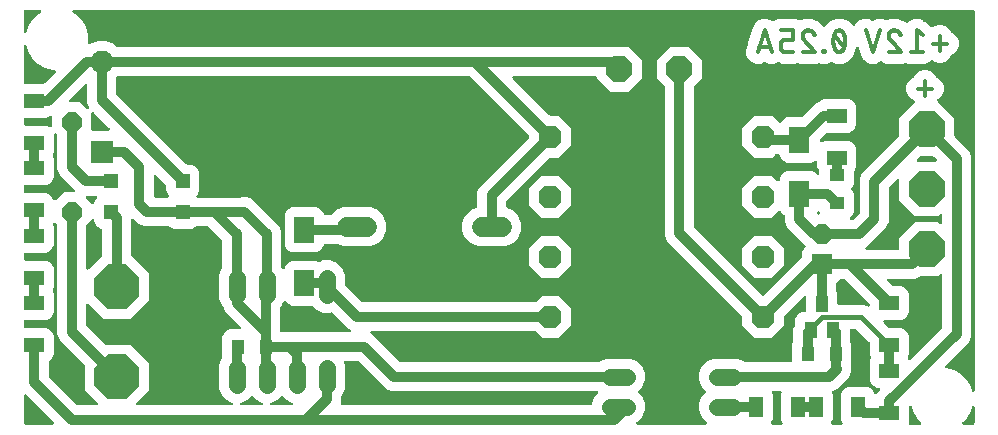
<source format=gbr>
G04 EAGLE Gerber X2 export*
%TF.Part,Single*%
%TF.FileFunction,Copper,L2,Bot,Mixed*%
%TF.FilePolarity,Positive*%
%TF.GenerationSoftware,Autodesk,EAGLE,8.6.0*%
%TF.CreationDate,2018-01-28T12:09:13Z*%
G75*
%MOMM*%
%FSLAX34Y34*%
%LPD*%
%AMOC8*
5,1,8,0,0,1.08239X$1,22.5*%
G01*
%ADD10C,0.355600*%
%ADD11R,1.200000X1.200000*%
%ADD12R,1.930400X1.930400*%
%ADD13C,1.930400*%
%ADD14R,1.050000X1.300000*%
%ADD15P,2.364373X8X22.500000*%
%ADD16R,1.300000X1.050000*%
%ADD17R,1.676400X1.676400*%
%ADD18P,1.814519X8X292.500000*%
%ADD19R,1.700000X2.200000*%
%ADD20C,1.676400*%
%ADD21C,1.408000*%
%ADD22P,1.814519X8X22.500000*%
%ADD23R,1.700000X1.250000*%
%ADD24R,1.250000X1.700000*%
%ADD25P,2.089446X8X22.500000*%
%ADD26R,1.000000X1.400000*%
%ADD27P,4.123906X8X112.500000*%
%ADD28P,3.247170X8X112.500000*%
%ADD29C,0.812800*%
%ADD30C,0.406400*%

G36*
X587742Y10170D02*
X587742Y10170D01*
X587812Y10168D01*
X587899Y10189D01*
X587988Y10201D01*
X588053Y10226D01*
X588121Y10243D01*
X588200Y10285D01*
X588283Y10318D01*
X588340Y10359D01*
X588402Y10392D01*
X588468Y10452D01*
X588541Y10504D01*
X588585Y10558D01*
X588637Y10606D01*
X588686Y10680D01*
X588744Y10749D01*
X588773Y10813D01*
X588812Y10871D01*
X588841Y10956D01*
X588879Y11037D01*
X588892Y11106D01*
X588915Y11172D01*
X588922Y11262D01*
X588939Y11349D01*
X588934Y11419D01*
X588940Y11489D01*
X588925Y11578D01*
X588919Y11667D01*
X588897Y11733D01*
X588885Y11803D01*
X588849Y11884D01*
X588821Y11969D01*
X588784Y12029D01*
X588755Y12092D01*
X588699Y12162D01*
X588651Y12238D01*
X588600Y12286D01*
X588556Y12341D01*
X588485Y12395D01*
X588419Y12456D01*
X588359Y12489D01*
X584041Y16808D01*
X581731Y22383D01*
X581731Y28417D01*
X584041Y33992D01*
X587251Y37202D01*
X587324Y37297D01*
X587402Y37386D01*
X587421Y37422D01*
X587446Y37454D01*
X587493Y37563D01*
X587547Y37669D01*
X587556Y37708D01*
X587572Y37746D01*
X587591Y37863D01*
X587617Y37979D01*
X587615Y38020D01*
X587622Y38060D01*
X587611Y38178D01*
X587607Y38297D01*
X587596Y38336D01*
X587592Y38376D01*
X587552Y38489D01*
X587519Y38603D01*
X587498Y38637D01*
X587484Y38676D01*
X587418Y38774D01*
X587357Y38877D01*
X587317Y38922D01*
X587306Y38939D01*
X587291Y38952D01*
X587251Y38997D01*
X584041Y42208D01*
X581731Y47783D01*
X581731Y53817D01*
X584041Y59392D01*
X588308Y63659D01*
X593883Y65969D01*
X613997Y65969D01*
X619572Y63659D01*
X619867Y63365D01*
X619946Y63304D01*
X620018Y63236D01*
X620071Y63207D01*
X620119Y63170D01*
X620210Y63130D01*
X620296Y63082D01*
X620355Y63067D01*
X620410Y63043D01*
X620508Y63028D01*
X620604Y63003D01*
X620704Y62997D01*
X620725Y62993D01*
X620737Y62995D01*
X620765Y62993D01*
X659402Y62993D01*
X659520Y63008D01*
X659639Y63015D01*
X659677Y63028D01*
X659718Y63033D01*
X659828Y63076D01*
X659941Y63113D01*
X659976Y63135D01*
X660013Y63150D01*
X660109Y63219D01*
X660210Y63283D01*
X660238Y63313D01*
X660271Y63336D01*
X660347Y63428D01*
X660428Y63515D01*
X660448Y63550D01*
X660473Y63581D01*
X660524Y63689D01*
X660582Y63793D01*
X660592Y63833D01*
X660609Y63869D01*
X660631Y63986D01*
X660661Y64101D01*
X660665Y64161D01*
X660669Y64181D01*
X660667Y64202D01*
X660671Y64262D01*
X660671Y77967D01*
X661761Y80597D01*
X661763Y80606D01*
X661768Y80614D01*
X661805Y80759D01*
X661845Y80904D01*
X661845Y80913D01*
X661847Y80922D01*
X661857Y81083D01*
X661857Y90775D01*
X663075Y93714D01*
X663077Y93723D01*
X663082Y93731D01*
X663119Y93877D01*
X663159Y94021D01*
X663159Y94030D01*
X663161Y94039D01*
X663171Y94200D01*
X663171Y99217D01*
X664409Y102205D01*
X666695Y104491D01*
X669683Y105729D01*
X671402Y105729D01*
X671520Y105744D01*
X671639Y105751D01*
X671677Y105764D01*
X671718Y105769D01*
X671828Y105812D01*
X671941Y105849D01*
X671976Y105871D01*
X672013Y105886D01*
X672109Y105955D01*
X672210Y106019D01*
X672238Y106049D01*
X672271Y106072D01*
X672347Y106164D01*
X672428Y106251D01*
X672448Y106286D01*
X672473Y106317D01*
X672524Y106425D01*
X672582Y106529D01*
X672592Y106569D01*
X672609Y106605D01*
X672631Y106722D01*
X672661Y106837D01*
X672665Y106897D01*
X672669Y106917D01*
X672667Y106938D01*
X672671Y106998D01*
X672671Y117864D01*
X672654Y118001D01*
X672641Y118140D01*
X672634Y118159D01*
X672631Y118179D01*
X672580Y118308D01*
X672533Y118440D01*
X672522Y118456D01*
X672514Y118475D01*
X672433Y118587D01*
X672355Y118703D01*
X672339Y118716D01*
X672328Y118732D01*
X672220Y118821D01*
X672116Y118913D01*
X672098Y118922D01*
X672083Y118935D01*
X671957Y118994D01*
X671833Y119058D01*
X671813Y119062D01*
X671795Y119071D01*
X671659Y119097D01*
X671523Y119127D01*
X671502Y119127D01*
X671483Y119131D01*
X671344Y119122D01*
X671205Y119118D01*
X671185Y119112D01*
X671165Y119111D01*
X671033Y119068D01*
X670899Y119029D01*
X670882Y119019D01*
X670863Y119013D01*
X670745Y118938D01*
X670625Y118868D01*
X670604Y118849D01*
X670594Y118843D01*
X670580Y118828D01*
X670505Y118761D01*
X654252Y102509D01*
X654192Y102431D01*
X654124Y102359D01*
X654095Y102306D01*
X654058Y102258D01*
X654018Y102167D01*
X653970Y102081D01*
X653955Y102022D01*
X653931Y101966D01*
X653916Y101868D01*
X653891Y101773D01*
X653885Y101673D01*
X653881Y101652D01*
X653883Y101640D01*
X653881Y101612D01*
X653881Y94235D01*
X643465Y83819D01*
X628735Y83819D01*
X618319Y94235D01*
X618319Y101612D01*
X618307Y101710D01*
X618304Y101809D01*
X618287Y101867D01*
X618279Y101927D01*
X618243Y102020D01*
X618215Y102115D01*
X618185Y102167D01*
X618162Y102223D01*
X618104Y102303D01*
X618054Y102389D01*
X617988Y102464D01*
X617976Y102480D01*
X617966Y102488D01*
X617948Y102509D01*
X558422Y162035D01*
X554813Y165643D01*
X552957Y170125D01*
X552957Y295875D01*
X552945Y295973D01*
X552942Y296072D01*
X552925Y296131D01*
X552917Y296191D01*
X552881Y296283D01*
X552853Y296378D01*
X552823Y296430D01*
X552800Y296486D01*
X552742Y296567D01*
X552692Y296652D01*
X552626Y296727D01*
X552614Y296744D01*
X552604Y296752D01*
X552586Y296773D01*
X546099Y303259D01*
X546099Y319041D01*
X557259Y330201D01*
X573041Y330201D01*
X584201Y319041D01*
X584201Y303259D01*
X577714Y296773D01*
X577654Y296694D01*
X577586Y296622D01*
X577557Y296569D01*
X577520Y296521D01*
X577480Y296430D01*
X577432Y296344D01*
X577417Y296285D01*
X577393Y296230D01*
X577378Y296132D01*
X577353Y296036D01*
X577347Y295936D01*
X577343Y295916D01*
X577345Y295903D01*
X577343Y295875D01*
X577343Y178126D01*
X577355Y178028D01*
X577358Y177929D01*
X577375Y177871D01*
X577383Y177811D01*
X577419Y177718D01*
X577447Y177623D01*
X577477Y177571D01*
X577500Y177515D01*
X577558Y177435D01*
X577608Y177349D01*
X577674Y177274D01*
X577686Y177258D01*
X577696Y177250D01*
X577714Y177229D01*
X635191Y119752D01*
X635269Y119692D01*
X635341Y119624D01*
X635394Y119595D01*
X635442Y119558D01*
X635533Y119518D01*
X635619Y119470D01*
X635678Y119455D01*
X635734Y119431D01*
X635832Y119416D01*
X635927Y119391D01*
X635989Y119387D01*
X635991Y119386D01*
X635996Y119387D01*
X636027Y119385D01*
X636048Y119381D01*
X636060Y119383D01*
X636088Y119381D01*
X636112Y119381D01*
X636210Y119393D01*
X636309Y119396D01*
X636359Y119411D01*
X636364Y119411D01*
X636371Y119413D01*
X636427Y119421D01*
X636520Y119457D01*
X636615Y119485D01*
X636667Y119515D01*
X636723Y119538D01*
X636803Y119596D01*
X636889Y119646D01*
X636964Y119712D01*
X636980Y119724D01*
X636988Y119734D01*
X637009Y119752D01*
X668918Y151661D01*
X668978Y151739D01*
X669046Y151811D01*
X669075Y151864D01*
X669112Y151912D01*
X669152Y152003D01*
X669200Y152089D01*
X669215Y152148D01*
X669239Y152204D01*
X669254Y152302D01*
X669279Y152397D01*
X669285Y152497D01*
X669289Y152518D01*
X669287Y152530D01*
X669289Y152558D01*
X669289Y156049D01*
X670527Y159037D01*
X671676Y160186D01*
X671749Y160280D01*
X671828Y160369D01*
X671846Y160405D01*
X671871Y160437D01*
X671918Y160546D01*
X671972Y160652D01*
X671981Y160692D01*
X671997Y160729D01*
X672016Y160847D01*
X672042Y160963D01*
X672041Y161003D01*
X672047Y161043D01*
X672036Y161162D01*
X672032Y161281D01*
X672021Y161319D01*
X672017Y161360D01*
X671977Y161472D01*
X671944Y161586D01*
X671924Y161621D01*
X671910Y161659D01*
X671843Y161758D01*
X671782Y161860D01*
X671743Y161905D01*
X671731Y161922D01*
X671716Y161936D01*
X671676Y161981D01*
X668935Y164722D01*
X656413Y177243D01*
X654557Y181725D01*
X654557Y186633D01*
X654554Y186662D01*
X654556Y186692D01*
X654536Y186806D01*
X654535Y186823D01*
X654532Y186832D01*
X654517Y186949D01*
X654507Y186976D01*
X654501Y187005D01*
X654448Y187124D01*
X654400Y187244D01*
X654383Y187268D01*
X654371Y187295D01*
X654290Y187396D01*
X654214Y187502D01*
X654191Y187520D01*
X654172Y187543D01*
X654069Y187621D01*
X653969Y187704D01*
X653942Y187717D01*
X653918Y187735D01*
X653774Y187806D01*
X653645Y187859D01*
X651359Y190145D01*
X651158Y190630D01*
X651133Y190673D01*
X651117Y190720D01*
X651055Y190811D01*
X651000Y190907D01*
X650966Y190942D01*
X650938Y190983D01*
X650856Y191056D01*
X650779Y191135D01*
X650737Y191161D01*
X650700Y191194D01*
X650602Y191244D01*
X650508Y191301D01*
X650460Y191316D01*
X650416Y191338D01*
X650309Y191362D01*
X650204Y191395D01*
X650154Y191397D01*
X650106Y191408D01*
X649996Y191405D01*
X649886Y191410D01*
X649838Y191400D01*
X649788Y191398D01*
X649683Y191368D01*
X649575Y191346D01*
X649530Y191324D01*
X649483Y191310D01*
X649388Y191254D01*
X649289Y191206D01*
X649251Y191174D01*
X649209Y191148D01*
X649088Y191042D01*
X643465Y185419D01*
X628735Y185419D01*
X618319Y195835D01*
X618319Y210565D01*
X628735Y220981D01*
X643465Y220981D01*
X647955Y216491D01*
X648064Y216406D01*
X648171Y216317D01*
X648190Y216309D01*
X648206Y216296D01*
X648334Y216241D01*
X648459Y216182D01*
X648479Y216178D01*
X648498Y216170D01*
X648636Y216148D01*
X648772Y216122D01*
X648792Y216123D01*
X648812Y216120D01*
X648951Y216133D01*
X649089Y216142D01*
X649108Y216148D01*
X649128Y216150D01*
X649260Y216197D01*
X649391Y216240D01*
X649409Y216251D01*
X649428Y216257D01*
X649543Y216336D01*
X649660Y216410D01*
X649674Y216425D01*
X649691Y216436D01*
X649783Y216540D01*
X649878Y216642D01*
X649888Y216659D01*
X649901Y216674D01*
X649965Y216799D01*
X650032Y216920D01*
X650037Y216940D01*
X650046Y216958D01*
X650076Y217094D01*
X650111Y217228D01*
X650113Y217256D01*
X650116Y217268D01*
X650115Y217289D01*
X650121Y217389D01*
X650121Y218367D01*
X651359Y221355D01*
X653645Y223641D01*
X656633Y224879D01*
X676867Y224879D01*
X679855Y223641D01*
X681705Y221791D01*
X681814Y221706D01*
X681921Y221617D01*
X681940Y221609D01*
X681956Y221596D01*
X682084Y221541D01*
X682209Y221482D01*
X682229Y221478D01*
X682248Y221470D01*
X682386Y221448D01*
X682522Y221422D01*
X682542Y221423D01*
X682562Y221420D01*
X682701Y221433D01*
X682839Y221442D01*
X682858Y221448D01*
X682878Y221450D01*
X683010Y221497D01*
X683141Y221540D01*
X683159Y221551D01*
X683178Y221558D01*
X683293Y221636D01*
X683410Y221710D01*
X683424Y221725D01*
X683441Y221736D01*
X683533Y221840D01*
X683628Y221942D01*
X683638Y221959D01*
X683651Y221975D01*
X683715Y222099D01*
X683782Y222220D01*
X683787Y222240D01*
X683796Y222258D01*
X683826Y222394D01*
X683861Y222528D01*
X683863Y222556D01*
X683866Y222568D01*
X683865Y222589D01*
X683871Y222689D01*
X683871Y224107D01*
X683859Y224205D01*
X683856Y224304D01*
X683839Y224363D01*
X683831Y224423D01*
X683795Y224515D01*
X683767Y224610D01*
X683737Y224662D01*
X683714Y224718D01*
X683656Y224798D01*
X683606Y224884D01*
X683540Y224959D01*
X683528Y224976D01*
X683518Y224984D01*
X683500Y225005D01*
X683109Y225395D01*
X681871Y228383D01*
X681871Y232161D01*
X681854Y232299D01*
X681841Y232438D01*
X681834Y232457D01*
X681831Y232477D01*
X681780Y232606D01*
X681733Y232738D01*
X681722Y232754D01*
X681714Y232772D01*
X681633Y232885D01*
X681554Y233001D01*
X681539Y233014D01*
X681528Y233030D01*
X681420Y233119D01*
X681316Y233211D01*
X681298Y233220D01*
X681283Y233233D01*
X681157Y233292D01*
X681032Y233355D01*
X681013Y233360D01*
X680995Y233368D01*
X680858Y233394D01*
X680722Y233425D01*
X680702Y233424D01*
X680683Y233428D01*
X680543Y233419D01*
X680404Y233415D01*
X680385Y233409D01*
X680365Y233408D01*
X680232Y233365D01*
X680099Y233326D01*
X680082Y233316D01*
X680063Y233310D01*
X679993Y233266D01*
X676867Y231971D01*
X656633Y231971D01*
X653645Y233209D01*
X651359Y235495D01*
X650270Y238124D01*
X650255Y238149D01*
X650246Y238177D01*
X650177Y238287D01*
X650113Y238400D01*
X650092Y238421D01*
X650076Y238446D01*
X649982Y238535D01*
X649891Y238628D01*
X649866Y238644D01*
X649845Y238664D01*
X649731Y238727D01*
X649620Y238795D01*
X649592Y238803D01*
X649566Y238818D01*
X649440Y238850D01*
X649316Y238888D01*
X649287Y238890D01*
X649258Y238897D01*
X649097Y238907D01*
X646679Y238907D01*
X646581Y238895D01*
X646481Y238892D01*
X646423Y238875D01*
X646363Y238867D01*
X646271Y238831D01*
X646176Y238803D01*
X646124Y238773D01*
X646068Y238750D01*
X645987Y238692D01*
X645902Y238642D01*
X645827Y238576D01*
X645810Y238564D01*
X645802Y238554D01*
X645781Y238536D01*
X643465Y236219D01*
X628735Y236219D01*
X618319Y246635D01*
X618319Y261365D01*
X628735Y271781D01*
X643465Y271781D01*
X649190Y266055D01*
X649230Y266025D01*
X649263Y265988D01*
X649355Y265928D01*
X649442Y265860D01*
X649487Y265841D01*
X649529Y265813D01*
X649632Y265778D01*
X649733Y265734D01*
X649783Y265726D01*
X649830Y265710D01*
X649939Y265702D01*
X650048Y265684D01*
X650097Y265689D01*
X650147Y265685D01*
X650255Y265704D01*
X650364Y265714D01*
X650411Y265731D01*
X650460Y265739D01*
X650560Y265785D01*
X650663Y265822D01*
X650705Y265850D01*
X650750Y265870D01*
X650836Y265939D01*
X650927Y266000D01*
X650960Y266038D01*
X650998Y266069D01*
X651064Y266156D01*
X651137Y266239D01*
X651160Y266283D01*
X651190Y266323D01*
X651260Y266467D01*
X651359Y266705D01*
X653645Y268991D01*
X656633Y270229D01*
X668110Y270229D01*
X668208Y270241D01*
X668307Y270244D01*
X668365Y270261D01*
X668425Y270269D01*
X668517Y270305D01*
X668613Y270333D01*
X668665Y270363D01*
X668721Y270386D01*
X668801Y270444D01*
X668887Y270494D01*
X668962Y270560D01*
X668978Y270572D01*
X668986Y270582D01*
X669007Y270600D01*
X680493Y282087D01*
X683841Y283473D01*
X683849Y283478D01*
X683858Y283480D01*
X683986Y283556D01*
X684117Y283630D01*
X684124Y283637D01*
X684131Y283642D01*
X684252Y283748D01*
X685395Y284891D01*
X688383Y286129D01*
X708617Y286129D01*
X711605Y284891D01*
X713891Y282605D01*
X715129Y279617D01*
X715129Y263883D01*
X713891Y260895D01*
X711605Y258609D01*
X708617Y257371D01*
X690790Y257371D01*
X690692Y257359D01*
X690593Y257356D01*
X690535Y257339D01*
X690475Y257331D01*
X690382Y257295D01*
X690287Y257267D01*
X690235Y257237D01*
X690179Y257214D01*
X690099Y257156D01*
X690013Y257106D01*
X689938Y257040D01*
X689922Y257028D01*
X689914Y257018D01*
X689893Y257000D01*
X684596Y251703D01*
X684554Y251648D01*
X684504Y251600D01*
X684457Y251523D01*
X684401Y251452D01*
X684374Y251388D01*
X684337Y251329D01*
X684311Y251243D01*
X684275Y251160D01*
X684264Y251091D01*
X684244Y251025D01*
X684239Y250935D01*
X684225Y250846D01*
X684232Y250776D01*
X684229Y250707D01*
X684247Y250619D01*
X684255Y250529D01*
X684279Y250464D01*
X684293Y250395D01*
X684332Y250315D01*
X684363Y250230D01*
X684402Y250173D01*
X684433Y250110D01*
X684491Y250041D01*
X684541Y249967D01*
X684594Y249921D01*
X684639Y249868D01*
X684712Y249816D01*
X684780Y249757D01*
X684842Y249725D01*
X684899Y249685D01*
X684983Y249653D01*
X685063Y249612D01*
X685131Y249597D01*
X685196Y249572D01*
X685286Y249562D01*
X685373Y249542D01*
X685443Y249544D01*
X685512Y249537D01*
X685601Y249549D01*
X685691Y249552D01*
X685758Y249571D01*
X685827Y249581D01*
X685980Y249633D01*
X688383Y250629D01*
X708617Y250629D01*
X711605Y249391D01*
X713891Y247105D01*
X715129Y244117D01*
X715129Y228383D01*
X713891Y225395D01*
X713500Y225005D01*
X713440Y224926D01*
X713372Y224854D01*
X713343Y224801D01*
X713306Y224753D01*
X713266Y224662D01*
X713218Y224576D01*
X713203Y224517D01*
X713179Y224462D01*
X713164Y224364D01*
X713139Y224268D01*
X713133Y224168D01*
X713129Y224147D01*
X713131Y224135D01*
X713129Y224107D01*
X713129Y214433D01*
X711891Y211445D01*
X710893Y210447D01*
X710820Y210353D01*
X710742Y210264D01*
X710723Y210228D01*
X710698Y210196D01*
X710651Y210087D01*
X710597Y209981D01*
X710588Y209942D01*
X710572Y209904D01*
X710553Y209787D01*
X710527Y209671D01*
X710528Y209630D01*
X710522Y209590D01*
X710533Y209472D01*
X710537Y209353D01*
X710548Y209314D01*
X710552Y209274D01*
X710592Y209162D01*
X710625Y209047D01*
X710646Y209012D01*
X710660Y208974D01*
X710726Y208876D01*
X710787Y208773D01*
X710827Y208728D01*
X710838Y208711D01*
X710854Y208698D01*
X710893Y208652D01*
X711891Y207655D01*
X713129Y204667D01*
X713129Y190933D01*
X711891Y187945D01*
X709755Y185809D01*
X709670Y185700D01*
X709581Y185593D01*
X709573Y185574D01*
X709560Y185558D01*
X709505Y185430D01*
X709446Y185305D01*
X709442Y185285D01*
X709434Y185266D01*
X709412Y185128D01*
X709386Y184992D01*
X709387Y184972D01*
X709384Y184952D01*
X709397Y184813D01*
X709406Y184675D01*
X709412Y184656D01*
X709414Y184636D01*
X709461Y184504D01*
X709504Y184373D01*
X709515Y184355D01*
X709522Y184336D01*
X709600Y184221D01*
X709674Y184104D01*
X709689Y184090D01*
X709700Y184073D01*
X709804Y183981D01*
X709906Y183886D01*
X709923Y183876D01*
X709939Y183863D01*
X710063Y183799D01*
X710184Y183732D01*
X710204Y183727D01*
X710222Y183718D01*
X710358Y183688D01*
X710492Y183653D01*
X710520Y183651D01*
X710532Y183648D01*
X710553Y183649D01*
X710653Y183643D01*
X711974Y183643D01*
X712072Y183655D01*
X712171Y183658D01*
X712229Y183675D01*
X712289Y183683D01*
X712381Y183719D01*
X712477Y183747D01*
X712529Y183777D01*
X712585Y183800D01*
X712665Y183858D01*
X712751Y183908D01*
X712826Y183974D01*
X712842Y183986D01*
X712850Y183996D01*
X712871Y184014D01*
X717686Y188829D01*
X717746Y188907D01*
X717814Y188979D01*
X717843Y189032D01*
X717880Y189080D01*
X717920Y189171D01*
X717968Y189258D01*
X717983Y189316D01*
X718007Y189372D01*
X718022Y189470D01*
X718047Y189565D01*
X718053Y189665D01*
X718057Y189686D01*
X718055Y189698D01*
X718057Y189726D01*
X718057Y218325D01*
X719913Y222807D01*
X751200Y254093D01*
X751260Y254171D01*
X751328Y254243D01*
X751357Y254296D01*
X751394Y254344D01*
X751434Y254435D01*
X751482Y254522D01*
X751497Y254580D01*
X751521Y254636D01*
X751536Y254734D01*
X751561Y254829D01*
X751567Y254929D01*
X751571Y254950D01*
X751569Y254962D01*
X751571Y254990D01*
X751571Y269930D01*
X764118Y282477D01*
X764136Y282500D01*
X764159Y282519D01*
X764233Y282625D01*
X764313Y282728D01*
X764325Y282755D01*
X764342Y282779D01*
X764388Y282901D01*
X764439Y283020D01*
X764444Y283049D01*
X764454Y283077D01*
X764469Y283206D01*
X764489Y283334D01*
X764486Y283364D01*
X764490Y283393D01*
X764472Y283521D01*
X764459Y283651D01*
X764449Y283679D01*
X764445Y283708D01*
X764393Y283860D01*
X764009Y284787D01*
X763960Y284873D01*
X763920Y284963D01*
X763882Y285010D01*
X763852Y285063D01*
X763783Y285134D01*
X763721Y285211D01*
X763673Y285248D01*
X763631Y285291D01*
X763546Y285343D01*
X763467Y285403D01*
X763377Y285447D01*
X763359Y285457D01*
X763348Y285461D01*
X763323Y285473D01*
X761468Y286241D01*
X758681Y289028D01*
X757173Y292669D01*
X757173Y296611D01*
X758681Y300252D01*
X761468Y303039D01*
X763323Y303807D01*
X763409Y303856D01*
X763499Y303896D01*
X763546Y303934D01*
X763599Y303964D01*
X763670Y304033D01*
X763747Y304095D01*
X763784Y304143D01*
X763827Y304185D01*
X763879Y304270D01*
X763939Y304349D01*
X763983Y304439D01*
X763993Y304457D01*
X763997Y304468D01*
X764009Y304493D01*
X764777Y306348D01*
X767564Y309135D01*
X771205Y310643D01*
X775147Y310643D01*
X778788Y309135D01*
X781575Y306348D01*
X782343Y304493D01*
X782392Y304407D01*
X782432Y304317D01*
X782470Y304270D01*
X782500Y304217D01*
X782569Y304146D01*
X782631Y304069D01*
X782679Y304032D01*
X782721Y303989D01*
X782806Y303937D01*
X782885Y303877D01*
X782975Y303833D01*
X782993Y303823D01*
X783004Y303819D01*
X783029Y303807D01*
X784884Y303039D01*
X787671Y300252D01*
X789179Y296611D01*
X789179Y292669D01*
X787671Y289028D01*
X784884Y286241D01*
X784109Y285921D01*
X784048Y285886D01*
X783984Y285860D01*
X783911Y285808D01*
X783833Y285763D01*
X783783Y285715D01*
X783726Y285674D01*
X783669Y285604D01*
X783604Y285542D01*
X783568Y285482D01*
X783523Y285429D01*
X783485Y285347D01*
X783438Y285271D01*
X783418Y285204D01*
X783388Y285141D01*
X783371Y285053D01*
X783345Y284967D01*
X783341Y284897D01*
X783328Y284828D01*
X783334Y284739D01*
X783329Y284649D01*
X783344Y284581D01*
X783348Y284511D01*
X783375Y284426D01*
X783394Y284338D01*
X783424Y284275D01*
X783446Y284209D01*
X783494Y284133D01*
X783533Y284052D01*
X783579Y283999D01*
X783616Y283940D01*
X783682Y283878D01*
X783740Y283810D01*
X783797Y283770D01*
X783848Y283722D01*
X783926Y283679D01*
X784000Y283627D01*
X784065Y283602D01*
X784126Y283568D01*
X784213Y283546D01*
X797829Y269930D01*
X797829Y254990D01*
X797841Y254892D01*
X797844Y254793D01*
X797861Y254735D01*
X797869Y254675D01*
X797905Y254583D01*
X797933Y254487D01*
X797963Y254435D01*
X797986Y254379D01*
X798044Y254299D01*
X798094Y254213D01*
X798160Y254138D01*
X798172Y254122D01*
X798182Y254114D01*
X798200Y254093D01*
X810437Y241857D01*
X812293Y237375D01*
X812293Y84768D01*
X810437Y80287D01*
X790203Y60053D01*
X790122Y59949D01*
X790037Y59848D01*
X790025Y59824D01*
X790008Y59802D01*
X789956Y59680D01*
X789898Y59562D01*
X789893Y59535D01*
X789882Y59510D01*
X789861Y59379D01*
X789835Y59250D01*
X789836Y59223D01*
X789832Y59196D01*
X789845Y59064D01*
X789851Y58932D01*
X789859Y58907D01*
X789862Y58880D01*
X789907Y58755D01*
X789946Y58629D01*
X789961Y58606D01*
X789970Y58580D01*
X790044Y58471D01*
X790114Y58358D01*
X790133Y58340D01*
X790148Y58317D01*
X790247Y58230D01*
X790343Y58138D01*
X790366Y58125D01*
X790387Y58107D01*
X790504Y58047D01*
X790620Y57981D01*
X790656Y57969D01*
X790670Y57962D01*
X790691Y57957D01*
X790772Y57930D01*
X797498Y56128D01*
X803463Y52684D01*
X808334Y47813D01*
X811778Y41848D01*
X812644Y38615D01*
X812702Y38474D01*
X812758Y38333D01*
X812762Y38327D01*
X812764Y38321D01*
X812856Y38197D01*
X812944Y38075D01*
X812950Y38071D01*
X812954Y38065D01*
X813072Y37970D01*
X813189Y37872D01*
X813196Y37869D01*
X813201Y37865D01*
X813340Y37802D01*
X813477Y37737D01*
X813484Y37736D01*
X813490Y37733D01*
X813640Y37706D01*
X813790Y37677D01*
X813796Y37677D01*
X813803Y37676D01*
X813955Y37687D01*
X814107Y37697D01*
X814113Y37699D01*
X814120Y37699D01*
X814266Y37748D01*
X814409Y37795D01*
X814415Y37798D01*
X814422Y37801D01*
X814550Y37884D01*
X814678Y37965D01*
X814683Y37970D01*
X814688Y37974D01*
X814790Y38084D01*
X814896Y38197D01*
X814899Y38203D01*
X814904Y38208D01*
X814977Y38343D01*
X815050Y38475D01*
X815051Y38482D01*
X815054Y38488D01*
X815091Y38636D01*
X815129Y38783D01*
X815130Y38792D01*
X815131Y38796D01*
X815131Y38807D01*
X815139Y38944D01*
X815139Y359920D01*
X815124Y360038D01*
X815117Y360157D01*
X815104Y360195D01*
X815099Y360236D01*
X815056Y360346D01*
X815019Y360459D01*
X814997Y360494D01*
X814982Y360531D01*
X814913Y360627D01*
X814849Y360728D01*
X814819Y360756D01*
X814796Y360789D01*
X814704Y360865D01*
X814617Y360946D01*
X814582Y360966D01*
X814551Y360991D01*
X814443Y361042D01*
X814339Y361100D01*
X814299Y361110D01*
X814263Y361127D01*
X814146Y361149D01*
X814031Y361179D01*
X813971Y361183D01*
X813951Y361187D01*
X813930Y361185D01*
X813870Y361189D01*
X52482Y361189D01*
X52338Y361171D01*
X52192Y361156D01*
X52180Y361151D01*
X52166Y361149D01*
X52031Y361096D01*
X51894Y361045D01*
X51883Y361037D01*
X51871Y361032D01*
X51753Y360947D01*
X51633Y360864D01*
X51624Y360853D01*
X51613Y360846D01*
X51521Y360734D01*
X51425Y360623D01*
X51419Y360611D01*
X51410Y360601D01*
X51349Y360469D01*
X51284Y360338D01*
X51281Y360325D01*
X51275Y360313D01*
X51248Y360170D01*
X51217Y360027D01*
X51218Y360014D01*
X51215Y360001D01*
X51224Y359856D01*
X51230Y359710D01*
X51234Y359696D01*
X51235Y359683D01*
X51280Y359545D01*
X51322Y359405D01*
X51329Y359393D01*
X51333Y359381D01*
X51411Y359258D01*
X51486Y359133D01*
X51496Y359123D01*
X51503Y359112D01*
X51609Y359012D01*
X51713Y358910D01*
X51729Y358900D01*
X51735Y358894D01*
X51750Y358886D01*
X51847Y358821D01*
X54163Y357484D01*
X59034Y352613D01*
X62478Y346648D01*
X64261Y339994D01*
X64261Y333700D01*
X64267Y333650D01*
X64265Y333601D01*
X64287Y333494D01*
X64301Y333384D01*
X64319Y333338D01*
X64329Y333289D01*
X64377Y333191D01*
X64418Y333089D01*
X64447Y333049D01*
X64469Y333004D01*
X64540Y332920D01*
X64604Y332831D01*
X64643Y332800D01*
X64675Y332762D01*
X64765Y332699D01*
X64849Y332628D01*
X64894Y332607D01*
X64935Y332579D01*
X65038Y332540D01*
X65137Y332493D01*
X65186Y332484D01*
X65232Y332466D01*
X65342Y332454D01*
X65449Y332433D01*
X65499Y332436D01*
X65548Y332431D01*
X65657Y332446D01*
X65767Y332453D01*
X65814Y332468D01*
X65863Y332475D01*
X66016Y332527D01*
X72663Y335281D01*
X79737Y335281D01*
X86272Y332574D01*
X88781Y330064D01*
X88860Y330004D01*
X88932Y329936D01*
X88985Y329907D01*
X89033Y329870D01*
X89124Y329830D01*
X89210Y329782D01*
X89269Y329767D01*
X89324Y329743D01*
X89422Y329728D01*
X89518Y329703D01*
X89618Y329697D01*
X89638Y329693D01*
X89651Y329695D01*
X89679Y329693D01*
X505425Y329693D01*
X505523Y329705D01*
X505622Y329708D01*
X505681Y329725D01*
X505741Y329733D01*
X505833Y329769D01*
X505928Y329797D01*
X505980Y329827D01*
X506036Y329850D01*
X506116Y329908D01*
X506202Y329958D01*
X506277Y330024D01*
X506294Y330036D01*
X506302Y330046D01*
X506323Y330064D01*
X506459Y330201D01*
X522241Y330201D01*
X533401Y319041D01*
X533401Y303259D01*
X522241Y292099D01*
X506459Y292099D01*
X495299Y303259D01*
X495299Y304038D01*
X495284Y304156D01*
X495277Y304275D01*
X495264Y304313D01*
X495259Y304354D01*
X495216Y304464D01*
X495179Y304577D01*
X495157Y304612D01*
X495142Y304649D01*
X495073Y304745D01*
X495009Y304846D01*
X494979Y304874D01*
X494956Y304907D01*
X494864Y304983D01*
X494777Y305064D01*
X494742Y305084D01*
X494711Y305109D01*
X494603Y305160D01*
X494499Y305218D01*
X494459Y305228D01*
X494423Y305245D01*
X494306Y305267D01*
X494191Y305297D01*
X494131Y305301D01*
X494111Y305305D01*
X494090Y305303D01*
X494030Y305307D01*
X425100Y305307D01*
X424963Y305290D01*
X424824Y305277D01*
X424805Y305270D01*
X424785Y305267D01*
X424656Y305216D01*
X424524Y305169D01*
X424508Y305158D01*
X424489Y305150D01*
X424377Y305069D01*
X424261Y304991D01*
X424248Y304975D01*
X424232Y304964D01*
X424143Y304856D01*
X424051Y304752D01*
X424042Y304734D01*
X424029Y304719D01*
X423970Y304593D01*
X423906Y304469D01*
X423902Y304449D01*
X423893Y304431D01*
X423867Y304295D01*
X423837Y304159D01*
X423837Y304138D01*
X423833Y304119D01*
X423842Y303980D01*
X423846Y303841D01*
X423852Y303821D01*
X423853Y303801D01*
X423896Y303669D01*
X423935Y303535D01*
X423945Y303518D01*
X423951Y303499D01*
X424026Y303381D01*
X424096Y303261D01*
X424115Y303240D01*
X424121Y303230D01*
X424136Y303216D01*
X424203Y303141D01*
X455191Y272152D01*
X455269Y272092D01*
X455341Y272024D01*
X455394Y271995D01*
X455442Y271958D01*
X455533Y271918D01*
X455620Y271870D01*
X455678Y271855D01*
X455734Y271831D01*
X455832Y271816D01*
X455927Y271791D01*
X456027Y271785D01*
X456048Y271781D01*
X456060Y271783D01*
X456088Y271781D01*
X463465Y271781D01*
X473881Y261365D01*
X473881Y246635D01*
X463465Y236219D01*
X456088Y236219D01*
X455990Y236207D01*
X455891Y236204D01*
X455833Y236187D01*
X455773Y236179D01*
X455681Y236143D01*
X455585Y236115D01*
X455533Y236085D01*
X455477Y236062D01*
X455397Y236004D01*
X455311Y235954D01*
X455236Y235888D01*
X455220Y235876D01*
X455212Y235866D01*
X455191Y235848D01*
X418964Y199621D01*
X418904Y199543D01*
X418836Y199471D01*
X418807Y199418D01*
X418770Y199370D01*
X418730Y199279D01*
X418682Y199192D01*
X418667Y199134D01*
X418643Y199078D01*
X418628Y198980D01*
X418603Y198885D01*
X418597Y198785D01*
X418593Y198764D01*
X418595Y198752D01*
X418593Y198724D01*
X418593Y194941D01*
X418596Y194911D01*
X418594Y194882D01*
X418616Y194754D01*
X418633Y194625D01*
X418643Y194598D01*
X418648Y194569D01*
X418702Y194450D01*
X418750Y194329D01*
X418767Y194306D01*
X418779Y194279D01*
X418860Y194177D01*
X418936Y194072D01*
X418959Y194053D01*
X418978Y194030D01*
X419081Y193952D01*
X419181Y193869D01*
X419208Y193857D01*
X419232Y193839D01*
X419376Y193768D01*
X424135Y191797D01*
X428779Y187153D01*
X431293Y181084D01*
X431293Y174516D01*
X428779Y168447D01*
X424135Y163803D01*
X418066Y161289D01*
X394734Y161289D01*
X388665Y163803D01*
X384021Y168447D01*
X381507Y174516D01*
X381507Y181084D01*
X384021Y187153D01*
X388665Y191797D01*
X393424Y193768D01*
X393449Y193783D01*
X393477Y193792D01*
X393587Y193861D01*
X393700Y193926D01*
X393721Y193946D01*
X393746Y193962D01*
X393835Y194056D01*
X393928Y194147D01*
X393944Y194172D01*
X393964Y194194D01*
X394027Y194307D01*
X394095Y194418D01*
X394103Y194446D01*
X394118Y194472D01*
X394150Y194598D01*
X394188Y194722D01*
X394190Y194751D01*
X394197Y194780D01*
X394207Y194941D01*
X394207Y206725D01*
X396063Y211207D01*
X437948Y253091D01*
X438008Y253169D01*
X438076Y253241D01*
X438105Y253294D01*
X438142Y253342D01*
X438182Y253433D01*
X438230Y253520D01*
X438245Y253578D01*
X438269Y253634D01*
X438284Y253732D01*
X438309Y253827D01*
X438313Y253889D01*
X438314Y253891D01*
X438313Y253896D01*
X438315Y253927D01*
X438319Y253948D01*
X438317Y253960D01*
X438319Y253988D01*
X438319Y254012D01*
X438307Y254110D01*
X438304Y254209D01*
X438289Y254259D01*
X438289Y254264D01*
X438287Y254271D01*
X438279Y254327D01*
X438243Y254419D01*
X438215Y254515D01*
X438185Y254567D01*
X438162Y254623D01*
X438104Y254703D01*
X438054Y254789D01*
X437988Y254864D01*
X437976Y254880D01*
X437966Y254888D01*
X437948Y254909D01*
X387921Y304936D01*
X387843Y304996D01*
X387771Y305064D01*
X387718Y305093D01*
X387670Y305130D01*
X387579Y305170D01*
X387492Y305218D01*
X387434Y305233D01*
X387378Y305257D01*
X387280Y305272D01*
X387185Y305297D01*
X387085Y305303D01*
X387064Y305307D01*
X387052Y305305D01*
X387024Y305307D01*
X89679Y305307D01*
X89581Y305295D01*
X89482Y305292D01*
X89423Y305275D01*
X89363Y305267D01*
X89271Y305231D01*
X89176Y305203D01*
X89124Y305173D01*
X89068Y305150D01*
X88988Y305092D01*
X88902Y305042D01*
X88856Y305001D01*
X88854Y305000D01*
X88851Y304997D01*
X88827Y304976D01*
X88810Y304964D01*
X88802Y304954D01*
X88781Y304936D01*
X88764Y304919D01*
X88704Y304840D01*
X88636Y304768D01*
X88611Y304723D01*
X88607Y304719D01*
X88605Y304713D01*
X88570Y304667D01*
X88530Y304576D01*
X88482Y304490D01*
X88467Y304431D01*
X88443Y304376D01*
X88428Y304278D01*
X88403Y304182D01*
X88397Y304082D01*
X88393Y304062D01*
X88395Y304049D01*
X88393Y304021D01*
X88393Y290376D01*
X88405Y290278D01*
X88408Y290179D01*
X88425Y290121D01*
X88433Y290061D01*
X88469Y289969D01*
X88497Y289873D01*
X88527Y289821D01*
X88550Y289765D01*
X88608Y289685D01*
X88658Y289599D01*
X88724Y289524D01*
X88736Y289508D01*
X88746Y289500D01*
X88764Y289479D01*
X147543Y230700D01*
X147621Y230640D01*
X147693Y230572D01*
X147746Y230543D01*
X147794Y230506D01*
X147885Y230466D01*
X147972Y230418D01*
X148030Y230403D01*
X148086Y230379D01*
X148184Y230364D01*
X148279Y230339D01*
X148379Y230333D01*
X148400Y230329D01*
X148412Y230331D01*
X148440Y230329D01*
X152417Y230329D01*
X155405Y229091D01*
X157691Y226805D01*
X158929Y223817D01*
X158929Y208583D01*
X157691Y205595D01*
X156655Y204559D01*
X156570Y204450D01*
X156481Y204343D01*
X156473Y204324D01*
X156460Y204308D01*
X156405Y204181D01*
X156346Y204055D01*
X156342Y204035D01*
X156334Y204016D01*
X156312Y203878D01*
X156286Y203742D01*
X156287Y203722D01*
X156284Y203702D01*
X156297Y203563D01*
X156306Y203425D01*
X156312Y203406D01*
X156314Y203386D01*
X156361Y203254D01*
X156404Y203123D01*
X156415Y203105D01*
X156422Y203086D01*
X156500Y202971D01*
X156574Y202854D01*
X156589Y202840D01*
X156600Y202823D01*
X156704Y202731D01*
X156806Y202636D01*
X156823Y202626D01*
X156839Y202613D01*
X156962Y202550D01*
X157084Y202482D01*
X157104Y202477D01*
X157122Y202468D01*
X157258Y202438D01*
X157392Y202403D01*
X157420Y202401D01*
X157432Y202398D01*
X157453Y202399D01*
X157553Y202393D01*
X193448Y202393D01*
X193457Y202394D01*
X193466Y202393D01*
X193615Y202414D01*
X193764Y202433D01*
X193772Y202436D01*
X193781Y202437D01*
X193934Y202489D01*
X194425Y202693D01*
X199275Y202693D01*
X203757Y200837D01*
X226237Y178357D01*
X228093Y173875D01*
X228093Y143825D01*
X228105Y143727D01*
X228108Y143628D01*
X228125Y143569D01*
X228133Y143509D01*
X228169Y143417D01*
X228197Y143322D01*
X228227Y143270D01*
X228250Y143214D01*
X228308Y143134D01*
X228358Y143048D01*
X228424Y142973D01*
X228436Y142956D01*
X228446Y142949D01*
X228464Y142927D01*
X228775Y142617D01*
X228811Y142554D01*
X228876Y142432D01*
X228889Y142417D01*
X228899Y142399D01*
X228996Y142299D01*
X229089Y142196D01*
X229106Y142185D01*
X229120Y142171D01*
X229239Y142098D01*
X229355Y142022D01*
X229374Y142015D01*
X229391Y142004D01*
X229525Y141963D01*
X229656Y141918D01*
X229676Y141917D01*
X229695Y141911D01*
X229834Y141904D01*
X229973Y141893D01*
X229993Y141897D01*
X230013Y141896D01*
X230149Y141924D01*
X230286Y141948D01*
X230305Y141956D01*
X230325Y141960D01*
X230450Y142021D01*
X230576Y142078D01*
X230592Y142091D01*
X230610Y142100D01*
X230716Y142190D01*
X230825Y142277D01*
X230837Y142293D01*
X230852Y142306D01*
X230932Y142420D01*
X231016Y142531D01*
X231028Y142556D01*
X231035Y142566D01*
X231043Y142585D01*
X231087Y142675D01*
X232259Y145505D01*
X234545Y147791D01*
X237533Y149029D01*
X257767Y149029D01*
X260022Y148095D01*
X260117Y148069D01*
X260210Y148033D01*
X260270Y148027D01*
X260329Y148011D01*
X260428Y148009D01*
X260526Y147998D01*
X260586Y148007D01*
X260647Y148006D01*
X260743Y148029D01*
X260841Y148043D01*
X260936Y148075D01*
X260956Y148080D01*
X260967Y148086D01*
X260993Y148095D01*
X263683Y149209D01*
X269717Y149209D01*
X275292Y146899D01*
X279559Y142632D01*
X281869Y137057D01*
X281869Y129600D01*
X281881Y129502D01*
X281884Y129403D01*
X281901Y129345D01*
X281909Y129285D01*
X281945Y129193D01*
X281973Y129097D01*
X282003Y129045D01*
X282026Y128989D01*
X282084Y128909D01*
X282134Y128823D01*
X282200Y128748D01*
X282212Y128732D01*
X282222Y128724D01*
X282240Y128703D01*
X296779Y114164D01*
X296857Y114104D01*
X296929Y114036D01*
X296982Y114007D01*
X297030Y113970D01*
X297121Y113930D01*
X297208Y113882D01*
X297266Y113867D01*
X297322Y113843D01*
X297420Y113828D01*
X297515Y113803D01*
X297615Y113797D01*
X297636Y113793D01*
X297648Y113795D01*
X297676Y113793D01*
X442621Y113793D01*
X442719Y113805D01*
X442818Y113808D01*
X442877Y113825D01*
X442937Y113833D01*
X443029Y113869D01*
X443124Y113897D01*
X443176Y113927D01*
X443232Y113950D01*
X443312Y114008D01*
X443398Y114058D01*
X443473Y114124D01*
X443490Y114136D01*
X443498Y114146D01*
X443519Y114164D01*
X448735Y119381D01*
X463465Y119381D01*
X473881Y108965D01*
X473881Y94235D01*
X463465Y83819D01*
X448735Y83819D01*
X443519Y89036D01*
X443440Y89096D01*
X443368Y89164D01*
X443315Y89193D01*
X443267Y89230D01*
X443176Y89270D01*
X443090Y89318D01*
X443031Y89333D01*
X442976Y89357D01*
X442878Y89372D01*
X442782Y89397D01*
X442682Y89403D01*
X442662Y89407D01*
X442649Y89405D01*
X442621Y89407D01*
X304807Y89407D01*
X304738Y89399D01*
X304668Y89400D01*
X304580Y89379D01*
X304491Y89367D01*
X304426Y89342D01*
X304359Y89325D01*
X304279Y89283D01*
X304196Y89250D01*
X304139Y89209D01*
X304077Y89177D01*
X304011Y89116D01*
X303938Y89064D01*
X303894Y89010D01*
X303842Y88963D01*
X303793Y88888D01*
X303736Y88819D01*
X303706Y88755D01*
X303667Y88697D01*
X303638Y88612D01*
X303600Y88531D01*
X303587Y88462D01*
X303564Y88396D01*
X303557Y88307D01*
X303540Y88219D01*
X303545Y88149D01*
X303539Y88079D01*
X303554Y87991D01*
X303560Y87901D01*
X303581Y87835D01*
X303593Y87766D01*
X303630Y87684D01*
X303658Y87599D01*
X303695Y87540D01*
X303724Y87476D01*
X303780Y87406D01*
X303828Y87330D01*
X303879Y87282D01*
X303923Y87228D01*
X303994Y87173D01*
X304060Y87112D01*
X304121Y87078D01*
X304177Y87036D01*
X304321Y86965D01*
X305357Y86536D01*
X328529Y63364D01*
X328607Y63304D01*
X328679Y63236D01*
X328732Y63207D01*
X328780Y63170D01*
X328871Y63130D01*
X328958Y63082D01*
X329016Y63067D01*
X329072Y63043D01*
X329170Y63028D01*
X329265Y63003D01*
X329365Y62997D01*
X329386Y62993D01*
X329398Y62995D01*
X329426Y62993D01*
X496835Y62993D01*
X496934Y63005D01*
X497032Y63008D01*
X497091Y63025D01*
X497151Y63033D01*
X497243Y63069D01*
X497338Y63097D01*
X497390Y63127D01*
X497446Y63150D01*
X497526Y63208D01*
X497612Y63258D01*
X497687Y63324D01*
X497704Y63336D01*
X497712Y63346D01*
X497733Y63365D01*
X498028Y63659D01*
X503603Y65969D01*
X523717Y65969D01*
X529292Y63659D01*
X533559Y59392D01*
X535869Y53817D01*
X535869Y47783D01*
X533559Y42208D01*
X530349Y38998D01*
X530276Y38903D01*
X530198Y38814D01*
X530179Y38778D01*
X530154Y38746D01*
X530107Y38637D01*
X530053Y38531D01*
X530044Y38492D01*
X530028Y38454D01*
X530009Y38337D01*
X529983Y38221D01*
X529985Y38180D01*
X529978Y38140D01*
X529989Y38022D01*
X529993Y37903D01*
X530004Y37864D01*
X530008Y37824D01*
X530048Y37711D01*
X530081Y37597D01*
X530102Y37563D01*
X530116Y37524D01*
X530182Y37426D01*
X530243Y37323D01*
X530282Y37279D01*
X530284Y37276D01*
X530285Y37275D01*
X530294Y37261D01*
X530309Y37248D01*
X530349Y37203D01*
X533559Y33992D01*
X535869Y28417D01*
X535869Y22383D01*
X533559Y16808D01*
X529238Y12486D01*
X529166Y12445D01*
X529116Y12397D01*
X529059Y12356D01*
X529002Y12287D01*
X528938Y12224D01*
X528901Y12164D01*
X528856Y12111D01*
X528818Y12030D01*
X528771Y11953D01*
X528751Y11886D01*
X528721Y11823D01*
X528704Y11735D01*
X528678Y11649D01*
X528674Y11579D01*
X528661Y11510D01*
X528667Y11421D01*
X528662Y11332D01*
X528677Y11263D01*
X528681Y11193D01*
X528708Y11108D01*
X528727Y11020D01*
X528757Y10957D01*
X528779Y10891D01*
X528827Y10815D01*
X528866Y10734D01*
X528912Y10681D01*
X528949Y10622D01*
X529014Y10560D01*
X529072Y10492D01*
X529130Y10452D01*
X529181Y10404D01*
X529259Y10361D01*
X529332Y10309D01*
X529398Y10284D01*
X529459Y10250D01*
X529546Y10228D01*
X529630Y10196D01*
X529699Y10188D01*
X529767Y10171D01*
X529928Y10161D01*
X587672Y10161D01*
X587742Y10170D01*
G37*
G36*
X186421Y26425D02*
X186421Y26425D01*
X186491Y26424D01*
X186578Y26445D01*
X186667Y26457D01*
X186732Y26482D01*
X186800Y26499D01*
X186879Y26541D01*
X186963Y26574D01*
X187019Y26615D01*
X187081Y26647D01*
X187148Y26708D01*
X187220Y26760D01*
X187265Y26814D01*
X187316Y26861D01*
X187366Y26936D01*
X187423Y27005D01*
X187453Y27069D01*
X187491Y27127D01*
X187520Y27212D01*
X187559Y27293D01*
X187572Y27362D01*
X187594Y27428D01*
X187601Y27517D01*
X187618Y27605D01*
X187614Y27675D01*
X187620Y27745D01*
X187604Y27833D01*
X187599Y27923D01*
X187577Y27989D01*
X187565Y28058D01*
X187528Y28140D01*
X187501Y28225D01*
X187463Y28284D01*
X187435Y28348D01*
X187379Y28418D01*
X187330Y28494D01*
X187280Y28542D01*
X187236Y28596D01*
X187164Y28651D01*
X187099Y28712D01*
X187038Y28746D01*
X186982Y28788D01*
X186837Y28859D01*
X181908Y30901D01*
X177641Y35168D01*
X175331Y40743D01*
X175331Y60857D01*
X177641Y66432D01*
X177829Y66621D01*
X177847Y66644D01*
X177870Y66663D01*
X177944Y66769D01*
X178024Y66872D01*
X178036Y66899D01*
X178053Y66923D01*
X178099Y67045D01*
X178150Y67164D01*
X178155Y67193D01*
X178165Y67221D01*
X178180Y67350D01*
X178200Y67478D01*
X178197Y67507D01*
X178201Y67537D01*
X178182Y67665D01*
X178170Y67795D01*
X178160Y67822D01*
X178156Y67852D01*
X178104Y68004D01*
X178071Y68083D01*
X178071Y84317D01*
X179309Y87305D01*
X181595Y89591D01*
X184583Y90829D01*
X192714Y90829D01*
X192851Y90846D01*
X192990Y90859D01*
X193009Y90866D01*
X193029Y90869D01*
X193158Y90920D01*
X193290Y90967D01*
X193306Y90978D01*
X193325Y90986D01*
X193437Y91067D01*
X193553Y91145D01*
X193566Y91161D01*
X193582Y91172D01*
X193671Y91280D01*
X193763Y91384D01*
X193772Y91402D01*
X193785Y91417D01*
X193845Y91543D01*
X193908Y91667D01*
X193912Y91687D01*
X193921Y91705D01*
X193947Y91841D01*
X193977Y91977D01*
X193977Y91998D01*
X193981Y92017D01*
X193972Y92156D01*
X193968Y92295D01*
X193962Y92315D01*
X193961Y92335D01*
X193918Y92467D01*
X193879Y92601D01*
X193869Y92618D01*
X193863Y92637D01*
X193788Y92755D01*
X193718Y92875D01*
X193699Y92896D01*
X193693Y92906D01*
X193678Y92920D01*
X193611Y92995D01*
X180163Y106443D01*
X178562Y110309D01*
X178558Y110317D01*
X178555Y110326D01*
X178479Y110456D01*
X178405Y110586D01*
X178398Y110592D01*
X178393Y110600D01*
X178287Y110721D01*
X177641Y111368D01*
X175331Y116943D01*
X175331Y137057D01*
X177641Y142632D01*
X177936Y142927D01*
X177996Y143006D01*
X178064Y143078D01*
X178093Y143131D01*
X178130Y143179D01*
X178170Y143270D01*
X178218Y143356D01*
X178233Y143415D01*
X178257Y143470D01*
X178272Y143568D01*
X178297Y143664D01*
X178303Y143764D01*
X178307Y143785D01*
X178305Y143797D01*
X178307Y143825D01*
X178307Y165574D01*
X178295Y165672D01*
X178292Y165771D01*
X178275Y165829D01*
X178267Y165889D01*
X178231Y165981D01*
X178203Y166077D01*
X178173Y166129D01*
X178150Y166185D01*
X178092Y166265D01*
X178042Y166351D01*
X177976Y166426D01*
X177964Y166442D01*
X177954Y166450D01*
X177936Y166471D01*
X166771Y177636D01*
X166693Y177696D01*
X166621Y177764D01*
X166568Y177793D01*
X166520Y177830D01*
X166429Y177870D01*
X166342Y177918D01*
X166284Y177933D01*
X166228Y177957D01*
X166130Y177972D01*
X166035Y177997D01*
X165935Y178003D01*
X165914Y178007D01*
X165902Y178005D01*
X165874Y178007D01*
X156629Y178007D01*
X156531Y177995D01*
X156432Y177992D01*
X156373Y177975D01*
X156313Y177967D01*
X156221Y177931D01*
X156126Y177903D01*
X156074Y177873D01*
X156018Y177850D01*
X155938Y177792D01*
X155852Y177742D01*
X155777Y177676D01*
X155760Y177664D01*
X155752Y177654D01*
X155731Y177636D01*
X155405Y177309D01*
X152417Y176071D01*
X137183Y176071D01*
X134195Y177309D01*
X133869Y177635D01*
X133790Y177696D01*
X133718Y177764D01*
X133665Y177793D01*
X133617Y177830D01*
X133527Y177870D01*
X133440Y177918D01*
X133381Y177933D01*
X133326Y177957D01*
X133228Y177972D01*
X133132Y177997D01*
X133032Y178003D01*
X133012Y178007D01*
X132999Y178005D01*
X132971Y178007D01*
X112175Y178007D01*
X107693Y179863D01*
X103259Y184297D01*
X103150Y184383D01*
X103043Y184471D01*
X103024Y184480D01*
X103008Y184492D01*
X102880Y184548D01*
X102755Y184607D01*
X102735Y184611D01*
X102716Y184619D01*
X102578Y184641D01*
X102442Y184667D01*
X102422Y184665D01*
X102402Y184669D01*
X102263Y184655D01*
X102125Y184647D01*
X102106Y184641D01*
X102086Y184639D01*
X101954Y184592D01*
X101823Y184549D01*
X101805Y184538D01*
X101786Y184531D01*
X101671Y184453D01*
X101554Y184379D01*
X101540Y184364D01*
X101523Y184353D01*
X101431Y184248D01*
X101336Y184147D01*
X101326Y184129D01*
X101313Y184114D01*
X101249Y183990D01*
X101182Y183869D01*
X101177Y183849D01*
X101168Y183831D01*
X101138Y183695D01*
X101103Y183561D01*
X101101Y183533D01*
X101098Y183521D01*
X101099Y183500D01*
X101093Y183400D01*
X101093Y153770D01*
X101105Y153671D01*
X101108Y153572D01*
X101125Y153514D01*
X101133Y153454D01*
X101169Y153362D01*
X101197Y153267D01*
X101227Y153215D01*
X101250Y153158D01*
X101308Y153078D01*
X101358Y152993D01*
X101424Y152917D01*
X101436Y152901D01*
X101446Y152893D01*
X101464Y152872D01*
X116079Y138258D01*
X116079Y115742D01*
X100158Y99821D01*
X77642Y99821D01*
X65159Y112304D01*
X65050Y112389D01*
X64943Y112478D01*
X64924Y112487D01*
X64908Y112499D01*
X64780Y112554D01*
X64655Y112613D01*
X64635Y112617D01*
X64616Y112625D01*
X64478Y112647D01*
X64342Y112673D01*
X64322Y112672D01*
X64302Y112675D01*
X64163Y112662D01*
X64025Y112653D01*
X64006Y112647D01*
X63986Y112645D01*
X63854Y112598D01*
X63723Y112555D01*
X63705Y112545D01*
X63686Y112538D01*
X63571Y112460D01*
X63454Y112385D01*
X63440Y112370D01*
X63423Y112359D01*
X63331Y112255D01*
X63236Y112154D01*
X63226Y112136D01*
X63213Y112121D01*
X63149Y111997D01*
X63082Y111875D01*
X63077Y111856D01*
X63068Y111837D01*
X63038Y111702D01*
X63003Y111567D01*
X63001Y111539D01*
X62998Y111527D01*
X62999Y111507D01*
X62993Y111407D01*
X62993Y94476D01*
X63005Y94378D01*
X63008Y94279D01*
X63025Y94221D01*
X63033Y94161D01*
X63069Y94069D01*
X63097Y93973D01*
X63127Y93921D01*
X63150Y93865D01*
X63208Y93785D01*
X63258Y93699D01*
X63324Y93624D01*
X63336Y93608D01*
X63346Y93600D01*
X63364Y93579D01*
X78593Y78350D01*
X78671Y78290D01*
X78743Y78222D01*
X78796Y78193D01*
X78844Y78156D01*
X78935Y78116D01*
X79022Y78068D01*
X79080Y78053D01*
X79136Y78029D01*
X79234Y78014D01*
X79329Y77989D01*
X79429Y77983D01*
X79450Y77979D01*
X79462Y77981D01*
X79490Y77979D01*
X100158Y77979D01*
X116079Y62058D01*
X116079Y39542D01*
X105120Y28583D01*
X105035Y28474D01*
X104946Y28367D01*
X104937Y28348D01*
X104925Y28332D01*
X104869Y28204D01*
X104811Y28079D01*
X104807Y28059D01*
X104799Y28040D01*
X104777Y27902D01*
X104751Y27766D01*
X104752Y27746D01*
X104749Y27726D01*
X104762Y27587D01*
X104771Y27449D01*
X104777Y27430D01*
X104779Y27410D01*
X104826Y27278D01*
X104869Y27147D01*
X104879Y27129D01*
X104886Y27110D01*
X104964Y26995D01*
X105039Y26878D01*
X105054Y26864D01*
X105065Y26847D01*
X105169Y26755D01*
X105270Y26660D01*
X105288Y26650D01*
X105303Y26637D01*
X105427Y26573D01*
X105549Y26506D01*
X105568Y26501D01*
X105587Y26492D01*
X105722Y26462D01*
X105857Y26427D01*
X105885Y26425D01*
X105897Y26422D01*
X105917Y26423D01*
X106017Y26417D01*
X186352Y26417D01*
X186421Y26425D01*
G37*
%LPC*%
G36*
X752294Y315717D02*
X752294Y315717D01*
X752272Y315716D01*
X752191Y315721D01*
X740513Y315721D01*
X736872Y317229D01*
X736688Y317413D01*
X736629Y317459D01*
X736577Y317512D01*
X736504Y317556D01*
X736437Y317608D01*
X736368Y317638D01*
X736305Y317676D01*
X736223Y317701D01*
X736145Y317734D01*
X736071Y317746D01*
X736000Y317767D01*
X735915Y317771D01*
X735831Y317784D01*
X735757Y317777D01*
X735682Y317780D01*
X735599Y317762D01*
X735514Y317754D01*
X735444Y317729D01*
X735371Y317714D01*
X735223Y317651D01*
X734716Y317397D01*
X734650Y317353D01*
X734580Y317318D01*
X734452Y317221D01*
X734027Y316853D01*
X732911Y316481D01*
X732903Y316477D01*
X732893Y316475D01*
X732745Y316412D01*
X731693Y315886D01*
X731133Y315846D01*
X731056Y315831D01*
X730977Y315825D01*
X730821Y315784D01*
X730288Y315607D01*
X729115Y315690D01*
X729106Y315689D01*
X729096Y315691D01*
X728935Y315690D01*
X727762Y315607D01*
X727229Y315784D01*
X727152Y315800D01*
X727077Y315824D01*
X726918Y315846D01*
X726357Y315886D01*
X725305Y316412D01*
X725296Y316415D01*
X725288Y316420D01*
X725139Y316481D01*
X724023Y316853D01*
X723599Y317221D01*
X723533Y317265D01*
X723474Y317316D01*
X723335Y317397D01*
X723334Y317397D01*
X723334Y317398D01*
X722832Y317648D01*
X722061Y318537D01*
X722054Y318543D01*
X722049Y318551D01*
X721934Y318664D01*
X721046Y319435D01*
X720794Y319937D01*
X720751Y320003D01*
X720716Y320073D01*
X720618Y320201D01*
X720250Y320626D01*
X719878Y321742D01*
X719874Y321750D01*
X719872Y321760D01*
X719809Y321908D01*
X719283Y322960D01*
X719243Y323520D01*
X719228Y323598D01*
X719222Y323676D01*
X719181Y323832D01*
X717380Y329237D01*
X717323Y329354D01*
X717273Y329474D01*
X717255Y329497D01*
X717242Y329523D01*
X717159Y329623D01*
X717080Y329726D01*
X717056Y329744D01*
X717038Y329767D01*
X716932Y329842D01*
X716830Y329923D01*
X716803Y329935D01*
X716779Y329952D01*
X716658Y329999D01*
X716539Y330052D01*
X716510Y330056D01*
X716482Y330067D01*
X716353Y330082D01*
X716225Y330104D01*
X716196Y330101D01*
X716167Y330105D01*
X716038Y330087D01*
X715908Y330076D01*
X715881Y330066D01*
X715851Y330063D01*
X715731Y330014D01*
X715608Y329971D01*
X715584Y329954D01*
X715556Y329943D01*
X715452Y329866D01*
X715344Y329794D01*
X715324Y329772D01*
X715300Y329755D01*
X715218Y329654D01*
X715132Y329557D01*
X715118Y329531D01*
X715099Y329508D01*
X715045Y329390D01*
X714985Y329275D01*
X714973Y329235D01*
X714966Y329220D01*
X714962Y329198D01*
X714939Y329121D01*
X714307Y326384D01*
X713363Y324447D01*
X713362Y324443D01*
X713303Y324302D01*
X712597Y322244D01*
X708716Y318025D01*
X703466Y315721D01*
X697733Y315721D01*
X694523Y317130D01*
X694416Y317162D01*
X694311Y317202D01*
X694263Y317207D01*
X694218Y317220D01*
X694106Y317224D01*
X693995Y317237D01*
X693948Y317230D01*
X693900Y317232D01*
X693791Y317208D01*
X693680Y317192D01*
X693611Y317169D01*
X693590Y317164D01*
X693573Y317156D01*
X693527Y317140D01*
X690102Y315721D01*
X685144Y315721D01*
X683906Y316234D01*
X683811Y316260D01*
X683718Y316295D01*
X683658Y316302D01*
X683600Y316318D01*
X683501Y316320D01*
X683402Y316331D01*
X683342Y316322D01*
X683282Y316323D01*
X683185Y316300D01*
X683087Y316286D01*
X682992Y316254D01*
X682972Y316249D01*
X682961Y316243D01*
X682935Y316234D01*
X681697Y315721D01*
X681483Y315721D01*
X681366Y315707D01*
X681249Y315700D01*
X681188Y315684D01*
X681167Y315681D01*
X681149Y315674D01*
X681093Y315660D01*
X680890Y315594D01*
X679376Y315717D01*
X679355Y315716D01*
X679274Y315721D01*
X667595Y315721D01*
X665863Y316439D01*
X665767Y316465D01*
X665675Y316500D01*
X665614Y316507D01*
X665556Y316523D01*
X665457Y316525D01*
X665358Y316536D01*
X665299Y316527D01*
X665238Y316528D01*
X665142Y316505D01*
X665044Y316491D01*
X664949Y316459D01*
X664929Y316454D01*
X664918Y316448D01*
X664891Y316439D01*
X663158Y315721D01*
X652313Y315721D01*
X649611Y316840D01*
X649559Y316855D01*
X649510Y316877D01*
X649406Y316896D01*
X649305Y316924D01*
X649251Y316925D01*
X649197Y316935D01*
X649092Y316928D01*
X648987Y316929D01*
X648934Y316917D01*
X648880Y316913D01*
X648724Y316872D01*
X644929Y315607D01*
X640998Y315886D01*
X638137Y317316D01*
X638109Y317326D01*
X638083Y317341D01*
X637960Y317379D01*
X637837Y317422D01*
X637807Y317424D01*
X637779Y317433D01*
X637649Y317438D01*
X637520Y317449D01*
X637491Y317444D01*
X637461Y317446D01*
X637334Y317418D01*
X637207Y317397D01*
X637179Y317385D01*
X637150Y317379D01*
X637002Y317316D01*
X634141Y315886D01*
X630210Y315607D01*
X626471Y316853D01*
X623494Y319435D01*
X621731Y322960D01*
X621452Y326891D01*
X623026Y331612D01*
X623050Y331734D01*
X623081Y331853D01*
X623084Y331905D01*
X623088Y331924D01*
X623086Y331945D01*
X623091Y332014D01*
X623091Y332171D01*
X623693Y333625D01*
X623699Y333645D01*
X623725Y333709D01*
X627726Y345712D01*
X627741Y345789D01*
X627766Y345864D01*
X627788Y346024D01*
X627827Y346584D01*
X628353Y347636D01*
X628357Y347645D01*
X628362Y347653D01*
X628422Y347802D01*
X628794Y348918D01*
X629162Y349343D01*
X629206Y349408D01*
X629258Y349467D01*
X629339Y349607D01*
X629590Y350109D01*
X630479Y350880D01*
X630485Y350887D01*
X630493Y350892D01*
X630606Y351007D01*
X631376Y351896D01*
X631879Y352147D01*
X631944Y352191D01*
X632015Y352226D01*
X632143Y352323D01*
X632567Y352691D01*
X633683Y353063D01*
X633692Y353067D01*
X633701Y353069D01*
X633850Y353132D01*
X634902Y353658D01*
X635462Y353698D01*
X635539Y353713D01*
X635618Y353719D01*
X635773Y353760D01*
X635774Y353760D01*
X636306Y353937D01*
X637479Y353854D01*
X637489Y353855D01*
X637498Y353853D01*
X637659Y353854D01*
X638833Y353937D01*
X639366Y353760D01*
X639443Y353745D01*
X639518Y353719D01*
X639677Y353698D01*
X640237Y353658D01*
X641289Y353132D01*
X641298Y353129D01*
X641306Y353124D01*
X641456Y353063D01*
X642572Y352691D01*
X642996Y352323D01*
X643062Y352279D01*
X643121Y352228D01*
X643260Y352147D01*
X643767Y351893D01*
X643838Y351868D01*
X643904Y351835D01*
X643987Y351816D01*
X644067Y351788D01*
X644142Y351781D01*
X644214Y351765D01*
X644299Y351767D01*
X644384Y351760D01*
X644458Y351772D01*
X644532Y351775D01*
X644614Y351798D01*
X644698Y351812D01*
X644766Y351842D01*
X644838Y351863D01*
X644911Y351906D01*
X644989Y351941D01*
X645047Y351987D01*
X645112Y352024D01*
X645232Y352131D01*
X645416Y352315D01*
X649057Y353823D01*
X663158Y353823D01*
X666723Y352346D01*
X666818Y352320D01*
X666911Y352285D01*
X666971Y352278D01*
X667029Y352262D01*
X667128Y352261D01*
X667227Y352250D01*
X667287Y352258D01*
X667347Y352257D01*
X667444Y352281D01*
X667542Y352294D01*
X667636Y352327D01*
X667657Y352332D01*
X667667Y352337D01*
X667694Y352346D01*
X671258Y353823D01*
X677495Y353823D01*
X683627Y351090D01*
X686877Y347477D01*
X686892Y347464D01*
X686904Y347448D01*
X687012Y347360D01*
X687117Y347269D01*
X687135Y347260D01*
X687151Y347247D01*
X687277Y347189D01*
X687402Y347127D01*
X687421Y347123D01*
X687440Y347115D01*
X687577Y347090D01*
X687713Y347061D01*
X687733Y347062D01*
X687752Y347058D01*
X687892Y347068D01*
X688031Y347074D01*
X688050Y347079D01*
X688070Y347081D01*
X688202Y347125D01*
X688335Y347165D01*
X688352Y347176D01*
X688371Y347182D01*
X688488Y347257D01*
X688608Y347330D01*
X688622Y347344D01*
X688638Y347355D01*
X688755Y347466D01*
X692484Y351519D01*
X697733Y353823D01*
X703466Y353823D01*
X708716Y351519D01*
X711965Y347987D01*
X711989Y347967D01*
X712008Y347943D01*
X712110Y347865D01*
X712208Y347782D01*
X712236Y347769D01*
X712261Y347750D01*
X712379Y347700D01*
X712495Y347644D01*
X712525Y347638D01*
X712554Y347625D01*
X712680Y347606D01*
X712806Y347581D01*
X712837Y347582D01*
X712868Y347578D01*
X712996Y347591D01*
X713124Y347597D01*
X713154Y347607D01*
X713185Y347610D01*
X713305Y347654D01*
X713427Y347692D01*
X713454Y347709D01*
X713483Y347720D01*
X713589Y347793D01*
X713698Y347860D01*
X713719Y347882D01*
X713745Y347900D01*
X713829Y347997D01*
X713918Y348089D01*
X713933Y348116D01*
X713954Y348140D01*
X714035Y348279D01*
X714950Y350109D01*
X717927Y352691D01*
X721666Y353937D01*
X725597Y353658D01*
X728458Y352228D01*
X728486Y352218D01*
X728511Y352203D01*
X728635Y352165D01*
X728758Y352122D01*
X728787Y352120D01*
X728816Y352111D01*
X728946Y352106D01*
X729074Y352095D01*
X729104Y352100D01*
X729134Y352098D01*
X729260Y352126D01*
X729388Y352147D01*
X729415Y352159D01*
X729445Y352165D01*
X729593Y352228D01*
X732453Y353658D01*
X736384Y353937D01*
X740231Y352655D01*
X740357Y352611D01*
X740492Y352560D01*
X740507Y352558D01*
X740522Y352553D01*
X740664Y352541D01*
X740808Y352525D01*
X740823Y352527D01*
X740838Y352526D01*
X740980Y352549D01*
X741123Y352569D01*
X741143Y352576D01*
X741152Y352578D01*
X741169Y352585D01*
X741275Y352621D01*
X744175Y353823D01*
X750412Y353823D01*
X756545Y351090D01*
X756925Y350667D01*
X756974Y350625D01*
X757015Y350577D01*
X757093Y350522D01*
X757166Y350459D01*
X757223Y350430D01*
X757275Y350394D01*
X757365Y350360D01*
X757451Y350317D01*
X757513Y350304D01*
X757573Y350281D01*
X757668Y350271D01*
X757762Y350251D01*
X757825Y350253D01*
X757889Y350246D01*
X757984Y350260D01*
X758079Y350264D01*
X758141Y350282D01*
X758204Y350291D01*
X758292Y350328D01*
X758384Y350355D01*
X758439Y350388D01*
X758498Y350413D01*
X758574Y350470D01*
X758656Y350520D01*
X758701Y350565D01*
X758752Y350604D01*
X758860Y350723D01*
X759597Y351643D01*
X759933Y351829D01*
X760013Y351886D01*
X760098Y351937D01*
X760174Y352004D01*
X760190Y352016D01*
X760198Y352025D01*
X760219Y352043D01*
X760490Y352315D01*
X761739Y352832D01*
X761751Y352839D01*
X761865Y352893D01*
X762088Y353015D01*
X763049Y353545D01*
X763431Y353587D01*
X763527Y353610D01*
X763624Y353624D01*
X763720Y353657D01*
X763740Y353661D01*
X763751Y353667D01*
X763776Y353676D01*
X764131Y353823D01*
X765483Y353823D01*
X765497Y353825D01*
X765623Y353830D01*
X766966Y353980D01*
X767335Y353873D01*
X767432Y353858D01*
X767528Y353833D01*
X767629Y353827D01*
X767649Y353823D01*
X767661Y353824D01*
X767688Y353823D01*
X768072Y353823D01*
X769321Y353305D01*
X769335Y353302D01*
X769454Y353259D01*
X770752Y352883D01*
X771051Y352643D01*
X771135Y352592D01*
X771214Y352532D01*
X771305Y352488D01*
X771323Y352477D01*
X771334Y352473D01*
X771359Y352461D01*
X771714Y352315D01*
X772669Y351359D01*
X772681Y351350D01*
X772774Y351265D01*
X778287Y346854D01*
X778329Y346829D01*
X778366Y346796D01*
X778464Y346746D01*
X778559Y346688D01*
X778606Y346674D01*
X778649Y346652D01*
X778757Y346627D01*
X778863Y346595D01*
X778912Y346593D01*
X778960Y346582D01*
X779070Y346585D01*
X779180Y346580D01*
X779229Y346590D01*
X779278Y346592D01*
X779383Y346622D01*
X779492Y346645D01*
X779536Y346666D01*
X779583Y346680D01*
X779678Y346736D01*
X779777Y346785D01*
X779815Y346817D01*
X779857Y346842D01*
X779978Y346948D01*
X780264Y347235D01*
X783905Y348743D01*
X787847Y348743D01*
X791488Y347235D01*
X794275Y344448D01*
X795043Y342593D01*
X795092Y342507D01*
X795132Y342417D01*
X795170Y342370D01*
X795200Y342317D01*
X795269Y342246D01*
X795331Y342169D01*
X795379Y342132D01*
X795421Y342089D01*
X795506Y342037D01*
X795585Y341977D01*
X795675Y341933D01*
X795693Y341923D01*
X795704Y341919D01*
X795729Y341907D01*
X797584Y341139D01*
X800371Y338352D01*
X801879Y334711D01*
X801879Y330769D01*
X800371Y327128D01*
X797584Y324341D01*
X795729Y323573D01*
X795647Y323526D01*
X795602Y323509D01*
X795592Y323501D01*
X795553Y323484D01*
X795506Y323446D01*
X795453Y323416D01*
X795390Y323355D01*
X795345Y323322D01*
X795333Y323308D01*
X795305Y323285D01*
X795268Y323237D01*
X795225Y323195D01*
X795183Y323126D01*
X795142Y323077D01*
X795132Y323056D01*
X795113Y323031D01*
X795069Y322941D01*
X795059Y322923D01*
X795055Y322912D01*
X795043Y322887D01*
X794275Y321032D01*
X791488Y318245D01*
X787847Y316737D01*
X783905Y316737D01*
X780264Y318245D01*
X779934Y318575D01*
X779840Y318648D01*
X779751Y318727D01*
X779715Y318746D01*
X779683Y318770D01*
X779574Y318818D01*
X779468Y318872D01*
X779428Y318881D01*
X779391Y318897D01*
X779273Y318915D01*
X779158Y318941D01*
X779117Y318940D01*
X779077Y318947D01*
X778959Y318935D01*
X778840Y318932D01*
X778801Y318920D01*
X778761Y318917D01*
X778649Y318876D01*
X778534Y318843D01*
X778499Y318823D01*
X778461Y318809D01*
X778363Y318742D01*
X778260Y318682D01*
X778215Y318642D01*
X778198Y318631D01*
X778185Y318615D01*
X778139Y318575D01*
X776793Y317229D01*
X773152Y315721D01*
X759051Y315721D01*
X757360Y316422D01*
X757313Y316435D01*
X757270Y316455D01*
X757160Y316476D01*
X757053Y316506D01*
X757005Y316507D01*
X756958Y316516D01*
X756846Y316509D01*
X756735Y316511D01*
X756688Y316500D01*
X756641Y316497D01*
X756484Y316457D01*
X756113Y316338D01*
X756093Y316328D01*
X756017Y316302D01*
X754614Y315721D01*
X754400Y315721D01*
X754284Y315707D01*
X754167Y315700D01*
X754105Y315684D01*
X754084Y315681D01*
X754066Y315674D01*
X754011Y315660D01*
X753807Y315594D01*
X752294Y315717D01*
G37*
%LPD*%
G36*
X490300Y26432D02*
X490300Y26432D01*
X490419Y26439D01*
X490457Y26452D01*
X490498Y26457D01*
X490608Y26500D01*
X490721Y26537D01*
X490756Y26559D01*
X490793Y26574D01*
X490889Y26643D01*
X490990Y26707D01*
X491018Y26737D01*
X491051Y26760D01*
X491127Y26852D01*
X491208Y26939D01*
X491228Y26974D01*
X491253Y27005D01*
X491304Y27113D01*
X491362Y27217D01*
X491372Y27257D01*
X491389Y27293D01*
X491411Y27410D01*
X491441Y27525D01*
X491445Y27585D01*
X491449Y27605D01*
X491447Y27626D01*
X491451Y27686D01*
X491451Y28417D01*
X493761Y33992D01*
X496209Y36441D01*
X496294Y36550D01*
X496383Y36657D01*
X496391Y36676D01*
X496404Y36692D01*
X496459Y36820D01*
X496518Y36945D01*
X496522Y36965D01*
X496530Y36984D01*
X496552Y37122D01*
X496578Y37258D01*
X496577Y37278D01*
X496580Y37298D01*
X496567Y37437D01*
X496558Y37575D01*
X496552Y37594D01*
X496550Y37614D01*
X496503Y37746D01*
X496460Y37877D01*
X496449Y37895D01*
X496442Y37914D01*
X496364Y38029D01*
X496290Y38146D01*
X496275Y38160D01*
X496264Y38177D01*
X496160Y38269D01*
X496058Y38364D01*
X496041Y38374D01*
X496025Y38387D01*
X495901Y38451D01*
X495780Y38518D01*
X495760Y38523D01*
X495742Y38532D01*
X495606Y38562D01*
X495472Y38597D01*
X495444Y38599D01*
X495432Y38602D01*
X495411Y38601D01*
X495311Y38607D01*
X321425Y38607D01*
X316943Y40463D01*
X293771Y63636D01*
X293693Y63696D01*
X293621Y63764D01*
X293568Y63793D01*
X293520Y63830D01*
X293429Y63870D01*
X293342Y63918D01*
X293284Y63933D01*
X293228Y63957D01*
X293130Y63972D01*
X293035Y63997D01*
X292935Y64003D01*
X292914Y64007D01*
X292902Y64005D01*
X292874Y64007D01*
X282464Y64007D01*
X282414Y64001D01*
X282365Y64003D01*
X282257Y63981D01*
X282148Y63967D01*
X282102Y63949D01*
X282053Y63939D01*
X281954Y63891D01*
X281852Y63850D01*
X281812Y63821D01*
X281767Y63799D01*
X281684Y63728D01*
X281595Y63664D01*
X281563Y63625D01*
X281525Y63593D01*
X281462Y63503D01*
X281392Y63419D01*
X281371Y63374D01*
X281342Y63333D01*
X281303Y63230D01*
X281257Y63131D01*
X281247Y63082D01*
X281230Y63036D01*
X281217Y62926D01*
X281197Y62819D01*
X281200Y62769D01*
X281194Y62720D01*
X281210Y62611D01*
X281217Y62501D01*
X281232Y62454D01*
X281239Y62405D01*
X281291Y62252D01*
X281869Y60857D01*
X281869Y40743D01*
X279559Y35168D01*
X279265Y34873D01*
X279204Y34794D01*
X279136Y34722D01*
X279107Y34669D01*
X279070Y34621D01*
X279030Y34530D01*
X278982Y34444D01*
X278967Y34385D01*
X278943Y34330D01*
X278928Y34232D01*
X278903Y34136D01*
X278897Y34036D01*
X278893Y34015D01*
X278895Y34003D01*
X278893Y33975D01*
X278893Y29325D01*
X278415Y28172D01*
X278402Y28124D01*
X278381Y28079D01*
X278360Y27971D01*
X278331Y27865D01*
X278330Y27815D01*
X278321Y27766D01*
X278328Y27657D01*
X278326Y27547D01*
X278338Y27499D01*
X278341Y27449D01*
X278375Y27345D01*
X278400Y27238D01*
X278424Y27194D01*
X278439Y27147D01*
X278498Y27054D01*
X278549Y26957D01*
X278582Y26920D01*
X278609Y26878D01*
X278689Y26803D01*
X278763Y26721D01*
X278804Y26694D01*
X278841Y26660D01*
X278937Y26607D01*
X279029Y26547D01*
X279076Y26530D01*
X279119Y26506D01*
X279225Y26479D01*
X279329Y26443D01*
X279379Y26439D01*
X279427Y26427D01*
X279588Y26417D01*
X490182Y26417D01*
X490300Y26432D01*
G37*
%LPC*%
G36*
X237533Y156121D02*
X237533Y156121D01*
X234545Y157359D01*
X232259Y159645D01*
X231021Y162633D01*
X231021Y187867D01*
X232259Y190855D01*
X234545Y193141D01*
X237533Y194379D01*
X257767Y194379D01*
X260755Y193141D01*
X263041Y190855D01*
X264130Y188226D01*
X264145Y188201D01*
X264154Y188173D01*
X264223Y188063D01*
X264287Y187950D01*
X264308Y187929D01*
X264324Y187904D01*
X264418Y187815D01*
X264509Y187722D01*
X264534Y187706D01*
X264555Y187686D01*
X264669Y187623D01*
X264780Y187555D01*
X264808Y187547D01*
X264834Y187532D01*
X264960Y187500D01*
X265084Y187462D01*
X265113Y187460D01*
X265142Y187453D01*
X265303Y187443D01*
X269485Y187443D01*
X269583Y187455D01*
X269683Y187458D01*
X269741Y187475D01*
X269801Y187483D01*
X269893Y187519D01*
X269988Y187547D01*
X270040Y187577D01*
X270097Y187600D01*
X270177Y187658D01*
X270262Y187708D01*
X270337Y187774D01*
X270354Y187786D01*
X270362Y187796D01*
X270383Y187814D01*
X274365Y191797D01*
X280434Y194311D01*
X303766Y194311D01*
X309835Y191797D01*
X314479Y187153D01*
X316993Y181084D01*
X316993Y174516D01*
X314479Y168447D01*
X309835Y163803D01*
X303766Y161289D01*
X280434Y161289D01*
X276399Y162961D01*
X276390Y162963D01*
X276382Y162968D01*
X276236Y163005D01*
X276092Y163045D01*
X276083Y163045D01*
X276074Y163047D01*
X275913Y163057D01*
X265303Y163057D01*
X265273Y163054D01*
X265244Y163056D01*
X265116Y163034D01*
X264987Y163017D01*
X264960Y163007D01*
X264930Y163002D01*
X264812Y162948D01*
X264691Y162900D01*
X264667Y162883D01*
X264640Y162871D01*
X264539Y162790D01*
X264434Y162714D01*
X264415Y162691D01*
X264392Y162672D01*
X264314Y162569D01*
X264231Y162469D01*
X264219Y162442D01*
X264201Y162418D01*
X264130Y162274D01*
X263041Y159645D01*
X260755Y157359D01*
X257767Y156121D01*
X237533Y156121D01*
G37*
%LPD*%
G36*
X760114Y64842D02*
X760114Y64842D01*
X760164Y64844D01*
X760269Y64874D01*
X760377Y64897D01*
X760421Y64918D01*
X760469Y64932D01*
X760564Y64988D01*
X760662Y65036D01*
X760700Y65069D01*
X760743Y65094D01*
X760864Y65200D01*
X787536Y91872D01*
X787596Y91950D01*
X787664Y92022D01*
X787693Y92075D01*
X787730Y92123D01*
X787770Y92214D01*
X787818Y92301D01*
X787833Y92359D01*
X787857Y92415D01*
X787872Y92513D01*
X787897Y92609D01*
X787903Y92709D01*
X787907Y92729D01*
X787905Y92741D01*
X787907Y92769D01*
X787907Y136184D01*
X787890Y136322D01*
X787877Y136460D01*
X787870Y136480D01*
X787867Y136500D01*
X787816Y136629D01*
X787769Y136760D01*
X787758Y136777D01*
X787750Y136795D01*
X787669Y136908D01*
X787591Y137023D01*
X787575Y137036D01*
X787564Y137053D01*
X787456Y137141D01*
X787352Y137233D01*
X787334Y137243D01*
X787319Y137255D01*
X787193Y137315D01*
X787069Y137378D01*
X787049Y137382D01*
X787031Y137391D01*
X786894Y137417D01*
X786759Y137448D01*
X786738Y137447D01*
X786719Y137451D01*
X786580Y137442D01*
X786441Y137438D01*
X786421Y137432D01*
X786401Y137431D01*
X786269Y137388D01*
X786135Y137350D01*
X786118Y137339D01*
X786099Y137333D01*
X785981Y137258D01*
X785861Y137188D01*
X785840Y137169D01*
X785830Y137163D01*
X785816Y137148D01*
X785741Y137082D01*
X784280Y135621D01*
X768936Y135621D01*
X768927Y135620D01*
X768918Y135621D01*
X768769Y135600D01*
X768621Y135581D01*
X768612Y135578D01*
X768603Y135577D01*
X768451Y135525D01*
X764425Y133857D01*
X742400Y133857D01*
X742263Y133840D01*
X742124Y133827D01*
X742105Y133820D01*
X742085Y133817D01*
X741956Y133766D01*
X741824Y133719D01*
X741808Y133708D01*
X741789Y133700D01*
X741677Y133619D01*
X741561Y133541D01*
X741548Y133525D01*
X741532Y133514D01*
X741443Y133406D01*
X741351Y133302D01*
X741342Y133284D01*
X741329Y133269D01*
X741270Y133143D01*
X741206Y133019D01*
X741202Y132999D01*
X741193Y132981D01*
X741167Y132845D01*
X741137Y132709D01*
X741137Y132688D01*
X741133Y132669D01*
X741142Y132530D01*
X741146Y132391D01*
X741152Y132371D01*
X741153Y132351D01*
X741196Y132219D01*
X741235Y132085D01*
X741245Y132068D01*
X741251Y132049D01*
X741326Y131931D01*
X741396Y131811D01*
X741415Y131790D01*
X741421Y131780D01*
X741436Y131766D01*
X741503Y131691D01*
X745443Y127750D01*
X745521Y127690D01*
X745593Y127622D01*
X745646Y127593D01*
X745694Y127556D01*
X745785Y127516D01*
X745871Y127468D01*
X745930Y127453D01*
X745986Y127429D01*
X746084Y127414D01*
X746179Y127389D01*
X746279Y127383D01*
X746300Y127379D01*
X746312Y127381D01*
X746340Y127379D01*
X753067Y127379D01*
X756055Y126141D01*
X758341Y123855D01*
X759579Y120867D01*
X759579Y105133D01*
X758341Y102145D01*
X756055Y99859D01*
X753067Y98621D01*
X739262Y98621D01*
X739125Y98604D01*
X738986Y98591D01*
X738967Y98584D01*
X738947Y98581D01*
X738818Y98530D01*
X738687Y98483D01*
X738670Y98472D01*
X738651Y98464D01*
X738539Y98383D01*
X738424Y98305D01*
X738410Y98289D01*
X738394Y98278D01*
X738305Y98170D01*
X738213Y98066D01*
X738204Y98048D01*
X738191Y98033D01*
X738132Y97907D01*
X738069Y97783D01*
X738064Y97763D01*
X738056Y97745D01*
X738029Y97609D01*
X737999Y97473D01*
X738000Y97452D01*
X737996Y97433D01*
X738004Y97294D01*
X738009Y97155D01*
X738014Y97135D01*
X738015Y97115D01*
X738058Y96983D01*
X738097Y96849D01*
X738107Y96832D01*
X738114Y96813D01*
X738188Y96695D01*
X738259Y96575D01*
X738277Y96554D01*
X738284Y96544D01*
X738299Y96530D01*
X738365Y96455D01*
X742569Y92250D01*
X742647Y92190D01*
X742719Y92122D01*
X742772Y92093D01*
X742820Y92056D01*
X742911Y92016D01*
X742998Y91968D01*
X743056Y91953D01*
X743112Y91929D01*
X743210Y91914D01*
X743306Y91889D01*
X743406Y91883D01*
X743426Y91879D01*
X743438Y91881D01*
X743466Y91879D01*
X753067Y91879D01*
X756055Y90641D01*
X758341Y88355D01*
X759579Y85367D01*
X759579Y69633D01*
X758555Y67161D01*
X758529Y67065D01*
X758493Y66973D01*
X758487Y66912D01*
X758471Y66854D01*
X758469Y66755D01*
X758458Y66657D01*
X758467Y66597D01*
X758466Y66536D01*
X758489Y66440D01*
X758503Y66342D01*
X758535Y66247D01*
X758540Y66227D01*
X758546Y66216D01*
X758555Y66189D01*
X758794Y65612D01*
X758818Y65569D01*
X758835Y65522D01*
X758897Y65431D01*
X758951Y65336D01*
X758986Y65300D01*
X759014Y65259D01*
X759096Y65186D01*
X759173Y65107D01*
X759215Y65081D01*
X759252Y65048D01*
X759350Y64998D01*
X759444Y64941D01*
X759491Y64927D01*
X759535Y64904D01*
X759643Y64880D01*
X759748Y64847D01*
X759797Y64845D01*
X759846Y64834D01*
X759956Y64838D01*
X760065Y64832D01*
X760114Y64842D01*
G37*
G36*
X71920Y26434D02*
X71920Y26434D01*
X72059Y26447D01*
X72078Y26454D01*
X72098Y26457D01*
X72227Y26508D01*
X72358Y26555D01*
X72375Y26566D01*
X72394Y26574D01*
X72506Y26655D01*
X72621Y26733D01*
X72635Y26749D01*
X72651Y26760D01*
X72740Y26868D01*
X72832Y26972D01*
X72841Y26990D01*
X72854Y27005D01*
X72913Y27131D01*
X72976Y27255D01*
X72981Y27275D01*
X72989Y27293D01*
X73016Y27429D01*
X73046Y27565D01*
X73045Y27586D01*
X73049Y27605D01*
X73041Y27744D01*
X73036Y27883D01*
X73031Y27903D01*
X73029Y27923D01*
X72987Y28055D01*
X72948Y28189D01*
X72938Y28206D01*
X72931Y28225D01*
X72857Y28343D01*
X72786Y28463D01*
X72768Y28484D01*
X72761Y28494D01*
X72746Y28508D01*
X72680Y28583D01*
X61721Y39542D01*
X61721Y60210D01*
X61709Y60308D01*
X61706Y60407D01*
X61689Y60465D01*
X61681Y60525D01*
X61645Y60617D01*
X61617Y60713D01*
X61587Y60765D01*
X61564Y60821D01*
X61506Y60901D01*
X61456Y60987D01*
X61390Y61062D01*
X61378Y61078D01*
X61368Y61086D01*
X61350Y61107D01*
X40463Y81993D01*
X38607Y86475D01*
X38607Y178817D01*
X38595Y178915D01*
X38592Y179015D01*
X38575Y179073D01*
X38567Y179133D01*
X38531Y179225D01*
X38503Y179320D01*
X38473Y179372D01*
X38450Y179429D01*
X38392Y179508D01*
X38342Y179594D01*
X38276Y179669D01*
X38264Y179686D01*
X38254Y179694D01*
X38236Y179715D01*
X37182Y180768D01*
X37127Y180811D01*
X37079Y180861D01*
X37002Y180908D01*
X36931Y180963D01*
X36867Y180991D01*
X36807Y181027D01*
X36722Y181054D01*
X36639Y181089D01*
X36570Y181100D01*
X36503Y181121D01*
X36414Y181125D01*
X36325Y181139D01*
X36255Y181133D01*
X36186Y181136D01*
X36098Y181118D01*
X36008Y181109D01*
X35943Y181086D01*
X35874Y181072D01*
X35794Y181032D01*
X35709Y181002D01*
X35651Y180963D01*
X35589Y180932D01*
X35520Y180874D01*
X35446Y180823D01*
X35400Y180771D01*
X35347Y180726D01*
X35295Y180652D01*
X35236Y180585D01*
X35204Y180523D01*
X35164Y180466D01*
X35132Y180382D01*
X35091Y180302D01*
X35076Y180234D01*
X35051Y180168D01*
X35041Y180079D01*
X35021Y179991D01*
X35023Y179922D01*
X35016Y179852D01*
X35028Y179763D01*
X35031Y179673D01*
X35050Y179606D01*
X35060Y179537D01*
X35112Y179385D01*
X35679Y178017D01*
X35679Y162283D01*
X34441Y159295D01*
X32155Y157009D01*
X29167Y155771D01*
X11430Y155771D01*
X11312Y155756D01*
X11193Y155749D01*
X11155Y155736D01*
X11114Y155731D01*
X11004Y155688D01*
X10891Y155651D01*
X10856Y155629D01*
X10819Y155614D01*
X10723Y155545D01*
X10622Y155481D01*
X10594Y155451D01*
X10561Y155428D01*
X10485Y155336D01*
X10404Y155249D01*
X10384Y155214D01*
X10359Y155183D01*
X10308Y155075D01*
X10250Y154971D01*
X10240Y154931D01*
X10223Y154895D01*
X10201Y154778D01*
X10171Y154663D01*
X10167Y154603D01*
X10163Y154583D01*
X10165Y154562D01*
X10161Y154502D01*
X10161Y150298D01*
X10176Y150180D01*
X10183Y150061D01*
X10196Y150023D01*
X10201Y149982D01*
X10244Y149872D01*
X10281Y149759D01*
X10303Y149724D01*
X10318Y149687D01*
X10387Y149591D01*
X10451Y149490D01*
X10481Y149462D01*
X10504Y149429D01*
X10596Y149353D01*
X10683Y149272D01*
X10718Y149252D01*
X10749Y149227D01*
X10857Y149176D01*
X10961Y149118D01*
X11001Y149108D01*
X11037Y149091D01*
X11154Y149069D01*
X11269Y149039D01*
X11329Y149035D01*
X11349Y149031D01*
X11370Y149033D01*
X11430Y149029D01*
X29167Y149029D01*
X32155Y147791D01*
X34441Y145505D01*
X35679Y142517D01*
X35679Y126783D01*
X34655Y124311D01*
X34629Y124215D01*
X34593Y124123D01*
X34587Y124062D01*
X34571Y124004D01*
X34569Y123905D01*
X34558Y123807D01*
X34567Y123747D01*
X34566Y123686D01*
X34589Y123590D01*
X34603Y123492D01*
X34635Y123397D01*
X34640Y123377D01*
X34646Y123366D01*
X34655Y123339D01*
X35679Y120867D01*
X35679Y105133D01*
X34441Y102145D01*
X32155Y99859D01*
X29167Y98621D01*
X11430Y98621D01*
X11312Y98606D01*
X11193Y98599D01*
X11155Y98586D01*
X11114Y98581D01*
X11004Y98538D01*
X10891Y98501D01*
X10856Y98479D01*
X10819Y98464D01*
X10723Y98395D01*
X10622Y98331D01*
X10594Y98301D01*
X10561Y98278D01*
X10485Y98186D01*
X10404Y98099D01*
X10384Y98064D01*
X10359Y98033D01*
X10308Y97925D01*
X10250Y97821D01*
X10240Y97781D01*
X10223Y97745D01*
X10201Y97628D01*
X10171Y97513D01*
X10167Y97453D01*
X10163Y97433D01*
X10165Y97412D01*
X10161Y97352D01*
X10161Y93148D01*
X10176Y93030D01*
X10183Y92911D01*
X10196Y92873D01*
X10201Y92832D01*
X10244Y92722D01*
X10281Y92609D01*
X10303Y92574D01*
X10318Y92537D01*
X10387Y92441D01*
X10451Y92340D01*
X10481Y92312D01*
X10504Y92279D01*
X10596Y92203D01*
X10683Y92122D01*
X10718Y92102D01*
X10749Y92077D01*
X10857Y92026D01*
X10961Y91968D01*
X11001Y91958D01*
X11037Y91941D01*
X11154Y91919D01*
X11269Y91889D01*
X11329Y91885D01*
X11349Y91881D01*
X11370Y91883D01*
X11430Y91879D01*
X29167Y91879D01*
X32155Y90641D01*
X34441Y88355D01*
X35679Y85367D01*
X35679Y69633D01*
X34441Y66645D01*
X32155Y64359D01*
X32026Y64306D01*
X32001Y64291D01*
X31973Y64282D01*
X31863Y64212D01*
X31750Y64148D01*
X31729Y64128D01*
X31704Y64112D01*
X31615Y64017D01*
X31522Y63927D01*
X31506Y63902D01*
X31486Y63880D01*
X31423Y63767D01*
X31355Y63656D01*
X31347Y63627D01*
X31332Y63602D01*
X31300Y63476D01*
X31262Y63352D01*
X31260Y63322D01*
X31253Y63294D01*
X31243Y63133D01*
X31243Y51550D01*
X31255Y51452D01*
X31258Y51353D01*
X31275Y51295D01*
X31283Y51235D01*
X31319Y51143D01*
X31347Y51047D01*
X31377Y50995D01*
X31400Y50939D01*
X31458Y50859D01*
X31508Y50773D01*
X31574Y50698D01*
X31586Y50682D01*
X31596Y50674D01*
X31614Y50653D01*
X55479Y26788D01*
X55557Y26728D01*
X55629Y26660D01*
X55682Y26631D01*
X55730Y26594D01*
X55821Y26554D01*
X55908Y26506D01*
X55966Y26491D01*
X56022Y26467D01*
X56120Y26452D01*
X56215Y26427D01*
X56315Y26421D01*
X56336Y26417D01*
X56348Y26419D01*
X56376Y26417D01*
X71783Y26417D01*
X71920Y26434D01*
G37*
G36*
X750420Y158258D02*
X750420Y158258D01*
X750539Y158265D01*
X750577Y158278D01*
X750618Y158283D01*
X750728Y158326D01*
X750841Y158363D01*
X750876Y158385D01*
X750913Y158400D01*
X751009Y158469D01*
X751110Y158533D01*
X751138Y158563D01*
X751171Y158586D01*
X751247Y158678D01*
X751328Y158765D01*
X751348Y158800D01*
X751373Y158831D01*
X751424Y158939D01*
X751482Y159043D01*
X751492Y159083D01*
X751509Y159119D01*
X751531Y159236D01*
X751561Y159351D01*
X751565Y159411D01*
X751569Y159431D01*
X751567Y159452D01*
X751571Y159512D01*
X751571Y168330D01*
X765120Y181879D01*
X784280Y181879D01*
X785741Y180418D01*
X785850Y180333D01*
X785957Y180245D01*
X785976Y180236D01*
X785992Y180223D01*
X786120Y180168D01*
X786245Y180109D01*
X786265Y180105D01*
X786284Y180097D01*
X786422Y180075D01*
X786558Y180049D01*
X786578Y180050D01*
X786598Y180047D01*
X786737Y180060D01*
X786875Y180069D01*
X786894Y180075D01*
X786914Y180077D01*
X787046Y180124D01*
X787177Y180167D01*
X787195Y180178D01*
X787214Y180185D01*
X787329Y180263D01*
X787446Y180337D01*
X787460Y180352D01*
X787477Y180363D01*
X787569Y180468D01*
X787664Y180569D01*
X787674Y180586D01*
X787687Y180602D01*
X787751Y180726D01*
X787818Y180847D01*
X787823Y180867D01*
X787832Y180885D01*
X787862Y181021D01*
X787897Y181155D01*
X787899Y181183D01*
X787902Y181195D01*
X787901Y181216D01*
X787907Y181316D01*
X787907Y186984D01*
X787890Y187122D01*
X787877Y187260D01*
X787870Y187280D01*
X787867Y187300D01*
X787816Y187429D01*
X787769Y187560D01*
X787758Y187577D01*
X787750Y187595D01*
X787669Y187708D01*
X787591Y187823D01*
X787575Y187836D01*
X787564Y187853D01*
X787456Y187941D01*
X787352Y188033D01*
X787334Y188043D01*
X787319Y188055D01*
X787193Y188115D01*
X787069Y188178D01*
X787049Y188182D01*
X787031Y188191D01*
X786894Y188217D01*
X786759Y188248D01*
X786738Y188247D01*
X786719Y188251D01*
X786580Y188242D01*
X786441Y188238D01*
X786421Y188232D01*
X786401Y188231D01*
X786269Y188188D01*
X786135Y188150D01*
X786118Y188139D01*
X786099Y188133D01*
X785981Y188058D01*
X785861Y187988D01*
X785840Y187969D01*
X785830Y187963D01*
X785816Y187948D01*
X785741Y187882D01*
X784280Y186421D01*
X765120Y186421D01*
X751571Y199970D01*
X751571Y216914D01*
X751554Y217051D01*
X751541Y217190D01*
X751534Y217209D01*
X751531Y217229D01*
X751480Y217358D01*
X751433Y217490D01*
X751422Y217506D01*
X751414Y217525D01*
X751333Y217638D01*
X751255Y217753D01*
X751239Y217766D01*
X751228Y217782D01*
X751120Y217871D01*
X751016Y217963D01*
X750998Y217972D01*
X750983Y217985D01*
X750857Y218045D01*
X750733Y218108D01*
X750713Y218112D01*
X750695Y218121D01*
X750559Y218147D01*
X750423Y218177D01*
X750402Y218177D01*
X750383Y218181D01*
X750244Y218172D01*
X750105Y218168D01*
X750085Y218162D01*
X750065Y218161D01*
X749933Y218118D01*
X749799Y218079D01*
X749782Y218069D01*
X749763Y218063D01*
X749645Y217988D01*
X749525Y217918D01*
X749504Y217899D01*
X749494Y217893D01*
X749480Y217878D01*
X749405Y217811D01*
X742814Y211221D01*
X742754Y211143D01*
X742686Y211071D01*
X742657Y211018D01*
X742620Y210970D01*
X742580Y210879D01*
X742532Y210792D01*
X742517Y210734D01*
X742493Y210678D01*
X742478Y210580D01*
X742453Y210485D01*
X742447Y210385D01*
X742443Y210364D01*
X742445Y210352D01*
X742443Y210324D01*
X742443Y181725D01*
X740587Y177243D01*
X724457Y161114D01*
X723421Y160685D01*
X723360Y160650D01*
X723296Y160624D01*
X723223Y160572D01*
X723145Y160527D01*
X723095Y160479D01*
X723038Y160438D01*
X722981Y160368D01*
X722917Y160306D01*
X722880Y160246D01*
X722836Y160193D01*
X722797Y160111D01*
X722750Y160035D01*
X722730Y159968D01*
X722700Y159905D01*
X722683Y159817D01*
X722657Y159731D01*
X722653Y159661D01*
X722640Y159592D01*
X722646Y159503D01*
X722641Y159413D01*
X722656Y159345D01*
X722660Y159275D01*
X722688Y159190D01*
X722706Y159102D01*
X722736Y159039D01*
X722758Y158973D01*
X722806Y158897D01*
X722846Y158816D01*
X722891Y158763D01*
X722928Y158704D01*
X722994Y158642D01*
X723052Y158574D01*
X723109Y158534D01*
X723160Y158486D01*
X723238Y158443D01*
X723312Y158391D01*
X723377Y158366D01*
X723438Y158332D01*
X723525Y158310D01*
X723609Y158278D01*
X723679Y158270D01*
X723746Y158253D01*
X723907Y158243D01*
X750302Y158243D01*
X750420Y158258D01*
G37*
G36*
X285812Y88401D02*
X285812Y88401D01*
X285882Y88400D01*
X285970Y88421D01*
X286059Y88433D01*
X286124Y88458D01*
X286191Y88475D01*
X286271Y88517D01*
X286354Y88550D01*
X286411Y88591D01*
X286473Y88623D01*
X286539Y88684D01*
X286612Y88736D01*
X286656Y88790D01*
X286708Y88837D01*
X286757Y88912D01*
X286814Y88981D01*
X286844Y89045D01*
X286883Y89103D01*
X286912Y89188D01*
X286950Y89269D01*
X286963Y89338D01*
X286986Y89404D01*
X286993Y89493D01*
X287010Y89581D01*
X287005Y89651D01*
X287011Y89721D01*
X286996Y89809D01*
X286990Y89899D01*
X286969Y89965D01*
X286957Y90034D01*
X286920Y90116D01*
X286892Y90201D01*
X286855Y90260D01*
X286826Y90324D01*
X286770Y90394D01*
X286722Y90470D01*
X286671Y90518D01*
X286627Y90572D01*
X286556Y90627D01*
X286490Y90688D01*
X286429Y90722D01*
X286373Y90764D01*
X286229Y90835D01*
X285193Y91264D01*
X271695Y104762D01*
X271671Y104780D01*
X271652Y104803D01*
X271546Y104877D01*
X271443Y104957D01*
X271416Y104969D01*
X271392Y104986D01*
X271271Y105032D01*
X271152Y105084D01*
X271122Y105088D01*
X271095Y105099D01*
X270966Y105113D01*
X270837Y105133D01*
X270808Y105131D01*
X270779Y105134D01*
X270650Y105116D01*
X270521Y105104D01*
X270493Y105094D01*
X270464Y105089D01*
X270311Y105037D01*
X269717Y104791D01*
X263683Y104791D01*
X258108Y107101D01*
X254809Y110400D01*
X254730Y110460D01*
X254658Y110528D01*
X254605Y110557D01*
X254557Y110594D01*
X254466Y110634D01*
X254380Y110682D01*
X254321Y110697D01*
X254266Y110721D01*
X254168Y110736D01*
X254072Y110761D01*
X253972Y110767D01*
X253951Y110771D01*
X253939Y110769D01*
X253911Y110771D01*
X237533Y110771D01*
X234545Y112009D01*
X232233Y114321D01*
X232219Y114346D01*
X232154Y114468D01*
X232141Y114483D01*
X232131Y114501D01*
X232034Y114601D01*
X231940Y114704D01*
X231923Y114715D01*
X231909Y114729D01*
X231791Y114802D01*
X231675Y114878D01*
X231655Y114885D01*
X231638Y114896D01*
X231505Y114937D01*
X231374Y114982D01*
X231354Y114983D01*
X231334Y114989D01*
X231195Y114996D01*
X231057Y115007D01*
X231037Y115003D01*
X231017Y115004D01*
X230880Y114976D01*
X230743Y114952D01*
X230725Y114944D01*
X230705Y114940D01*
X230580Y114879D01*
X230453Y114822D01*
X230438Y114809D01*
X230420Y114800D01*
X230314Y114710D01*
X230205Y114623D01*
X230193Y114607D01*
X230178Y114594D01*
X230098Y114481D01*
X230014Y114369D01*
X230001Y114344D01*
X229994Y114334D01*
X229987Y114315D01*
X229943Y114225D01*
X228759Y111368D01*
X227514Y110123D01*
X227454Y110044D01*
X227386Y109972D01*
X227357Y109919D01*
X227320Y109871D01*
X227280Y109780D01*
X227232Y109694D01*
X227217Y109635D01*
X227193Y109580D01*
X227178Y109482D01*
X227153Y109386D01*
X227147Y109286D01*
X227143Y109265D01*
X227145Y109253D01*
X227143Y109225D01*
X227143Y89662D01*
X227158Y89544D01*
X227165Y89425D01*
X227178Y89387D01*
X227183Y89346D01*
X227226Y89236D01*
X227263Y89123D01*
X227285Y89088D01*
X227300Y89051D01*
X227369Y88955D01*
X227433Y88854D01*
X227463Y88826D01*
X227486Y88793D01*
X227578Y88717D01*
X227665Y88636D01*
X227700Y88616D01*
X227731Y88591D01*
X227839Y88540D01*
X227943Y88482D01*
X227983Y88472D01*
X228019Y88455D01*
X228136Y88433D01*
X228251Y88403D01*
X228311Y88399D01*
X228331Y88395D01*
X228352Y88397D01*
X228412Y88393D01*
X285743Y88393D01*
X285812Y88401D01*
G37*
%LPC*%
G36*
X448735Y185419D02*
X448735Y185419D01*
X438319Y195835D01*
X438319Y210565D01*
X448735Y220981D01*
X463465Y220981D01*
X473881Y210565D01*
X473881Y195835D01*
X463465Y185419D01*
X448735Y185419D01*
G37*
%LPD*%
%LPC*%
G36*
X448735Y134619D02*
X448735Y134619D01*
X438319Y145035D01*
X438319Y159765D01*
X448735Y170181D01*
X463465Y170181D01*
X473881Y159765D01*
X473881Y145035D01*
X463465Y134619D01*
X448735Y134619D01*
G37*
%LPD*%
%LPC*%
G36*
X628735Y134619D02*
X628735Y134619D01*
X618319Y145035D01*
X618319Y159765D01*
X628735Y170181D01*
X643465Y170181D01*
X653881Y159765D01*
X653881Y145035D01*
X643465Y134619D01*
X628735Y134619D01*
G37*
%LPD*%
G36*
X702317Y10178D02*
X702317Y10178D01*
X702456Y10191D01*
X702475Y10198D01*
X702495Y10201D01*
X702624Y10252D01*
X702755Y10299D01*
X702772Y10310D01*
X702790Y10318D01*
X702903Y10399D01*
X703018Y10477D01*
X703032Y10493D01*
X703048Y10504D01*
X703137Y10612D01*
X703229Y10716D01*
X703238Y10734D01*
X703251Y10749D01*
X703310Y10875D01*
X703373Y10999D01*
X703378Y11019D01*
X703386Y11037D01*
X703412Y11173D01*
X703443Y11309D01*
X703442Y11330D01*
X703446Y11349D01*
X703437Y11488D01*
X703433Y11627D01*
X703427Y11647D01*
X703426Y11667D01*
X703383Y11799D01*
X703345Y11933D01*
X703334Y11950D01*
X703328Y11969D01*
X703254Y12087D01*
X703183Y12207D01*
X703165Y12228D01*
X703158Y12238D01*
X703143Y12252D01*
X703112Y12287D01*
X701871Y15283D01*
X701871Y35517D01*
X703109Y38505D01*
X705395Y40791D01*
X708383Y42029D01*
X724117Y42029D01*
X727105Y40791D01*
X729391Y38505D01*
X730152Y36669D01*
X730221Y36548D01*
X730286Y36425D01*
X730299Y36410D01*
X730309Y36392D01*
X730406Y36292D01*
X730499Y36190D01*
X730516Y36178D01*
X730531Y36164D01*
X730649Y36091D01*
X730765Y36015D01*
X730784Y36008D01*
X730802Y35998D01*
X730934Y35957D01*
X731066Y35912D01*
X731086Y35910D01*
X731106Y35904D01*
X731244Y35897D01*
X731383Y35886D01*
X731403Y35890D01*
X731423Y35889D01*
X731560Y35917D01*
X731696Y35941D01*
X731715Y35949D01*
X731735Y35953D01*
X731860Y36014D01*
X731986Y36071D01*
X732002Y36084D01*
X732020Y36093D01*
X732127Y36183D01*
X732235Y36270D01*
X732247Y36286D01*
X732262Y36299D01*
X732342Y36412D01*
X732426Y36524D01*
X732438Y36549D01*
X732445Y36559D01*
X732453Y36578D01*
X732497Y36669D01*
X732613Y36950D01*
X734968Y39305D01*
X735053Y39414D01*
X735142Y39521D01*
X735151Y39540D01*
X735163Y39556D01*
X735219Y39684D01*
X735278Y39809D01*
X735281Y39829D01*
X735289Y39848D01*
X735311Y39986D01*
X735337Y40122D01*
X735336Y40142D01*
X735339Y40162D01*
X735326Y40301D01*
X735318Y40439D01*
X735311Y40458D01*
X735309Y40478D01*
X735262Y40610D01*
X735220Y40741D01*
X735209Y40759D01*
X735202Y40778D01*
X735124Y40893D01*
X735049Y41010D01*
X735035Y41024D01*
X735023Y41041D01*
X734919Y41133D01*
X734818Y41228D01*
X734800Y41238D01*
X734785Y41251D01*
X734661Y41315D01*
X734539Y41382D01*
X734520Y41387D01*
X734502Y41396D01*
X734366Y41426D01*
X734231Y41461D01*
X734203Y41463D01*
X734191Y41466D01*
X734171Y41465D01*
X734071Y41471D01*
X732833Y41471D01*
X729845Y42709D01*
X727559Y44995D01*
X726321Y47983D01*
X726321Y63717D01*
X727345Y66189D01*
X727371Y66285D01*
X727407Y66377D01*
X727413Y66438D01*
X727429Y66496D01*
X727431Y66595D01*
X727442Y66693D01*
X727433Y66753D01*
X727434Y66814D01*
X727411Y66910D01*
X727397Y67008D01*
X727365Y67103D01*
X727360Y67123D01*
X727354Y67134D01*
X727345Y67161D01*
X726321Y69633D01*
X726321Y79234D01*
X726309Y79332D01*
X726306Y79431D01*
X726289Y79489D01*
X726281Y79549D01*
X726245Y79641D01*
X726217Y79736D01*
X726187Y79788D01*
X726164Y79845D01*
X726106Y79925D01*
X726056Y80010D01*
X725990Y80086D01*
X725978Y80102D01*
X725968Y80110D01*
X725950Y80131D01*
X715013Y91068D01*
X714935Y91128D01*
X714863Y91196D01*
X714810Y91225D01*
X714762Y91262D01*
X714671Y91302D01*
X714584Y91350D01*
X714526Y91365D01*
X714470Y91389D01*
X714372Y91404D01*
X714276Y91429D01*
X714176Y91435D01*
X714156Y91439D01*
X714144Y91437D01*
X714116Y91439D01*
X711012Y91439D01*
X710894Y91424D01*
X710775Y91417D01*
X710737Y91404D01*
X710696Y91399D01*
X710586Y91356D01*
X710473Y91319D01*
X710438Y91297D01*
X710401Y91282D01*
X710305Y91213D01*
X710204Y91149D01*
X710176Y91119D01*
X710143Y91096D01*
X710067Y91004D01*
X709986Y90917D01*
X709966Y90882D01*
X709941Y90851D01*
X709890Y90743D01*
X709832Y90639D01*
X709822Y90599D01*
X709805Y90563D01*
X709783Y90446D01*
X709753Y90331D01*
X709749Y90271D01*
X709745Y90251D01*
X709747Y90230D01*
X709743Y90170D01*
X709743Y81083D01*
X709744Y81073D01*
X709743Y81064D01*
X709764Y80915D01*
X709783Y80767D01*
X709786Y80758D01*
X709787Y80749D01*
X709839Y80597D01*
X710929Y77967D01*
X710929Y61733D01*
X710565Y60855D01*
X710539Y60760D01*
X710504Y60667D01*
X710497Y60607D01*
X710481Y60548D01*
X710480Y60449D01*
X710469Y60351D01*
X710477Y60291D01*
X710476Y60230D01*
X710499Y60134D01*
X710513Y60036D01*
X710545Y59941D01*
X710550Y59921D01*
X710556Y59910D01*
X710565Y59884D01*
X710693Y59575D01*
X710693Y54725D01*
X708837Y50243D01*
X699057Y40463D01*
X695128Y38836D01*
X695024Y38777D01*
X694917Y38725D01*
X694887Y38699D01*
X694851Y38679D01*
X694766Y38596D01*
X694675Y38518D01*
X694652Y38485D01*
X694623Y38457D01*
X694561Y38356D01*
X694492Y38258D01*
X694478Y38221D01*
X694457Y38186D01*
X694422Y38072D01*
X694380Y37961D01*
X694375Y37921D01*
X694363Y37882D01*
X694358Y37764D01*
X694344Y37645D01*
X694350Y37605D01*
X694348Y37565D01*
X694372Y37448D01*
X694389Y37330D01*
X694408Y37273D01*
X694412Y37253D01*
X694421Y37235D01*
X694441Y37178D01*
X695129Y35517D01*
X695129Y15283D01*
X693883Y12276D01*
X693838Y12218D01*
X693749Y12111D01*
X693741Y12092D01*
X693728Y12076D01*
X693673Y11948D01*
X693614Y11823D01*
X693610Y11803D01*
X693602Y11784D01*
X693580Y11647D01*
X693554Y11510D01*
X693555Y11490D01*
X693552Y11470D01*
X693565Y11332D01*
X693574Y11193D01*
X693580Y11174D01*
X693582Y11154D01*
X693629Y11022D01*
X693672Y10891D01*
X693683Y10874D01*
X693689Y10854D01*
X693767Y10740D01*
X693842Y10622D01*
X693857Y10608D01*
X693868Y10591D01*
X693972Y10500D01*
X694074Y10404D01*
X694091Y10394D01*
X694106Y10381D01*
X694230Y10318D01*
X694352Y10250D01*
X694372Y10245D01*
X694390Y10236D01*
X694526Y10206D01*
X694660Y10171D01*
X694688Y10169D01*
X694700Y10166D01*
X694721Y10167D01*
X694821Y10161D01*
X702179Y10161D01*
X702317Y10178D01*
G37*
G36*
X36547Y199989D02*
X36547Y199989D01*
X36597Y199990D01*
X36702Y200021D01*
X36810Y200043D01*
X36854Y200065D01*
X36902Y200079D01*
X36996Y200134D01*
X37095Y200183D01*
X37133Y200215D01*
X37176Y200240D01*
X37297Y200346D01*
X43961Y207011D01*
X52082Y207011D01*
X52219Y207028D01*
X52358Y207041D01*
X52377Y207048D01*
X52397Y207051D01*
X52526Y207102D01*
X52658Y207149D01*
X52674Y207160D01*
X52693Y207168D01*
X52805Y207249D01*
X52921Y207327D01*
X52934Y207343D01*
X52950Y207354D01*
X53039Y207462D01*
X53131Y207566D01*
X53140Y207584D01*
X53153Y207599D01*
X53212Y207725D01*
X53276Y207849D01*
X53280Y207869D01*
X53289Y207887D01*
X53315Y208023D01*
X53345Y208159D01*
X53345Y208180D01*
X53349Y208199D01*
X53340Y208338D01*
X53336Y208477D01*
X53330Y208497D01*
X53329Y208517D01*
X53286Y208649D01*
X53247Y208783D01*
X53237Y208800D01*
X53231Y208819D01*
X53156Y208937D01*
X53086Y209057D01*
X53067Y209078D01*
X53061Y209088D01*
X53046Y209102D01*
X52979Y209177D01*
X44072Y218085D01*
X40463Y221693D01*
X38607Y226175D01*
X38607Y255017D01*
X38595Y255115D01*
X38592Y255214D01*
X38575Y255273D01*
X38567Y255333D01*
X38531Y255425D01*
X38503Y255520D01*
X38473Y255572D01*
X38450Y255629D01*
X38392Y255708D01*
X38342Y255794D01*
X38276Y255869D01*
X38264Y255886D01*
X38254Y255894D01*
X38236Y255915D01*
X37846Y256305D01*
X37736Y256390D01*
X37629Y256479D01*
X37610Y256487D01*
X37594Y256500D01*
X37467Y256555D01*
X37341Y256614D01*
X37321Y256618D01*
X37302Y256626D01*
X37165Y256648D01*
X37028Y256674D01*
X37008Y256673D01*
X36988Y256676D01*
X36850Y256663D01*
X36711Y256654D01*
X36692Y256648D01*
X36672Y256646D01*
X36540Y256599D01*
X36409Y256556D01*
X36392Y256545D01*
X36372Y256539D01*
X36257Y256460D01*
X36140Y256386D01*
X36126Y256371D01*
X36109Y256360D01*
X36017Y256256D01*
X35922Y256154D01*
X35912Y256137D01*
X35899Y256122D01*
X35835Y255997D01*
X35768Y255876D01*
X35763Y255856D01*
X35754Y255838D01*
X35724Y255702D01*
X35689Y255568D01*
X35687Y255540D01*
X35684Y255528D01*
X35685Y255508D01*
X35679Y255407D01*
X35679Y241083D01*
X34655Y238611D01*
X34629Y238515D01*
X34593Y238423D01*
X34587Y238362D01*
X34571Y238304D01*
X34569Y238205D01*
X34558Y238107D01*
X34567Y238047D01*
X34566Y237986D01*
X34589Y237890D01*
X34603Y237792D01*
X34635Y237697D01*
X34640Y237677D01*
X34646Y237666D01*
X34655Y237639D01*
X35679Y235167D01*
X35679Y219433D01*
X34441Y216445D01*
X32155Y214159D01*
X29167Y212921D01*
X11430Y212921D01*
X11312Y212906D01*
X11193Y212899D01*
X11155Y212886D01*
X11114Y212881D01*
X11004Y212838D01*
X10891Y212801D01*
X10856Y212779D01*
X10819Y212764D01*
X10723Y212695D01*
X10622Y212631D01*
X10594Y212601D01*
X10561Y212578D01*
X10485Y212486D01*
X10404Y212399D01*
X10384Y212364D01*
X10359Y212333D01*
X10308Y212225D01*
X10250Y212121D01*
X10240Y212081D01*
X10223Y212045D01*
X10201Y211928D01*
X10171Y211813D01*
X10167Y211753D01*
X10163Y211733D01*
X10165Y211712D01*
X10161Y211652D01*
X10161Y207448D01*
X10176Y207330D01*
X10183Y207211D01*
X10196Y207173D01*
X10201Y207132D01*
X10244Y207022D01*
X10281Y206909D01*
X10303Y206874D01*
X10318Y206837D01*
X10387Y206741D01*
X10451Y206640D01*
X10481Y206612D01*
X10504Y206579D01*
X10596Y206503D01*
X10683Y206422D01*
X10718Y206402D01*
X10749Y206377D01*
X10857Y206326D01*
X10961Y206268D01*
X11001Y206258D01*
X11037Y206241D01*
X11154Y206219D01*
X11269Y206189D01*
X11329Y206185D01*
X11349Y206181D01*
X11370Y206183D01*
X11430Y206179D01*
X29167Y206179D01*
X32155Y204941D01*
X34441Y202655D01*
X35227Y200758D01*
X35251Y200715D01*
X35268Y200668D01*
X35330Y200577D01*
X35384Y200482D01*
X35419Y200446D01*
X35447Y200405D01*
X35529Y200333D01*
X35606Y200254D01*
X35648Y200228D01*
X35685Y200195D01*
X35783Y200145D01*
X35877Y200087D01*
X35924Y200073D01*
X35968Y200050D01*
X36076Y200026D01*
X36181Y199994D01*
X36230Y199991D01*
X36279Y199980D01*
X36389Y199984D01*
X36498Y199979D01*
X36547Y199989D01*
G37*
G36*
X64320Y141335D02*
X64320Y141335D01*
X64459Y141340D01*
X64479Y141345D01*
X64499Y141347D01*
X64631Y141389D01*
X64765Y141428D01*
X64782Y141438D01*
X64801Y141445D01*
X64919Y141519D01*
X65039Y141590D01*
X65060Y141608D01*
X65070Y141615D01*
X65084Y141630D01*
X65159Y141696D01*
X76336Y152872D01*
X76396Y152950D01*
X76464Y153022D01*
X76493Y153075D01*
X76530Y153123D01*
X76570Y153214D01*
X76618Y153301D01*
X76633Y153359D01*
X76657Y153415D01*
X76672Y153513D01*
X76697Y153609D01*
X76703Y153709D01*
X76707Y153729D01*
X76705Y153742D01*
X76707Y153770D01*
X76707Y175006D01*
X76704Y175035D01*
X76706Y175065D01*
X76684Y175193D01*
X76667Y175322D01*
X76657Y175349D01*
X76652Y175378D01*
X76598Y175497D01*
X76550Y175617D01*
X76533Y175641D01*
X76521Y175668D01*
X76440Y175770D01*
X76364Y175875D01*
X76341Y175893D01*
X76322Y175917D01*
X76219Y175995D01*
X76119Y176077D01*
X76092Y176090D01*
X76068Y176108D01*
X75924Y176179D01*
X73195Y177309D01*
X70909Y179595D01*
X69671Y182583D01*
X69671Y182957D01*
X69654Y183095D01*
X69641Y183234D01*
X69634Y183253D01*
X69631Y183273D01*
X69580Y183402D01*
X69533Y183533D01*
X69522Y183550D01*
X69514Y183569D01*
X69433Y183681D01*
X69355Y183796D01*
X69339Y183810D01*
X69328Y183826D01*
X69220Y183915D01*
X69116Y184007D01*
X69098Y184016D01*
X69083Y184029D01*
X68957Y184088D01*
X68833Y184151D01*
X68813Y184156D01*
X68795Y184164D01*
X68659Y184190D01*
X68523Y184221D01*
X68502Y184220D01*
X68483Y184224D01*
X68344Y184215D01*
X68205Y184211D01*
X68185Y184206D01*
X68165Y184204D01*
X68033Y184161D01*
X67899Y184123D01*
X67882Y184113D01*
X67863Y184106D01*
X67745Y184032D01*
X67625Y183961D01*
X67604Y183943D01*
X67594Y183936D01*
X67580Y183921D01*
X67505Y183855D01*
X63364Y179715D01*
X63304Y179637D01*
X63236Y179564D01*
X63207Y179511D01*
X63170Y179464D01*
X63130Y179373D01*
X63082Y179286D01*
X63067Y179227D01*
X63043Y179172D01*
X63028Y179074D01*
X63003Y178978D01*
X62997Y178878D01*
X62993Y178858D01*
X62995Y178845D01*
X62993Y178817D01*
X62993Y142593D01*
X63010Y142456D01*
X63023Y142317D01*
X63030Y142298D01*
X63033Y142278D01*
X63084Y142149D01*
X63131Y142018D01*
X63142Y142001D01*
X63150Y141982D01*
X63231Y141870D01*
X63309Y141755D01*
X63325Y141741D01*
X63336Y141725D01*
X63444Y141636D01*
X63548Y141544D01*
X63566Y141535D01*
X63581Y141522D01*
X63707Y141463D01*
X63831Y141400D01*
X63851Y141395D01*
X63869Y141387D01*
X64005Y141360D01*
X64141Y141330D01*
X64162Y141331D01*
X64181Y141327D01*
X64320Y141335D01*
G37*
G36*
X27158Y298841D02*
X27158Y298841D01*
X27257Y298844D01*
X27315Y298861D01*
X27375Y298869D01*
X27467Y298905D01*
X27563Y298933D01*
X27615Y298963D01*
X27671Y298986D01*
X27751Y299044D01*
X27837Y299094D01*
X27912Y299160D01*
X27928Y299172D01*
X27936Y299182D01*
X27957Y299200D01*
X36979Y308223D01*
X37065Y308332D01*
X37153Y308439D01*
X37162Y308458D01*
X37174Y308474D01*
X37230Y308602D01*
X37289Y308727D01*
X37293Y308747D01*
X37301Y308766D01*
X37323Y308904D01*
X37349Y309040D01*
X37347Y309060D01*
X37351Y309080D01*
X37337Y309219D01*
X37329Y309357D01*
X37323Y309376D01*
X37321Y309396D01*
X37274Y309528D01*
X37231Y309659D01*
X37220Y309677D01*
X37213Y309696D01*
X37135Y309811D01*
X37061Y309928D01*
X37046Y309942D01*
X37035Y309959D01*
X36930Y310051D01*
X36829Y310146D01*
X36811Y310156D01*
X36796Y310169D01*
X36672Y310233D01*
X36551Y310300D01*
X36531Y310305D01*
X36513Y310314D01*
X36377Y310344D01*
X36243Y310379D01*
X36215Y310381D01*
X36203Y310384D01*
X36182Y310383D01*
X36082Y310389D01*
X34656Y310389D01*
X28002Y312172D01*
X22037Y315616D01*
X17166Y320487D01*
X13722Y326452D01*
X12656Y330431D01*
X12599Y330571D01*
X12542Y330714D01*
X12538Y330719D01*
X12536Y330726D01*
X12445Y330848D01*
X12356Y330971D01*
X12350Y330976D01*
X12346Y330981D01*
X12228Y331076D01*
X12111Y331174D01*
X12104Y331177D01*
X12099Y331181D01*
X11961Y331245D01*
X11823Y331310D01*
X11816Y331311D01*
X11810Y331314D01*
X11660Y331341D01*
X11510Y331369D01*
X11504Y331369D01*
X11497Y331370D01*
X11344Y331359D01*
X11193Y331350D01*
X11187Y331348D01*
X11180Y331347D01*
X11034Y331298D01*
X10891Y331252D01*
X10885Y331248D01*
X10878Y331246D01*
X10750Y331163D01*
X10622Y331081D01*
X10617Y331076D01*
X10612Y331073D01*
X10508Y330961D01*
X10404Y330850D01*
X10401Y330844D01*
X10396Y330839D01*
X10323Y330704D01*
X10250Y330571D01*
X10249Y330565D01*
X10246Y330559D01*
X10209Y330410D01*
X10171Y330263D01*
X10170Y330254D01*
X10169Y330250D01*
X10169Y330239D01*
X10161Y330103D01*
X10161Y300098D01*
X10176Y299980D01*
X10183Y299861D01*
X10196Y299823D01*
X10201Y299782D01*
X10244Y299672D01*
X10281Y299559D01*
X10303Y299524D01*
X10318Y299487D01*
X10387Y299391D01*
X10451Y299290D01*
X10481Y299262D01*
X10504Y299229D01*
X10596Y299153D01*
X10683Y299072D01*
X10718Y299052D01*
X10749Y299027D01*
X10857Y298976D01*
X10961Y298918D01*
X11001Y298908D01*
X11037Y298891D01*
X11154Y298869D01*
X11269Y298839D01*
X11329Y298835D01*
X11349Y298831D01*
X11370Y298833D01*
X11430Y298829D01*
X27060Y298829D01*
X27158Y298841D01*
G37*
G36*
X725081Y110143D02*
X725081Y110143D01*
X725191Y110141D01*
X725239Y110153D01*
X725289Y110156D01*
X725393Y110190D01*
X725500Y110215D01*
X725544Y110239D01*
X725591Y110254D01*
X725684Y110313D01*
X725781Y110364D01*
X725818Y110397D01*
X725860Y110424D01*
X725935Y110504D01*
X726017Y110578D01*
X726044Y110619D01*
X726078Y110656D01*
X726131Y110752D01*
X726191Y110844D01*
X726208Y110891D01*
X726232Y110934D01*
X726259Y111040D01*
X726295Y111144D01*
X726299Y111194D01*
X726311Y111242D01*
X726321Y111403D01*
X726321Y111860D01*
X726309Y111958D01*
X726306Y112057D01*
X726289Y112115D01*
X726281Y112175D01*
X726245Y112268D01*
X726217Y112363D01*
X726187Y112415D01*
X726164Y112471D01*
X726106Y112551D01*
X726056Y112637D01*
X725990Y112712D01*
X725978Y112728D01*
X725968Y112736D01*
X725950Y112757D01*
X705221Y133486D01*
X705143Y133546D01*
X705071Y133614D01*
X705018Y133643D01*
X704970Y133680D01*
X704879Y133720D01*
X704793Y133768D01*
X704734Y133783D01*
X704678Y133807D01*
X704580Y133822D01*
X704485Y133847D01*
X704385Y133853D01*
X704364Y133857D01*
X704352Y133855D01*
X704324Y133857D01*
X702250Y133857D01*
X702221Y133854D01*
X702191Y133856D01*
X702064Y133834D01*
X701935Y133817D01*
X701907Y133807D01*
X701878Y133801D01*
X701760Y133748D01*
X701639Y133700D01*
X701615Y133683D01*
X701588Y133671D01*
X701487Y133590D01*
X701382Y133514D01*
X701363Y133491D01*
X701340Y133472D01*
X701261Y133368D01*
X701179Y133269D01*
X701166Y133242D01*
X701148Y133218D01*
X701077Y133074D01*
X701073Y133063D01*
X698787Y130777D01*
X698776Y130773D01*
X698751Y130758D01*
X698723Y130749D01*
X698613Y130679D01*
X698500Y130615D01*
X698479Y130594D01*
X698454Y130579D01*
X698365Y130484D01*
X698272Y130394D01*
X698256Y130368D01*
X698236Y130347D01*
X698173Y130233D01*
X698105Y130123D01*
X698097Y130094D01*
X698082Y130069D01*
X698050Y129943D01*
X698012Y129819D01*
X698010Y129789D01*
X698003Y129761D01*
X697993Y129600D01*
X697993Y123729D01*
X697994Y123720D01*
X697993Y123711D01*
X698014Y123562D01*
X698033Y123414D01*
X698036Y123405D01*
X698037Y123396D01*
X698089Y123243D01*
X698929Y121217D01*
X698929Y113030D01*
X698944Y112912D01*
X698951Y112793D01*
X698964Y112755D01*
X698969Y112714D01*
X699012Y112604D01*
X699049Y112491D01*
X699071Y112456D01*
X699086Y112419D01*
X699155Y112323D01*
X699219Y112222D01*
X699249Y112194D01*
X699272Y112161D01*
X699364Y112085D01*
X699451Y112004D01*
X699486Y111984D01*
X699517Y111959D01*
X699625Y111908D01*
X699729Y111850D01*
X699769Y111840D01*
X699805Y111823D01*
X699922Y111801D01*
X700037Y111771D01*
X700097Y111767D01*
X700117Y111763D01*
X700138Y111765D01*
X700198Y111761D01*
X720871Y111761D01*
X724566Y110230D01*
X724614Y110217D01*
X724659Y110196D01*
X724767Y110175D01*
X724873Y110146D01*
X724923Y110145D01*
X724972Y110136D01*
X725081Y110143D01*
G37*
G36*
X34693Y10178D02*
X34693Y10178D01*
X34832Y10191D01*
X34851Y10198D01*
X34871Y10201D01*
X35000Y10252D01*
X35132Y10299D01*
X35148Y10310D01*
X35167Y10318D01*
X35279Y10399D01*
X35395Y10477D01*
X35408Y10493D01*
X35424Y10504D01*
X35513Y10612D01*
X35605Y10716D01*
X35614Y10734D01*
X35627Y10749D01*
X35686Y10875D01*
X35750Y10999D01*
X35754Y11019D01*
X35763Y11037D01*
X35789Y11173D01*
X35819Y11309D01*
X35819Y11330D01*
X35823Y11349D01*
X35814Y11488D01*
X35810Y11627D01*
X35804Y11647D01*
X35803Y11667D01*
X35760Y11799D01*
X35721Y11933D01*
X35711Y11950D01*
X35705Y11969D01*
X35630Y12087D01*
X35560Y12207D01*
X35541Y12228D01*
X35535Y12238D01*
X35520Y12252D01*
X35453Y12327D01*
X12327Y35453D01*
X12218Y35539D01*
X12111Y35627D01*
X12092Y35636D01*
X12076Y35648D01*
X11948Y35704D01*
X11823Y35763D01*
X11803Y35767D01*
X11784Y35775D01*
X11646Y35797D01*
X11510Y35823D01*
X11490Y35821D01*
X11470Y35825D01*
X11331Y35811D01*
X11193Y35803D01*
X11174Y35797D01*
X11154Y35795D01*
X11022Y35748D01*
X10891Y35705D01*
X10873Y35694D01*
X10854Y35687D01*
X10739Y35609D01*
X10622Y35535D01*
X10608Y35520D01*
X10591Y35509D01*
X10499Y35404D01*
X10404Y35303D01*
X10394Y35285D01*
X10381Y35270D01*
X10317Y35146D01*
X10250Y35025D01*
X10245Y35005D01*
X10236Y34987D01*
X10206Y34851D01*
X10171Y34717D01*
X10169Y34689D01*
X10166Y34677D01*
X10167Y34656D01*
X10161Y34556D01*
X10161Y11430D01*
X10176Y11312D01*
X10183Y11193D01*
X10196Y11155D01*
X10201Y11114D01*
X10244Y11004D01*
X10281Y10891D01*
X10303Y10856D01*
X10318Y10819D01*
X10387Y10723D01*
X10451Y10622D01*
X10481Y10594D01*
X10504Y10561D01*
X10596Y10485D01*
X10683Y10404D01*
X10718Y10384D01*
X10749Y10359D01*
X10857Y10308D01*
X10961Y10250D01*
X11001Y10240D01*
X11037Y10223D01*
X11154Y10201D01*
X11269Y10171D01*
X11329Y10167D01*
X11349Y10163D01*
X11370Y10165D01*
X11430Y10161D01*
X34556Y10161D01*
X34693Y10178D01*
G37*
G36*
X651517Y10178D02*
X651517Y10178D01*
X651656Y10191D01*
X651675Y10198D01*
X651695Y10201D01*
X651824Y10252D01*
X651955Y10299D01*
X651972Y10310D01*
X651990Y10318D01*
X652103Y10399D01*
X652218Y10477D01*
X652232Y10493D01*
X652248Y10504D01*
X652337Y10612D01*
X652429Y10716D01*
X652438Y10734D01*
X652451Y10749D01*
X652510Y10875D01*
X652573Y10999D01*
X652578Y11019D01*
X652586Y11037D01*
X652612Y11173D01*
X652643Y11309D01*
X652642Y11330D01*
X652646Y11349D01*
X652637Y11488D01*
X652633Y11627D01*
X652627Y11647D01*
X652626Y11667D01*
X652583Y11799D01*
X652545Y11933D01*
X652534Y11950D01*
X652528Y11969D01*
X652454Y12087D01*
X652383Y12207D01*
X652365Y12228D01*
X652358Y12238D01*
X652343Y12252D01*
X652312Y12287D01*
X651071Y15283D01*
X651071Y35517D01*
X651624Y36852D01*
X651638Y36900D01*
X651659Y36945D01*
X651679Y37053D01*
X651708Y37159D01*
X651709Y37209D01*
X651718Y37258D01*
X651712Y37367D01*
X651713Y37477D01*
X651702Y37525D01*
X651699Y37575D01*
X651665Y37679D01*
X651639Y37786D01*
X651616Y37830D01*
X651601Y37877D01*
X651542Y37970D01*
X651491Y38067D01*
X651457Y38104D01*
X651431Y38146D01*
X651350Y38221D01*
X651277Y38303D01*
X651235Y38330D01*
X651199Y38364D01*
X651103Y38417D01*
X651011Y38477D01*
X650964Y38494D01*
X650920Y38518D01*
X650814Y38545D01*
X650710Y38581D01*
X650661Y38585D01*
X650612Y38597D01*
X650452Y38607D01*
X644948Y38607D01*
X644899Y38601D01*
X644849Y38603D01*
X644742Y38581D01*
X644633Y38567D01*
X644587Y38549D01*
X644538Y38539D01*
X644439Y38491D01*
X644337Y38450D01*
X644297Y38421D01*
X644252Y38399D01*
X644169Y38328D01*
X644080Y38264D01*
X644048Y38225D01*
X644010Y38193D01*
X643947Y38103D01*
X643877Y38019D01*
X643856Y37974D01*
X643827Y37933D01*
X643788Y37830D01*
X643741Y37731D01*
X643732Y37682D01*
X643714Y37636D01*
X643702Y37526D01*
X643682Y37419D01*
X643685Y37369D01*
X643679Y37320D01*
X643694Y37211D01*
X643701Y37101D01*
X643717Y37054D01*
X643724Y37005D01*
X643776Y36852D01*
X644329Y35517D01*
X644329Y15283D01*
X643083Y12276D01*
X643038Y12218D01*
X642949Y12111D01*
X642941Y12092D01*
X642928Y12076D01*
X642873Y11948D01*
X642814Y11823D01*
X642810Y11803D01*
X642802Y11784D01*
X642780Y11647D01*
X642754Y11510D01*
X642755Y11490D01*
X642752Y11470D01*
X642765Y11332D01*
X642774Y11193D01*
X642780Y11174D01*
X642782Y11154D01*
X642829Y11022D01*
X642872Y10891D01*
X642883Y10874D01*
X642889Y10854D01*
X642967Y10740D01*
X643042Y10622D01*
X643057Y10608D01*
X643068Y10591D01*
X643172Y10500D01*
X643274Y10404D01*
X643291Y10394D01*
X643306Y10381D01*
X643430Y10318D01*
X643552Y10250D01*
X643572Y10245D01*
X643590Y10236D01*
X643726Y10206D01*
X643860Y10171D01*
X643888Y10169D01*
X643900Y10166D01*
X643921Y10167D01*
X644021Y10161D01*
X651379Y10161D01*
X651517Y10178D01*
G37*
G36*
X64334Y277078D02*
X64334Y277078D01*
X64404Y277075D01*
X64491Y277093D01*
X64581Y277101D01*
X64647Y277125D01*
X64715Y277139D01*
X64796Y277178D01*
X64880Y277209D01*
X64938Y277248D01*
X65001Y277279D01*
X65069Y277337D01*
X65143Y277387D01*
X65190Y277440D01*
X65243Y277485D01*
X65294Y277558D01*
X65354Y277626D01*
X65386Y277688D01*
X65426Y277745D01*
X65458Y277829D01*
X65499Y277909D01*
X65514Y277977D01*
X65539Y278042D01*
X65549Y278132D01*
X65568Y278219D01*
X65566Y278289D01*
X65574Y278358D01*
X65561Y278447D01*
X65559Y278537D01*
X65539Y278604D01*
X65529Y278673D01*
X65477Y278826D01*
X64007Y282375D01*
X64007Y297700D01*
X63990Y297837D01*
X63977Y297976D01*
X63970Y297995D01*
X63967Y298015D01*
X63916Y298144D01*
X63869Y298276D01*
X63858Y298292D01*
X63850Y298311D01*
X63769Y298423D01*
X63691Y298539D01*
X63675Y298552D01*
X63664Y298568D01*
X63556Y298657D01*
X63452Y298749D01*
X63434Y298758D01*
X63419Y298771D01*
X63293Y298830D01*
X63169Y298894D01*
X63149Y298898D01*
X63131Y298907D01*
X62995Y298933D01*
X62859Y298963D01*
X62838Y298963D01*
X62819Y298967D01*
X62680Y298958D01*
X62541Y298954D01*
X62521Y298948D01*
X62501Y298947D01*
X62369Y298904D01*
X62235Y298865D01*
X62218Y298855D01*
X62199Y298849D01*
X62081Y298774D01*
X61961Y298704D01*
X61940Y298685D01*
X61930Y298679D01*
X61916Y298664D01*
X61841Y298597D01*
X48621Y285377D01*
X48535Y285268D01*
X48447Y285161D01*
X48438Y285142D01*
X48426Y285126D01*
X48370Y284998D01*
X48311Y284873D01*
X48307Y284853D01*
X48299Y284834D01*
X48277Y284696D01*
X48251Y284560D01*
X48253Y284540D01*
X48249Y284520D01*
X48263Y284381D01*
X48271Y284243D01*
X48277Y284224D01*
X48279Y284204D01*
X48326Y284072D01*
X48369Y283941D01*
X48380Y283923D01*
X48387Y283904D01*
X48465Y283789D01*
X48539Y283672D01*
X48554Y283658D01*
X48565Y283641D01*
X48670Y283549D01*
X48771Y283454D01*
X48789Y283444D01*
X48804Y283431D01*
X48928Y283367D01*
X49049Y283300D01*
X49069Y283295D01*
X49087Y283286D01*
X49223Y283256D01*
X49357Y283221D01*
X49385Y283219D01*
X49397Y283216D01*
X49418Y283217D01*
X49518Y283211D01*
X57639Y283211D01*
X63407Y277442D01*
X63462Y277400D01*
X63511Y277350D01*
X63587Y277303D01*
X63658Y277248D01*
X63723Y277220D01*
X63782Y277183D01*
X63868Y277157D01*
X63950Y277121D01*
X64019Y277110D01*
X64086Y277090D01*
X64175Y277085D01*
X64264Y277071D01*
X64334Y277078D01*
G37*
G36*
X132185Y202410D02*
X132185Y202410D01*
X132324Y202423D01*
X132343Y202430D01*
X132363Y202433D01*
X132492Y202484D01*
X132623Y202531D01*
X132640Y202542D01*
X132658Y202550D01*
X132771Y202631D01*
X132886Y202709D01*
X132899Y202725D01*
X132916Y202736D01*
X133004Y202844D01*
X133097Y202948D01*
X133106Y202966D01*
X133119Y202981D01*
X133178Y203107D01*
X133241Y203231D01*
X133246Y203251D01*
X133254Y203269D01*
X133280Y203406D01*
X133311Y203541D01*
X133310Y203562D01*
X133314Y203581D01*
X133305Y203720D01*
X133301Y203859D01*
X133295Y203879D01*
X133294Y203899D01*
X133251Y204031D01*
X133213Y204165D01*
X133202Y204182D01*
X133196Y204201D01*
X133122Y204319D01*
X133051Y204439D01*
X133033Y204460D01*
X133026Y204470D01*
X133011Y204484D01*
X132945Y204559D01*
X131909Y205595D01*
X130671Y208583D01*
X130671Y212560D01*
X130659Y212658D01*
X130656Y212757D01*
X130639Y212815D01*
X130631Y212875D01*
X130595Y212967D01*
X130567Y213063D01*
X130537Y213115D01*
X130514Y213171D01*
X130456Y213251D01*
X130406Y213337D01*
X130340Y213412D01*
X130328Y213428D01*
X130318Y213436D01*
X130300Y213457D01*
X122309Y221447D01*
X122200Y221533D01*
X122093Y221621D01*
X122074Y221630D01*
X122058Y221642D01*
X121930Y221698D01*
X121805Y221757D01*
X121785Y221761D01*
X121766Y221769D01*
X121628Y221791D01*
X121492Y221817D01*
X121472Y221815D01*
X121452Y221819D01*
X121313Y221805D01*
X121175Y221797D01*
X121156Y221791D01*
X121136Y221789D01*
X121004Y221742D01*
X120873Y221699D01*
X120855Y221688D01*
X120836Y221681D01*
X120721Y221603D01*
X120604Y221529D01*
X120590Y221514D01*
X120573Y221503D01*
X120481Y221398D01*
X120386Y221297D01*
X120376Y221279D01*
X120363Y221264D01*
X120299Y221140D01*
X120232Y221019D01*
X120227Y220999D01*
X120218Y220981D01*
X120188Y220845D01*
X120153Y220711D01*
X120151Y220683D01*
X120148Y220671D01*
X120149Y220650D01*
X120143Y220550D01*
X120143Y203662D01*
X120158Y203544D01*
X120165Y203425D01*
X120178Y203387D01*
X120183Y203346D01*
X120226Y203236D01*
X120263Y203123D01*
X120285Y203088D01*
X120300Y203051D01*
X120369Y202955D01*
X120433Y202854D01*
X120463Y202826D01*
X120486Y202793D01*
X120578Y202717D01*
X120665Y202636D01*
X120700Y202616D01*
X120731Y202591D01*
X120839Y202540D01*
X120943Y202482D01*
X120983Y202472D01*
X121019Y202455D01*
X121136Y202433D01*
X121251Y202403D01*
X121311Y202399D01*
X121331Y202395D01*
X121352Y202397D01*
X121412Y202393D01*
X132047Y202393D01*
X132185Y202410D01*
G37*
G36*
X33118Y261765D02*
X33118Y261765D01*
X33257Y261774D01*
X33276Y261780D01*
X33296Y261782D01*
X33428Y261829D01*
X33559Y261872D01*
X33576Y261883D01*
X33596Y261889D01*
X33710Y261967D01*
X33828Y262042D01*
X33842Y262057D01*
X33859Y262068D01*
X33950Y262172D01*
X34046Y262274D01*
X34056Y262291D01*
X34069Y262306D01*
X34132Y262430D01*
X34200Y262552D01*
X34205Y262572D01*
X34214Y262590D01*
X34244Y262726D01*
X34279Y262860D01*
X34281Y262888D01*
X34284Y262900D01*
X34283Y262921D01*
X34289Y263021D01*
X34289Y270379D01*
X34272Y270517D01*
X34271Y270521D01*
X34267Y270594D01*
X34264Y270604D01*
X34259Y270656D01*
X34252Y270675D01*
X34249Y270695D01*
X34198Y270824D01*
X34151Y270955D01*
X34140Y270972D01*
X34132Y270990D01*
X34051Y271102D01*
X33973Y271218D01*
X33957Y271232D01*
X33946Y271248D01*
X33838Y271337D01*
X33734Y271429D01*
X33716Y271438D01*
X33701Y271451D01*
X33575Y271510D01*
X33451Y271573D01*
X33431Y271578D01*
X33413Y271586D01*
X33277Y271612D01*
X33141Y271643D01*
X33120Y271642D01*
X33101Y271646D01*
X32962Y271637D01*
X32823Y271633D01*
X32803Y271627D01*
X32783Y271626D01*
X32651Y271583D01*
X32517Y271545D01*
X32500Y271534D01*
X32481Y271528D01*
X32390Y271471D01*
X32387Y271469D01*
X32378Y271463D01*
X32363Y271454D01*
X32243Y271383D01*
X32222Y271365D01*
X32212Y271358D01*
X32198Y271343D01*
X32163Y271312D01*
X29167Y270071D01*
X11430Y270071D01*
X11312Y270056D01*
X11193Y270049D01*
X11155Y270036D01*
X11114Y270031D01*
X11004Y269988D01*
X10891Y269951D01*
X10856Y269929D01*
X10819Y269914D01*
X10723Y269845D01*
X10622Y269781D01*
X10594Y269751D01*
X10561Y269728D01*
X10485Y269636D01*
X10404Y269549D01*
X10384Y269514D01*
X10359Y269483D01*
X10308Y269375D01*
X10250Y269271D01*
X10240Y269231D01*
X10223Y269195D01*
X10201Y269078D01*
X10171Y268963D01*
X10167Y268903D01*
X10163Y268883D01*
X10165Y268862D01*
X10161Y268802D01*
X10161Y264598D01*
X10176Y264480D01*
X10183Y264361D01*
X10196Y264323D01*
X10201Y264282D01*
X10244Y264172D01*
X10281Y264059D01*
X10303Y264024D01*
X10318Y263987D01*
X10387Y263891D01*
X10451Y263790D01*
X10481Y263762D01*
X10504Y263729D01*
X10596Y263653D01*
X10683Y263572D01*
X10718Y263552D01*
X10749Y263527D01*
X10857Y263476D01*
X10961Y263418D01*
X11001Y263408D01*
X11037Y263391D01*
X11154Y263369D01*
X11269Y263339D01*
X11329Y263335D01*
X11349Y263331D01*
X11370Y263333D01*
X11430Y263329D01*
X29167Y263329D01*
X32174Y262083D01*
X32232Y262038D01*
X32339Y261949D01*
X32358Y261941D01*
X32374Y261928D01*
X32502Y261873D01*
X32627Y261814D01*
X32647Y261810D01*
X32666Y261802D01*
X32803Y261780D01*
X32940Y261754D01*
X32960Y261755D01*
X32980Y261752D01*
X33118Y261765D01*
G37*
G36*
X81749Y259098D02*
X81749Y259098D01*
X81888Y259111D01*
X81907Y259118D01*
X81927Y259121D01*
X82056Y259172D01*
X82188Y259219D01*
X82204Y259230D01*
X82223Y259238D01*
X82335Y259319D01*
X82451Y259397D01*
X82464Y259413D01*
X82480Y259424D01*
X82569Y259532D01*
X82661Y259636D01*
X82670Y259654D01*
X82683Y259669D01*
X82742Y259795D01*
X82806Y259919D01*
X82810Y259939D01*
X82819Y259957D01*
X82845Y260093D01*
X82875Y260229D01*
X82875Y260250D01*
X82879Y260269D01*
X82870Y260408D01*
X82866Y260547D01*
X82860Y260567D01*
X82859Y260587D01*
X82816Y260719D01*
X82777Y260853D01*
X82767Y260870D01*
X82761Y260889D01*
X82686Y261007D01*
X82616Y261127D01*
X82597Y261148D01*
X82591Y261158D01*
X82576Y261172D01*
X82509Y261247D01*
X69477Y274279D01*
X69368Y274365D01*
X69261Y274453D01*
X69242Y274462D01*
X69226Y274474D01*
X69098Y274530D01*
X68973Y274589D01*
X68953Y274593D01*
X68934Y274601D01*
X68796Y274623D01*
X68660Y274649D01*
X68640Y274647D01*
X68620Y274651D01*
X68481Y274637D01*
X68343Y274629D01*
X68324Y274623D01*
X68304Y274621D01*
X68172Y274574D01*
X68041Y274531D01*
X68023Y274520D01*
X68004Y274513D01*
X67889Y274435D01*
X67772Y274361D01*
X67758Y274346D01*
X67741Y274335D01*
X67649Y274230D01*
X67554Y274129D01*
X67544Y274111D01*
X67531Y274096D01*
X67467Y273972D01*
X67400Y273851D01*
X67395Y273831D01*
X67386Y273813D01*
X67356Y273677D01*
X67321Y273543D01*
X67319Y273515D01*
X67316Y273503D01*
X67317Y273482D01*
X67311Y273382D01*
X67311Y260350D01*
X67326Y260232D01*
X67333Y260113D01*
X67346Y260075D01*
X67351Y260034D01*
X67394Y259924D01*
X67431Y259811D01*
X67453Y259776D01*
X67468Y259739D01*
X67537Y259643D01*
X67601Y259542D01*
X67631Y259514D01*
X67654Y259481D01*
X67746Y259405D01*
X67833Y259324D01*
X67868Y259304D01*
X67899Y259279D01*
X68007Y259228D01*
X68111Y259170D01*
X68151Y259160D01*
X68187Y259143D01*
X68304Y259121D01*
X68419Y259091D01*
X68479Y259087D01*
X68499Y259083D01*
X68520Y259085D01*
X68580Y259081D01*
X81612Y259081D01*
X81749Y259098D01*
G37*
G36*
X11501Y341740D02*
X11501Y341740D01*
X11654Y341748D01*
X11660Y341750D01*
X11667Y341750D01*
X11811Y341797D01*
X11957Y341843D01*
X11963Y341846D01*
X11969Y341848D01*
X12098Y341930D01*
X12228Y342010D01*
X12232Y342015D01*
X12238Y342019D01*
X12343Y342131D01*
X12448Y342239D01*
X12451Y342245D01*
X12456Y342250D01*
X12529Y342383D01*
X12605Y342516D01*
X12607Y342525D01*
X12610Y342529D01*
X12612Y342539D01*
X12656Y342669D01*
X13722Y346648D01*
X17166Y352613D01*
X22037Y357484D01*
X24353Y358821D01*
X24469Y358909D01*
X24587Y358994D01*
X24595Y359005D01*
X24606Y359013D01*
X24696Y359127D01*
X24790Y359239D01*
X24795Y359252D01*
X24804Y359262D01*
X24863Y359396D01*
X24925Y359527D01*
X24928Y359540D01*
X24933Y359553D01*
X24958Y359698D01*
X24985Y359840D01*
X24984Y359853D01*
X24986Y359866D01*
X24974Y360012D01*
X24965Y360157D01*
X24961Y360170D01*
X24960Y360183D01*
X24912Y360321D01*
X24867Y360459D01*
X24860Y360471D01*
X24855Y360484D01*
X24775Y360605D01*
X24697Y360728D01*
X24687Y360737D01*
X24680Y360749D01*
X24572Y360846D01*
X24465Y360946D01*
X24453Y360953D01*
X24443Y360962D01*
X24314Y361029D01*
X24187Y361100D01*
X24174Y361103D01*
X24162Y361109D01*
X24020Y361143D01*
X23879Y361179D01*
X23860Y361180D01*
X23852Y361182D01*
X23835Y361182D01*
X23718Y361189D01*
X11430Y361189D01*
X11312Y361174D01*
X11193Y361167D01*
X11155Y361154D01*
X11114Y361149D01*
X11004Y361106D01*
X10891Y361069D01*
X10856Y361047D01*
X10819Y361032D01*
X10723Y360963D01*
X10622Y360899D01*
X10594Y360869D01*
X10561Y360846D01*
X10485Y360754D01*
X10404Y360667D01*
X10384Y360632D01*
X10359Y360601D01*
X10308Y360493D01*
X10250Y360389D01*
X10240Y360349D01*
X10223Y360313D01*
X10201Y360196D01*
X10171Y360081D01*
X10167Y360021D01*
X10163Y360001D01*
X10165Y359980D01*
X10161Y359920D01*
X10161Y342997D01*
X10180Y342847D01*
X10197Y342695D01*
X10200Y342689D01*
X10201Y342682D01*
X10256Y342541D01*
X10311Y342398D01*
X10315Y342392D01*
X10318Y342386D01*
X10407Y342264D01*
X10495Y342139D01*
X10501Y342134D01*
X10504Y342129D01*
X10621Y342032D01*
X10738Y341933D01*
X10744Y341930D01*
X10749Y341926D01*
X10887Y341861D01*
X11024Y341795D01*
X11031Y341793D01*
X11037Y341790D01*
X11186Y341762D01*
X11336Y341732D01*
X11343Y341732D01*
X11349Y341731D01*
X11501Y341740D01*
G37*
G36*
X769066Y10178D02*
X769066Y10178D01*
X769205Y10191D01*
X769224Y10198D01*
X769244Y10201D01*
X769373Y10252D01*
X769504Y10299D01*
X769521Y10310D01*
X769539Y10318D01*
X769652Y10399D01*
X769767Y10477D01*
X769780Y10493D01*
X769797Y10504D01*
X769886Y10612D01*
X769977Y10716D01*
X769987Y10734D01*
X770000Y10749D01*
X770059Y10875D01*
X770122Y10999D01*
X770126Y11019D01*
X770135Y11037D01*
X770161Y11173D01*
X770192Y11309D01*
X770191Y11330D01*
X770195Y11349D01*
X770186Y11488D01*
X770182Y11627D01*
X770176Y11647D01*
X770175Y11667D01*
X770132Y11799D01*
X770094Y11933D01*
X770083Y11950D01*
X770077Y11969D01*
X770002Y12087D01*
X769932Y12207D01*
X769914Y12228D01*
X769907Y12238D01*
X769892Y12252D01*
X769826Y12327D01*
X766466Y15687D01*
X763022Y21652D01*
X762074Y25191D01*
X762017Y25331D01*
X761960Y25473D01*
X761956Y25479D01*
X761954Y25485D01*
X761863Y25608D01*
X761774Y25731D01*
X761768Y25735D01*
X761764Y25741D01*
X761646Y25836D01*
X761529Y25934D01*
X761522Y25937D01*
X761517Y25941D01*
X761379Y26004D01*
X761241Y26069D01*
X761234Y26070D01*
X761228Y26073D01*
X761078Y26100D01*
X760928Y26129D01*
X760922Y26129D01*
X760915Y26130D01*
X760762Y26119D01*
X760611Y26109D01*
X760605Y26107D01*
X760598Y26107D01*
X760452Y26058D01*
X760309Y26011D01*
X760303Y26008D01*
X760296Y26005D01*
X760168Y25922D01*
X760040Y25841D01*
X760035Y25836D01*
X760030Y25832D01*
X759926Y25720D01*
X759822Y25609D01*
X759819Y25603D01*
X759814Y25598D01*
X759741Y25463D01*
X759668Y25331D01*
X759667Y25324D01*
X759664Y25318D01*
X759627Y25170D01*
X759589Y25023D01*
X759588Y25014D01*
X759587Y25010D01*
X759587Y24999D01*
X759579Y24862D01*
X759579Y12483D01*
X759344Y11916D01*
X759331Y11868D01*
X759309Y11823D01*
X759289Y11715D01*
X759260Y11609D01*
X759259Y11559D01*
X759250Y11510D01*
X759256Y11401D01*
X759255Y11291D01*
X759266Y11243D01*
X759269Y11193D01*
X759303Y11089D01*
X759329Y10982D01*
X759352Y10938D01*
X759367Y10891D01*
X759426Y10798D01*
X759478Y10701D01*
X759511Y10664D01*
X759538Y10622D01*
X759618Y10547D01*
X759691Y10465D01*
X759733Y10438D01*
X759769Y10404D01*
X759865Y10351D01*
X759957Y10291D01*
X760004Y10274D01*
X760048Y10250D01*
X760154Y10223D01*
X760258Y10187D01*
X760308Y10183D01*
X760356Y10171D01*
X760516Y10161D01*
X768928Y10161D01*
X769066Y10178D01*
G37*
G36*
X813988Y10176D02*
X813988Y10176D01*
X814107Y10183D01*
X814145Y10196D01*
X814186Y10201D01*
X814296Y10244D01*
X814409Y10281D01*
X814444Y10303D01*
X814481Y10318D01*
X814577Y10387D01*
X814678Y10451D01*
X814706Y10481D01*
X814739Y10504D01*
X814815Y10596D01*
X814896Y10683D01*
X814916Y10718D01*
X814941Y10749D01*
X814992Y10857D01*
X815050Y10961D01*
X815060Y11001D01*
X815077Y11037D01*
X815099Y11154D01*
X815129Y11269D01*
X815133Y11329D01*
X815137Y11349D01*
X815135Y11370D01*
X815139Y11430D01*
X815139Y24556D01*
X815120Y24706D01*
X815103Y24859D01*
X815100Y24865D01*
X815099Y24872D01*
X815044Y25013D01*
X814989Y25156D01*
X814985Y25161D01*
X814982Y25167D01*
X814893Y25290D01*
X814805Y25415D01*
X814799Y25419D01*
X814796Y25425D01*
X814679Y25522D01*
X814562Y25620D01*
X814556Y25623D01*
X814551Y25628D01*
X814413Y25692D01*
X814276Y25759D01*
X814269Y25760D01*
X814263Y25763D01*
X814114Y25792D01*
X813964Y25822D01*
X813957Y25822D01*
X813951Y25823D01*
X813799Y25814D01*
X813646Y25806D01*
X813640Y25804D01*
X813633Y25803D01*
X813489Y25757D01*
X813343Y25711D01*
X813337Y25707D01*
X813331Y25705D01*
X813202Y25624D01*
X813072Y25543D01*
X813068Y25539D01*
X813062Y25535D01*
X812957Y25423D01*
X812852Y25314D01*
X812849Y25308D01*
X812844Y25303D01*
X812771Y25170D01*
X812695Y25037D01*
X812693Y25029D01*
X812690Y25025D01*
X812688Y25015D01*
X812644Y24885D01*
X811778Y21652D01*
X808334Y15687D01*
X804974Y12327D01*
X804889Y12218D01*
X804800Y12111D01*
X804792Y12092D01*
X804779Y12076D01*
X804724Y11948D01*
X804665Y11823D01*
X804661Y11803D01*
X804653Y11784D01*
X804631Y11646D01*
X804605Y11510D01*
X804606Y11490D01*
X804603Y11470D01*
X804616Y11331D01*
X804625Y11193D01*
X804631Y11174D01*
X804633Y11154D01*
X804680Y11022D01*
X804723Y10891D01*
X804734Y10873D01*
X804741Y10854D01*
X804819Y10739D01*
X804893Y10622D01*
X804908Y10608D01*
X804919Y10591D01*
X805023Y10499D01*
X805125Y10404D01*
X805142Y10394D01*
X805158Y10381D01*
X805282Y10317D01*
X805403Y10250D01*
X805423Y10245D01*
X805441Y10236D01*
X805577Y10206D01*
X805711Y10171D01*
X805739Y10169D01*
X805751Y10166D01*
X805772Y10167D01*
X805872Y10161D01*
X813870Y10161D01*
X813988Y10176D01*
G37*
G36*
X237221Y26425D02*
X237221Y26425D01*
X237291Y26424D01*
X237378Y26445D01*
X237467Y26457D01*
X237532Y26482D01*
X237600Y26499D01*
X237679Y26541D01*
X237763Y26574D01*
X237819Y26615D01*
X237881Y26647D01*
X237948Y26708D01*
X238020Y26760D01*
X238065Y26814D01*
X238116Y26861D01*
X238166Y26936D01*
X238223Y27005D01*
X238253Y27069D01*
X238291Y27127D01*
X238320Y27212D01*
X238359Y27293D01*
X238372Y27362D01*
X238394Y27428D01*
X238401Y27517D01*
X238418Y27605D01*
X238414Y27675D01*
X238420Y27745D01*
X238404Y27833D01*
X238399Y27923D01*
X238377Y27989D01*
X238365Y28058D01*
X238328Y28140D01*
X238301Y28225D01*
X238263Y28284D01*
X238235Y28348D01*
X238179Y28418D01*
X238130Y28494D01*
X238080Y28542D01*
X238036Y28596D01*
X237964Y28651D01*
X237899Y28712D01*
X237838Y28746D01*
X237782Y28788D01*
X237637Y28859D01*
X232708Y30901D01*
X229497Y34111D01*
X229403Y34184D01*
X229314Y34262D01*
X229278Y34281D01*
X229246Y34306D01*
X229137Y34353D01*
X229031Y34407D01*
X228992Y34416D01*
X228954Y34432D01*
X228837Y34451D01*
X228721Y34477D01*
X228680Y34475D01*
X228640Y34482D01*
X228522Y34471D01*
X228403Y34467D01*
X228364Y34456D01*
X228324Y34452D01*
X228211Y34412D01*
X228097Y34379D01*
X228062Y34358D01*
X228024Y34344D01*
X227926Y34277D01*
X227823Y34217D01*
X227778Y34177D01*
X227761Y34166D01*
X227748Y34151D01*
X227702Y34111D01*
X224492Y30901D01*
X219563Y28859D01*
X219502Y28824D01*
X219437Y28798D01*
X219365Y28746D01*
X219286Y28701D01*
X219236Y28653D01*
X219180Y28612D01*
X219122Y28542D01*
X219058Y28480D01*
X219022Y28420D01*
X218977Y28367D01*
X218939Y28285D01*
X218892Y28209D01*
X218871Y28142D01*
X218841Y28079D01*
X218825Y27991D01*
X218798Y27905D01*
X218795Y27835D01*
X218782Y27766D01*
X218787Y27677D01*
X218783Y27587D01*
X218797Y27519D01*
X218801Y27449D01*
X218829Y27364D01*
X218847Y27276D01*
X218878Y27213D01*
X218899Y27147D01*
X218947Y27071D01*
X218987Y26990D01*
X219032Y26937D01*
X219070Y26878D01*
X219135Y26816D01*
X219193Y26748D01*
X219250Y26708D01*
X219301Y26660D01*
X219380Y26617D01*
X219453Y26565D01*
X219519Y26540D01*
X219580Y26506D01*
X219667Y26484D01*
X219751Y26452D01*
X219820Y26444D01*
X219888Y26427D01*
X220048Y26417D01*
X237152Y26417D01*
X237221Y26425D01*
G37*
G36*
X211821Y26425D02*
X211821Y26425D01*
X211891Y26424D01*
X211978Y26445D01*
X212067Y26457D01*
X212132Y26482D01*
X212200Y26499D01*
X212279Y26541D01*
X212363Y26574D01*
X212419Y26615D01*
X212481Y26647D01*
X212548Y26708D01*
X212620Y26760D01*
X212665Y26814D01*
X212716Y26861D01*
X212766Y26936D01*
X212823Y27005D01*
X212853Y27069D01*
X212891Y27127D01*
X212920Y27212D01*
X212959Y27293D01*
X212972Y27362D01*
X212994Y27428D01*
X213001Y27517D01*
X213018Y27605D01*
X213014Y27675D01*
X213020Y27745D01*
X213004Y27833D01*
X212999Y27923D01*
X212977Y27989D01*
X212965Y28058D01*
X212928Y28140D01*
X212901Y28225D01*
X212863Y28284D01*
X212835Y28348D01*
X212779Y28418D01*
X212730Y28494D01*
X212680Y28542D01*
X212636Y28596D01*
X212564Y28651D01*
X212499Y28712D01*
X212438Y28746D01*
X212382Y28788D01*
X212237Y28859D01*
X207308Y30901D01*
X204097Y34111D01*
X204003Y34184D01*
X203914Y34262D01*
X203878Y34281D01*
X203846Y34306D01*
X203737Y34353D01*
X203631Y34407D01*
X203592Y34416D01*
X203554Y34432D01*
X203437Y34451D01*
X203321Y34477D01*
X203280Y34475D01*
X203240Y34482D01*
X203122Y34471D01*
X203003Y34467D01*
X202964Y34456D01*
X202924Y34452D01*
X202811Y34412D01*
X202697Y34379D01*
X202662Y34358D01*
X202624Y34344D01*
X202526Y34277D01*
X202423Y34217D01*
X202378Y34177D01*
X202361Y34166D01*
X202348Y34151D01*
X202302Y34111D01*
X199092Y30901D01*
X194163Y28859D01*
X194102Y28824D01*
X194037Y28798D01*
X193965Y28746D01*
X193886Y28701D01*
X193836Y28653D01*
X193780Y28612D01*
X193722Y28542D01*
X193658Y28480D01*
X193622Y28420D01*
X193577Y28367D01*
X193539Y28285D01*
X193492Y28209D01*
X193471Y28142D01*
X193441Y28079D01*
X193425Y27991D01*
X193398Y27905D01*
X193395Y27835D01*
X193382Y27766D01*
X193387Y27677D01*
X193383Y27587D01*
X193397Y27519D01*
X193401Y27449D01*
X193429Y27364D01*
X193447Y27276D01*
X193478Y27213D01*
X193499Y27147D01*
X193547Y27071D01*
X193587Y26990D01*
X193632Y26937D01*
X193670Y26878D01*
X193735Y26816D01*
X193793Y26748D01*
X193850Y26708D01*
X193901Y26660D01*
X193980Y26617D01*
X194053Y26565D01*
X194119Y26540D01*
X194180Y26506D01*
X194267Y26484D01*
X194351Y26452D01*
X194420Y26444D01*
X194488Y26427D01*
X194648Y26417D01*
X211752Y26417D01*
X211821Y26425D01*
G37*
G36*
X782201Y232696D02*
X782201Y232696D01*
X782340Y232709D01*
X782359Y232716D01*
X782379Y232719D01*
X782508Y232770D01*
X782640Y232817D01*
X782656Y232828D01*
X782675Y232836D01*
X782788Y232917D01*
X782903Y232995D01*
X782916Y233011D01*
X782932Y233022D01*
X783021Y233130D01*
X783113Y233234D01*
X783122Y233252D01*
X783135Y233267D01*
X783195Y233393D01*
X783258Y233517D01*
X783262Y233537D01*
X783271Y233555D01*
X783297Y233692D01*
X783327Y233827D01*
X783327Y233848D01*
X783331Y233867D01*
X783322Y234006D01*
X783318Y234145D01*
X783312Y234165D01*
X783311Y234185D01*
X783268Y234317D01*
X783229Y234451D01*
X783219Y234468D01*
X783213Y234487D01*
X783138Y234605D01*
X783068Y234725D01*
X783049Y234746D01*
X783043Y234756D01*
X783028Y234770D01*
X782961Y234845D01*
X780957Y236850D01*
X780879Y236910D01*
X780807Y236978D01*
X780754Y237007D01*
X780706Y237044D01*
X780615Y237084D01*
X780528Y237132D01*
X780470Y237147D01*
X780414Y237171D01*
X780316Y237186D01*
X780221Y237211D01*
X780120Y237217D01*
X780100Y237221D01*
X780088Y237219D01*
X780060Y237221D01*
X769340Y237221D01*
X769242Y237209D01*
X769143Y237206D01*
X769085Y237189D01*
X769025Y237181D01*
X768933Y237145D01*
X768837Y237117D01*
X768785Y237087D01*
X768729Y237064D01*
X768649Y237006D01*
X768563Y236956D01*
X768488Y236890D01*
X768472Y236878D01*
X768464Y236868D01*
X768443Y236850D01*
X766439Y234845D01*
X766353Y234736D01*
X766265Y234629D01*
X766256Y234610D01*
X766244Y234594D01*
X766188Y234466D01*
X766129Y234341D01*
X766125Y234321D01*
X766117Y234302D01*
X766095Y234164D01*
X766069Y234028D01*
X766071Y234008D01*
X766067Y233988D01*
X766081Y233849D01*
X766089Y233711D01*
X766095Y233692D01*
X766097Y233672D01*
X766144Y233540D01*
X766187Y233409D01*
X766198Y233391D01*
X766205Y233372D01*
X766283Y233257D01*
X766357Y233140D01*
X766372Y233126D01*
X766383Y233109D01*
X766488Y233017D01*
X766589Y232922D01*
X766607Y232912D01*
X766622Y232899D01*
X766746Y232835D01*
X766867Y232768D01*
X766887Y232763D01*
X766905Y232754D01*
X767041Y232724D01*
X767175Y232689D01*
X767203Y232687D01*
X767215Y232684D01*
X767236Y232685D01*
X767336Y232679D01*
X782064Y232679D01*
X782201Y232696D01*
G37*
G36*
X68501Y196787D02*
X68501Y196787D01*
X68639Y196796D01*
X68658Y196802D01*
X68678Y196804D01*
X68810Y196851D01*
X68941Y196894D01*
X68959Y196905D01*
X68978Y196911D01*
X69093Y196990D01*
X69210Y197064D01*
X69224Y197079D01*
X69241Y197090D01*
X69333Y197194D01*
X69428Y197296D01*
X69438Y197313D01*
X69451Y197328D01*
X69515Y197452D01*
X69582Y197574D01*
X69587Y197594D01*
X69596Y197612D01*
X69607Y197662D01*
X70909Y200805D01*
X71945Y201841D01*
X72030Y201950D01*
X72119Y202057D01*
X72127Y202076D01*
X72140Y202092D01*
X72195Y202219D01*
X72254Y202345D01*
X72258Y202365D01*
X72266Y202384D01*
X72288Y202522D01*
X72314Y202658D01*
X72313Y202678D01*
X72316Y202698D01*
X72303Y202837D01*
X72294Y202975D01*
X72288Y202994D01*
X72286Y203014D01*
X72239Y203146D01*
X72196Y203277D01*
X72185Y203295D01*
X72178Y203314D01*
X72100Y203429D01*
X72026Y203546D01*
X72011Y203560D01*
X72000Y203577D01*
X71896Y203669D01*
X71794Y203764D01*
X71777Y203774D01*
X71761Y203787D01*
X71638Y203850D01*
X71516Y203918D01*
X71496Y203923D01*
X71478Y203932D01*
X71342Y203962D01*
X71208Y203997D01*
X71180Y203999D01*
X71168Y204002D01*
X71147Y204001D01*
X71047Y204007D01*
X63707Y204007D01*
X63569Y203990D01*
X63430Y203977D01*
X63411Y203970D01*
X63391Y203967D01*
X63262Y203916D01*
X63131Y203869D01*
X63114Y203858D01*
X63095Y203850D01*
X62983Y203769D01*
X62868Y203691D01*
X62854Y203675D01*
X62838Y203664D01*
X62749Y203556D01*
X62657Y203452D01*
X62648Y203434D01*
X62635Y203419D01*
X62576Y203293D01*
X62513Y203169D01*
X62508Y203149D01*
X62500Y203131D01*
X62474Y202995D01*
X62443Y202859D01*
X62444Y202838D01*
X62440Y202819D01*
X62449Y202680D01*
X62453Y202541D01*
X62458Y202521D01*
X62460Y202501D01*
X62503Y202369D01*
X62541Y202235D01*
X62551Y202218D01*
X62558Y202199D01*
X62632Y202081D01*
X62703Y201961D01*
X62721Y201940D01*
X62728Y201930D01*
X62743Y201916D01*
X62809Y201841D01*
X67505Y197145D01*
X67614Y197060D01*
X67721Y196971D01*
X67740Y196963D01*
X67756Y196950D01*
X67884Y196895D01*
X68009Y196836D01*
X68029Y196832D01*
X68048Y196824D01*
X68186Y196802D01*
X68322Y196776D01*
X68342Y196777D01*
X68362Y196774D01*
X68501Y196787D01*
G37*
G36*
X683252Y187967D02*
X683252Y187967D01*
X683302Y187965D01*
X683409Y187987D01*
X683518Y188001D01*
X683564Y188019D01*
X683613Y188029D01*
X683712Y188077D01*
X683814Y188118D01*
X683854Y188147D01*
X683899Y188169D01*
X683982Y188240D01*
X684071Y188304D01*
X684103Y188343D01*
X684141Y188375D01*
X684204Y188465D01*
X684274Y188549D01*
X684295Y188594D01*
X684324Y188635D01*
X684363Y188738D01*
X684410Y188837D01*
X684419Y188886D01*
X684437Y188932D01*
X684449Y189042D01*
X684470Y189149D01*
X684467Y189199D01*
X684472Y189248D01*
X684457Y189357D01*
X684450Y189467D01*
X684435Y189514D01*
X684428Y189563D01*
X684376Y189716D01*
X684322Y189844D01*
X684298Y189888D01*
X684281Y189934D01*
X684219Y190025D01*
X684165Y190121D01*
X684130Y190156D01*
X684102Y190198D01*
X684020Y190270D01*
X683943Y190349D01*
X683901Y190375D01*
X683864Y190408D01*
X683766Y190458D01*
X683672Y190515D01*
X683625Y190530D01*
X683581Y190553D01*
X683473Y190577D01*
X683368Y190609D01*
X683319Y190611D01*
X683270Y190622D01*
X683161Y190619D01*
X683051Y190624D01*
X683002Y190614D01*
X682952Y190613D01*
X682847Y190582D01*
X682739Y190560D01*
X682695Y190538D01*
X682647Y190524D01*
X682552Y190468D01*
X682454Y190420D01*
X682416Y190388D01*
X682373Y190363D01*
X682252Y190256D01*
X682123Y190127D01*
X682038Y190018D01*
X681949Y189911D01*
X681941Y189892D01*
X681928Y189876D01*
X681873Y189748D01*
X681814Y189623D01*
X681810Y189603D01*
X681802Y189584D01*
X681780Y189446D01*
X681754Y189310D01*
X681755Y189290D01*
X681752Y189270D01*
X681765Y189131D01*
X681774Y188993D01*
X681780Y188974D01*
X681782Y188954D01*
X681829Y188822D01*
X681872Y188691D01*
X681883Y188673D01*
X681890Y188654D01*
X681968Y188539D01*
X682042Y188422D01*
X682057Y188408D01*
X682068Y188391D01*
X682172Y188299D01*
X682274Y188204D01*
X682291Y188194D01*
X682307Y188181D01*
X682430Y188117D01*
X682552Y188050D01*
X682572Y188045D01*
X682590Y188036D01*
X682726Y188006D01*
X682860Y187971D01*
X682888Y187969D01*
X682900Y187966D01*
X682921Y187967D01*
X683021Y187961D01*
X683203Y187961D01*
X683252Y187967D01*
G37*
D10*
X791972Y332740D02*
X779780Y332740D01*
X785876Y326644D02*
X785876Y338836D01*
X771182Y339852D02*
X766102Y343916D01*
X766102Y325628D01*
X771182Y325628D02*
X761022Y325628D01*
X747055Y343916D02*
X746922Y343914D01*
X746789Y343908D01*
X746657Y343899D01*
X746524Y343885D01*
X746392Y343868D01*
X746261Y343847D01*
X746130Y343822D01*
X746001Y343793D01*
X745872Y343760D01*
X745744Y343724D01*
X745617Y343684D01*
X745491Y343640D01*
X745367Y343593D01*
X745244Y343542D01*
X745123Y343488D01*
X745003Y343430D01*
X744885Y343368D01*
X744769Y343303D01*
X744655Y343235D01*
X744543Y343164D01*
X744433Y343089D01*
X744325Y343011D01*
X744219Y342930D01*
X744116Y342846D01*
X744016Y342759D01*
X743918Y342670D01*
X743822Y342577D01*
X743729Y342481D01*
X743640Y342383D01*
X743553Y342283D01*
X743469Y342180D01*
X743388Y342074D01*
X743310Y341966D01*
X743235Y341856D01*
X743164Y341744D01*
X743096Y341630D01*
X743031Y341514D01*
X742969Y341396D01*
X742911Y341276D01*
X742857Y341155D01*
X742806Y341032D01*
X742759Y340908D01*
X742715Y340782D01*
X742675Y340655D01*
X742639Y340527D01*
X742606Y340398D01*
X742577Y340269D01*
X742552Y340138D01*
X742531Y340007D01*
X742514Y339875D01*
X742500Y339742D01*
X742491Y339610D01*
X742485Y339477D01*
X742483Y339344D01*
X747055Y343916D02*
X747206Y343914D01*
X747356Y343908D01*
X747507Y343899D01*
X747657Y343885D01*
X747807Y343868D01*
X747956Y343846D01*
X748105Y343821D01*
X748253Y343793D01*
X748400Y343760D01*
X748546Y343724D01*
X748691Y343683D01*
X748836Y343640D01*
X748979Y343592D01*
X749120Y343541D01*
X749261Y343486D01*
X749400Y343428D01*
X749537Y343366D01*
X749673Y343300D01*
X749807Y343231D01*
X749939Y343159D01*
X750070Y343083D01*
X750198Y343004D01*
X750325Y342922D01*
X750449Y342836D01*
X750571Y342748D01*
X750690Y342656D01*
X750807Y342561D01*
X750922Y342463D01*
X751034Y342363D01*
X751144Y342259D01*
X751251Y342153D01*
X751355Y342044D01*
X751456Y341932D01*
X751555Y341818D01*
X751650Y341701D01*
X751742Y341582D01*
X751832Y341461D01*
X751918Y341337D01*
X752001Y341211D01*
X752080Y341083D01*
X752157Y340953D01*
X752230Y340821D01*
X752300Y340688D01*
X752366Y340552D01*
X752428Y340415D01*
X752487Y340276D01*
X752543Y340136D01*
X752595Y339995D01*
X752643Y339852D01*
X744007Y335788D02*
X743909Y335884D01*
X743814Y335982D01*
X743721Y336084D01*
X743632Y336187D01*
X743545Y336294D01*
X743461Y336402D01*
X743381Y336513D01*
X743303Y336626D01*
X743229Y336742D01*
X743158Y336859D01*
X743090Y336978D01*
X743026Y337099D01*
X742965Y337222D01*
X742908Y337347D01*
X742854Y337473D01*
X742803Y337600D01*
X742756Y337729D01*
X742713Y337859D01*
X742673Y337990D01*
X742637Y338123D01*
X742605Y338256D01*
X742577Y338390D01*
X742552Y338525D01*
X742531Y338661D01*
X742514Y338797D01*
X742500Y338933D01*
X742491Y339070D01*
X742485Y339207D01*
X742483Y339344D01*
X744007Y335788D02*
X752643Y325628D01*
X742483Y325628D01*
X729025Y325628D02*
X735121Y343916D01*
X722929Y343916D02*
X729025Y325628D01*
X705680Y334772D02*
X705676Y335132D01*
X705663Y335491D01*
X705641Y335850D01*
X705611Y336209D01*
X705573Y336567D01*
X705526Y336923D01*
X705470Y337279D01*
X705406Y337633D01*
X705333Y337985D01*
X705253Y338336D01*
X705163Y338684D01*
X705066Y339031D01*
X704960Y339375D01*
X704846Y339716D01*
X704724Y340054D01*
X704594Y340390D01*
X704456Y340722D01*
X704310Y341051D01*
X704156Y341376D01*
X704115Y341489D01*
X704071Y341600D01*
X704023Y341709D01*
X703972Y341817D01*
X703918Y341924D01*
X703860Y342028D01*
X703799Y342131D01*
X703734Y342232D01*
X703667Y342331D01*
X703596Y342427D01*
X703522Y342521D01*
X703446Y342613D01*
X703366Y342702D01*
X703284Y342789D01*
X703199Y342873D01*
X703111Y342954D01*
X703021Y343033D01*
X702928Y343108D01*
X702833Y343181D01*
X702736Y343250D01*
X702637Y343317D01*
X702535Y343380D01*
X702432Y343440D01*
X702326Y343496D01*
X702219Y343549D01*
X702110Y343599D01*
X702000Y343645D01*
X701889Y343688D01*
X701776Y343727D01*
X701661Y343763D01*
X701546Y343795D01*
X701430Y343823D01*
X701313Y343848D01*
X701195Y343869D01*
X701077Y343886D01*
X700958Y343899D01*
X700839Y343908D01*
X700720Y343914D01*
X700600Y343916D01*
X700480Y343914D01*
X700361Y343908D01*
X700242Y343899D01*
X700123Y343886D01*
X700005Y343869D01*
X699887Y343848D01*
X699770Y343823D01*
X699654Y343795D01*
X699539Y343763D01*
X699424Y343727D01*
X699311Y343688D01*
X699200Y343645D01*
X699090Y343599D01*
X698981Y343549D01*
X698874Y343496D01*
X698768Y343440D01*
X698665Y343380D01*
X698563Y343317D01*
X698464Y343250D01*
X698367Y343181D01*
X698272Y343108D01*
X698179Y343033D01*
X698089Y342954D01*
X698001Y342873D01*
X697916Y342789D01*
X697834Y342702D01*
X697754Y342613D01*
X697678Y342521D01*
X697604Y342427D01*
X697533Y342331D01*
X697466Y342232D01*
X697401Y342131D01*
X697340Y342028D01*
X697282Y341924D01*
X697228Y341817D01*
X697177Y341709D01*
X697129Y341600D01*
X697085Y341489D01*
X697044Y341376D01*
X697043Y341376D02*
X696889Y341051D01*
X696743Y340722D01*
X696605Y340390D01*
X696475Y340054D01*
X696353Y339716D01*
X696239Y339375D01*
X696133Y339031D01*
X696036Y338684D01*
X695946Y338336D01*
X695866Y337985D01*
X695793Y337633D01*
X695729Y337279D01*
X695673Y336923D01*
X695626Y336567D01*
X695588Y336209D01*
X695558Y335850D01*
X695536Y335491D01*
X695523Y335132D01*
X695519Y334772D01*
X705680Y334772D02*
X705676Y334412D01*
X705663Y334053D01*
X705641Y333694D01*
X705611Y333335D01*
X705573Y332977D01*
X705526Y332621D01*
X705470Y332265D01*
X705406Y331911D01*
X705333Y331559D01*
X705253Y331208D01*
X705163Y330860D01*
X705066Y330513D01*
X704960Y330169D01*
X704846Y329828D01*
X704724Y329490D01*
X704594Y329154D01*
X704456Y328822D01*
X704310Y328493D01*
X704156Y328168D01*
X704115Y328055D01*
X704071Y327944D01*
X704023Y327835D01*
X703972Y327727D01*
X703918Y327620D01*
X703860Y327516D01*
X703799Y327413D01*
X703734Y327312D01*
X703667Y327213D01*
X703596Y327117D01*
X703522Y327023D01*
X703446Y326931D01*
X703366Y326842D01*
X703284Y326755D01*
X703199Y326671D01*
X703111Y326590D01*
X703021Y326511D01*
X702928Y326436D01*
X702833Y326363D01*
X702736Y326294D01*
X702637Y326227D01*
X702535Y326164D01*
X702432Y326104D01*
X702326Y326048D01*
X702219Y325995D01*
X702110Y325945D01*
X702000Y325899D01*
X701889Y325856D01*
X701776Y325817D01*
X701661Y325781D01*
X701546Y325749D01*
X701430Y325721D01*
X701313Y325696D01*
X701195Y325675D01*
X701077Y325658D01*
X700958Y325645D01*
X700839Y325636D01*
X700720Y325630D01*
X700600Y325628D01*
X697043Y328168D02*
X696889Y328493D01*
X696743Y328822D01*
X696605Y329154D01*
X696475Y329490D01*
X696353Y329828D01*
X696239Y330169D01*
X696133Y330513D01*
X696036Y330860D01*
X695946Y331208D01*
X695866Y331559D01*
X695793Y331911D01*
X695729Y332265D01*
X695673Y332621D01*
X695626Y332977D01*
X695588Y333335D01*
X695558Y333694D01*
X695536Y334053D01*
X695523Y334412D01*
X695519Y334772D01*
X697044Y328168D02*
X697085Y328055D01*
X697129Y327944D01*
X697177Y327835D01*
X697228Y327727D01*
X697282Y327620D01*
X697340Y327516D01*
X697401Y327413D01*
X697466Y327312D01*
X697533Y327213D01*
X697604Y327117D01*
X697678Y327023D01*
X697754Y326931D01*
X697834Y326842D01*
X697916Y326755D01*
X698001Y326671D01*
X698089Y326590D01*
X698179Y326511D01*
X698272Y326436D01*
X698367Y326363D01*
X698464Y326294D01*
X698563Y326227D01*
X698665Y326164D01*
X698768Y326104D01*
X698874Y326048D01*
X698981Y325995D01*
X699090Y325945D01*
X699200Y325899D01*
X699311Y325856D01*
X699424Y325817D01*
X699539Y325781D01*
X699654Y325749D01*
X699770Y325721D01*
X699887Y325696D01*
X700005Y325675D01*
X700123Y325658D01*
X700242Y325645D01*
X700361Y325636D01*
X700480Y325630D01*
X700600Y325628D01*
X704664Y329692D02*
X696536Y339852D01*
X688131Y326644D02*
X688131Y325628D01*
X688131Y326644D02*
X687115Y326644D01*
X687115Y325628D01*
X688131Y325628D01*
X674138Y343916D02*
X674005Y343914D01*
X673872Y343908D01*
X673740Y343899D01*
X673607Y343885D01*
X673475Y343868D01*
X673344Y343847D01*
X673213Y343822D01*
X673084Y343793D01*
X672955Y343760D01*
X672827Y343724D01*
X672700Y343684D01*
X672574Y343640D01*
X672450Y343593D01*
X672327Y343542D01*
X672206Y343488D01*
X672086Y343430D01*
X671968Y343368D01*
X671852Y343303D01*
X671738Y343235D01*
X671626Y343164D01*
X671516Y343089D01*
X671408Y343011D01*
X671302Y342930D01*
X671199Y342846D01*
X671099Y342759D01*
X671001Y342670D01*
X670905Y342577D01*
X670812Y342481D01*
X670723Y342383D01*
X670636Y342283D01*
X670552Y342180D01*
X670471Y342074D01*
X670393Y341966D01*
X670318Y341856D01*
X670247Y341744D01*
X670179Y341630D01*
X670114Y341514D01*
X670052Y341396D01*
X669994Y341276D01*
X669940Y341155D01*
X669889Y341032D01*
X669842Y340908D01*
X669798Y340782D01*
X669758Y340655D01*
X669722Y340527D01*
X669689Y340398D01*
X669660Y340269D01*
X669635Y340138D01*
X669614Y340007D01*
X669597Y339875D01*
X669583Y339742D01*
X669574Y339610D01*
X669568Y339477D01*
X669566Y339344D01*
X674138Y343916D02*
X674289Y343914D01*
X674439Y343908D01*
X674590Y343899D01*
X674740Y343885D01*
X674890Y343868D01*
X675039Y343846D01*
X675188Y343821D01*
X675336Y343793D01*
X675483Y343760D01*
X675629Y343724D01*
X675774Y343683D01*
X675919Y343640D01*
X676062Y343592D01*
X676203Y343541D01*
X676344Y343486D01*
X676483Y343428D01*
X676620Y343366D01*
X676756Y343300D01*
X676890Y343231D01*
X677022Y343159D01*
X677153Y343083D01*
X677281Y343004D01*
X677408Y342922D01*
X677532Y342836D01*
X677654Y342748D01*
X677773Y342656D01*
X677890Y342561D01*
X678005Y342463D01*
X678117Y342363D01*
X678227Y342259D01*
X678334Y342153D01*
X678438Y342044D01*
X678539Y341932D01*
X678638Y341818D01*
X678733Y341701D01*
X678825Y341582D01*
X678915Y341461D01*
X679001Y341337D01*
X679084Y341211D01*
X679163Y341083D01*
X679240Y340953D01*
X679313Y340821D01*
X679383Y340688D01*
X679449Y340552D01*
X679511Y340415D01*
X679570Y340276D01*
X679626Y340136D01*
X679678Y339995D01*
X679726Y339852D01*
X671090Y335788D02*
X670992Y335884D01*
X670897Y335982D01*
X670804Y336084D01*
X670715Y336187D01*
X670628Y336294D01*
X670544Y336402D01*
X670464Y336513D01*
X670386Y336626D01*
X670312Y336742D01*
X670241Y336859D01*
X670173Y336978D01*
X670109Y337099D01*
X670048Y337222D01*
X669991Y337347D01*
X669937Y337473D01*
X669886Y337600D01*
X669839Y337729D01*
X669796Y337859D01*
X669756Y337990D01*
X669720Y338123D01*
X669688Y338256D01*
X669660Y338390D01*
X669635Y338525D01*
X669614Y338661D01*
X669597Y338797D01*
X669583Y338933D01*
X669574Y339070D01*
X669568Y339207D01*
X669566Y339344D01*
X671090Y335788D02*
X679726Y325628D01*
X669566Y325628D01*
X661188Y325628D02*
X655092Y325628D01*
X654967Y325630D01*
X654842Y325636D01*
X654717Y325645D01*
X654593Y325659D01*
X654469Y325676D01*
X654345Y325697D01*
X654223Y325722D01*
X654101Y325751D01*
X653980Y325783D01*
X653860Y325819D01*
X653741Y325859D01*
X653624Y325902D01*
X653508Y325949D01*
X653393Y326000D01*
X653281Y326054D01*
X653169Y326112D01*
X653060Y326172D01*
X652953Y326237D01*
X652847Y326304D01*
X652744Y326375D01*
X652643Y326449D01*
X652544Y326526D01*
X652448Y326606D01*
X652354Y326689D01*
X652263Y326774D01*
X652174Y326863D01*
X652089Y326954D01*
X652006Y327048D01*
X651926Y327144D01*
X651849Y327243D01*
X651775Y327344D01*
X651704Y327447D01*
X651637Y327553D01*
X651572Y327660D01*
X651512Y327769D01*
X651454Y327881D01*
X651400Y327993D01*
X651349Y328108D01*
X651302Y328224D01*
X651259Y328341D01*
X651219Y328460D01*
X651183Y328580D01*
X651151Y328701D01*
X651122Y328823D01*
X651097Y328945D01*
X651076Y329069D01*
X651059Y329193D01*
X651045Y329317D01*
X651036Y329442D01*
X651030Y329567D01*
X651028Y329692D01*
X651028Y331724D01*
X651030Y331849D01*
X651036Y331974D01*
X651045Y332099D01*
X651059Y332223D01*
X651076Y332347D01*
X651097Y332471D01*
X651122Y332593D01*
X651151Y332715D01*
X651183Y332836D01*
X651219Y332956D01*
X651259Y333075D01*
X651302Y333192D01*
X651349Y333308D01*
X651400Y333423D01*
X651454Y333535D01*
X651512Y333647D01*
X651572Y333756D01*
X651637Y333863D01*
X651704Y333969D01*
X651775Y334072D01*
X651849Y334173D01*
X651926Y334272D01*
X652006Y334368D01*
X652089Y334462D01*
X652174Y334553D01*
X652263Y334642D01*
X652354Y334727D01*
X652448Y334810D01*
X652544Y334890D01*
X652643Y334967D01*
X652744Y335041D01*
X652847Y335112D01*
X652953Y335179D01*
X653060Y335244D01*
X653169Y335304D01*
X653281Y335362D01*
X653393Y335416D01*
X653508Y335467D01*
X653624Y335514D01*
X653741Y335557D01*
X653860Y335597D01*
X653980Y335633D01*
X654101Y335665D01*
X654223Y335694D01*
X654345Y335719D01*
X654469Y335740D01*
X654593Y335757D01*
X654717Y335771D01*
X654842Y335780D01*
X654967Y335786D01*
X655092Y335788D01*
X661188Y335788D01*
X661188Y343916D01*
X651028Y343916D01*
X637569Y343916D02*
X643665Y325628D01*
X631473Y325628D02*
X637569Y343916D01*
X632997Y330200D02*
X642141Y330200D01*
X767080Y294640D02*
X779272Y294640D01*
X773176Y288544D02*
X773176Y300736D01*
D11*
X144800Y190200D03*
X144800Y216200D03*
X83800Y216200D03*
X83800Y190200D03*
D12*
X76200Y241300D03*
D13*
X76200Y317500D03*
D14*
X191450Y76200D03*
X214950Y76200D03*
D15*
X514350Y311150D03*
X565150Y311150D03*
D16*
X698500Y197800D03*
X698500Y221300D03*
D17*
X685800Y146050D03*
D18*
X685800Y171450D03*
D14*
X697550Y69850D03*
X674050Y69850D03*
D19*
X247650Y175250D03*
X247650Y129900D03*
D20*
X283718Y177800D02*
X300482Y177800D01*
X398018Y177800D02*
X414782Y177800D01*
D19*
X666750Y205750D03*
X666750Y251100D03*
D21*
X190500Y57840D02*
X190500Y43760D01*
X215900Y43760D02*
X215900Y57840D01*
X241300Y57840D02*
X241300Y43760D01*
X266700Y43760D02*
X266700Y57840D01*
X266700Y119960D02*
X266700Y134040D01*
X215900Y134040D02*
X215900Y119960D01*
X190500Y119960D02*
X190500Y134040D01*
X596900Y25400D02*
X610980Y25400D01*
X610980Y50800D02*
X596900Y50800D01*
X520700Y50800D02*
X506620Y50800D01*
X506620Y25400D02*
X520700Y25400D01*
D22*
X50800Y266700D03*
X50800Y190500D03*
D23*
X742950Y113000D03*
X742950Y77500D03*
X19050Y113000D03*
X19050Y77500D03*
X19050Y170150D03*
X19050Y134650D03*
X19050Y284450D03*
X19050Y248950D03*
X19050Y227300D03*
X19050Y191800D03*
X698500Y236250D03*
X698500Y271750D03*
D24*
X680750Y25400D03*
X716250Y25400D03*
X629950Y25400D03*
X665450Y25400D03*
D23*
X742950Y55850D03*
X742950Y20350D03*
D25*
X456100Y101600D03*
X456100Y152400D03*
X456100Y203200D03*
X456100Y254000D03*
X636100Y254000D03*
X636100Y203200D03*
X636100Y152400D03*
X636100Y101600D03*
D26*
X685800Y112600D03*
X676300Y90600D03*
X695300Y90600D03*
D27*
X88900Y50800D03*
X88900Y127000D03*
D28*
X774700Y158750D03*
X774700Y209550D03*
X774700Y260350D03*
D29*
X50800Y190500D02*
X50800Y88900D01*
X88900Y50800D01*
X144800Y216200D02*
X76200Y284800D01*
X76200Y317500D01*
X392600Y317500D02*
X456100Y254000D01*
X392600Y317500D02*
X76200Y317500D01*
X406400Y204300D02*
X406400Y177800D01*
X406400Y204300D02*
X456100Y254000D01*
X514350Y311150D02*
X508000Y317500D01*
X392600Y317500D01*
X30450Y284450D02*
X19050Y284450D01*
X63500Y317500D02*
X76200Y317500D01*
X63500Y317500D02*
X30450Y284450D01*
X76200Y241300D02*
X95250Y241300D01*
X107950Y228600D01*
X107950Y196850D01*
X114600Y190200D02*
X144800Y190200D01*
X114600Y190200D02*
X107950Y196850D01*
X323850Y50800D02*
X520700Y50800D01*
X323850Y50800D02*
X298450Y76200D01*
X234950Y76200D01*
X214950Y76200D01*
X214950Y51750D02*
X215900Y50800D01*
X214950Y51750D02*
X214950Y76200D01*
X241300Y69850D02*
X241300Y50800D01*
X241300Y69850D02*
X234950Y76200D01*
X214950Y76200D02*
X214950Y88900D01*
X214950Y126050D01*
X215900Y127000D01*
X190500Y127000D02*
X190500Y144500D01*
X215900Y127000D02*
X215900Y171450D01*
X196850Y190500D01*
X196550Y190200D01*
X171450Y190200D01*
X144800Y190200D01*
X190500Y171150D02*
X190500Y127000D01*
X190500Y171150D02*
X171450Y190200D01*
X190500Y127000D02*
X190500Y113350D01*
X214950Y88900D01*
X247650Y129900D02*
X269600Y129900D01*
X266700Y127000D01*
X292100Y101600D02*
X456100Y101600D01*
X292100Y101600D02*
X266700Y127000D01*
X247650Y175250D02*
X289550Y175250D01*
X292100Y177800D01*
X19050Y134650D02*
X19050Y113000D01*
X19050Y227300D02*
X19050Y248950D01*
X19050Y77500D02*
X19050Y45974D01*
X50800Y14224D01*
X249174Y14224D01*
X266700Y31750D01*
X266700Y50800D01*
X509524Y14224D02*
X520700Y25400D01*
X509524Y14224D02*
X249174Y14224D01*
X19050Y170150D02*
X19050Y191800D01*
X190500Y75250D02*
X190500Y50800D01*
X190500Y75250D02*
X191450Y76200D01*
X565150Y172550D02*
X565150Y311150D01*
X565150Y172550D02*
X636100Y101600D01*
X680550Y146050D01*
X685800Y146050D01*
X685800Y112600D01*
X709900Y146050D02*
X742950Y113000D01*
X709900Y146050D02*
X685800Y146050D01*
X762000Y146050D02*
X774700Y158750D01*
X762000Y146050D02*
X685800Y146050D01*
X687400Y271750D02*
X698500Y271750D01*
X687400Y271750D02*
X666750Y251100D01*
X639000Y251100D01*
X636100Y254000D01*
X698500Y236250D02*
X698500Y221300D01*
X690550Y205750D02*
X666750Y205750D01*
X690550Y205750D02*
X698500Y197800D01*
X721300Y20350D02*
X742950Y20350D01*
X721300Y20350D02*
X716250Y25400D01*
X666750Y184150D02*
X666750Y205750D01*
X666750Y184150D02*
X679450Y171450D01*
X685800Y171450D01*
X730250Y215900D02*
X774700Y260350D01*
X730250Y215900D02*
X730250Y184150D01*
X717550Y171450D01*
X685800Y171450D01*
X774700Y260350D02*
X800100Y234950D01*
X742950Y30043D02*
X742950Y20350D01*
X742950Y30043D02*
X800100Y87193D01*
X800100Y234950D01*
X692150Y50800D02*
X596900Y50800D01*
X692150Y50800D02*
X698500Y57150D01*
X697550Y58100D01*
X697550Y69850D01*
X697550Y88350D02*
X695300Y90600D01*
X697550Y88350D02*
X697550Y69850D01*
X680750Y25400D02*
X665450Y25400D01*
X629950Y25400D02*
X596900Y25400D01*
X742950Y55850D02*
X742950Y77500D01*
X674050Y69850D02*
X674050Y88350D01*
X676300Y90600D01*
D30*
X676300Y92100D01*
X685800Y101600D01*
X718850Y101600D01*
X742950Y77500D01*
D29*
X83800Y216200D02*
X63200Y216200D01*
X50800Y228600D01*
X50800Y266700D01*
X88900Y185100D02*
X88900Y127000D01*
X88900Y185100D02*
X83800Y190200D01*
M02*

</source>
